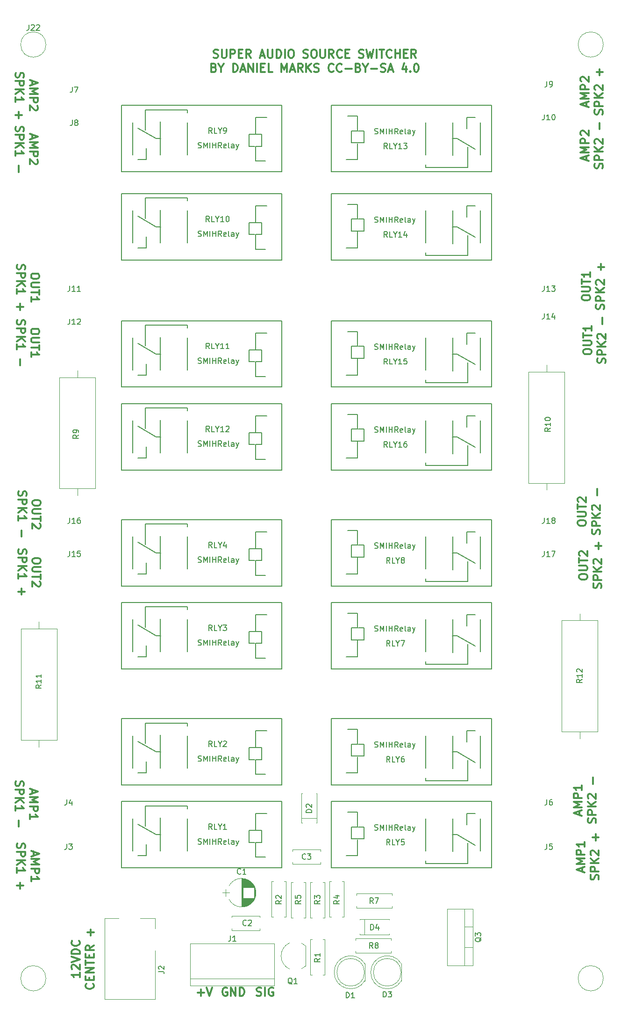
<source format=gbr>
G04 #@! TF.FileFunction,Legend,Top*
%FSLAX46Y46*%
G04 Gerber Fmt 4.6, Leading zero omitted, Abs format (unit mm)*
G04 Created by KiCad (PCBNEW 4.0.7) date 11/11/20 19:27:04*
%MOMM*%
%LPD*%
G01*
G04 APERTURE LIST*
%ADD10C,0.100000*%
%ADD11C,0.300000*%
%ADD12C,0.120000*%
%ADD13C,0.200000*%
%ADD14C,0.150000*%
G04 APERTURE END LIST*
D10*
D11*
X51785715Y-187607143D02*
X52928572Y-187607143D01*
X52357143Y-188178571D02*
X52357143Y-187035714D01*
X53428572Y-186678571D02*
X53928572Y-188178571D01*
X54428572Y-186678571D01*
X54642856Y-18332143D02*
X54857142Y-18403571D01*
X55214285Y-18403571D01*
X55357142Y-18332143D01*
X55428571Y-18260714D01*
X55499999Y-18117857D01*
X55499999Y-17975000D01*
X55428571Y-17832143D01*
X55357142Y-17760714D01*
X55214285Y-17689286D01*
X54928571Y-17617857D01*
X54785713Y-17546429D01*
X54714285Y-17475000D01*
X54642856Y-17332143D01*
X54642856Y-17189286D01*
X54714285Y-17046429D01*
X54785713Y-16975000D01*
X54928571Y-16903571D01*
X55285713Y-16903571D01*
X55499999Y-16975000D01*
X56142856Y-16903571D02*
X56142856Y-18117857D01*
X56214284Y-18260714D01*
X56285713Y-18332143D01*
X56428570Y-18403571D01*
X56714284Y-18403571D01*
X56857142Y-18332143D01*
X56928570Y-18260714D01*
X56999999Y-18117857D01*
X56999999Y-16903571D01*
X57714285Y-18403571D02*
X57714285Y-16903571D01*
X58285713Y-16903571D01*
X58428571Y-16975000D01*
X58499999Y-17046429D01*
X58571428Y-17189286D01*
X58571428Y-17403571D01*
X58499999Y-17546429D01*
X58428571Y-17617857D01*
X58285713Y-17689286D01*
X57714285Y-17689286D01*
X59214285Y-17617857D02*
X59714285Y-17617857D01*
X59928571Y-18403571D02*
X59214285Y-18403571D01*
X59214285Y-16903571D01*
X59928571Y-16903571D01*
X61428571Y-18403571D02*
X60928571Y-17689286D01*
X60571428Y-18403571D02*
X60571428Y-16903571D01*
X61142856Y-16903571D01*
X61285714Y-16975000D01*
X61357142Y-17046429D01*
X61428571Y-17189286D01*
X61428571Y-17403571D01*
X61357142Y-17546429D01*
X61285714Y-17617857D01*
X61142856Y-17689286D01*
X60571428Y-17689286D01*
X63142856Y-17975000D02*
X63857142Y-17975000D01*
X62999999Y-18403571D02*
X63499999Y-16903571D01*
X63999999Y-18403571D01*
X64499999Y-16903571D02*
X64499999Y-18117857D01*
X64571427Y-18260714D01*
X64642856Y-18332143D01*
X64785713Y-18403571D01*
X65071427Y-18403571D01*
X65214285Y-18332143D01*
X65285713Y-18260714D01*
X65357142Y-18117857D01*
X65357142Y-16903571D01*
X66071428Y-18403571D02*
X66071428Y-16903571D01*
X66428571Y-16903571D01*
X66642856Y-16975000D01*
X66785714Y-17117857D01*
X66857142Y-17260714D01*
X66928571Y-17546429D01*
X66928571Y-17760714D01*
X66857142Y-18046429D01*
X66785714Y-18189286D01*
X66642856Y-18332143D01*
X66428571Y-18403571D01*
X66071428Y-18403571D01*
X67571428Y-18403571D02*
X67571428Y-16903571D01*
X68571428Y-16903571D02*
X68857142Y-16903571D01*
X69000000Y-16975000D01*
X69142857Y-17117857D01*
X69214285Y-17403571D01*
X69214285Y-17903571D01*
X69142857Y-18189286D01*
X69000000Y-18332143D01*
X68857142Y-18403571D01*
X68571428Y-18403571D01*
X68428571Y-18332143D01*
X68285714Y-18189286D01*
X68214285Y-17903571D01*
X68214285Y-17403571D01*
X68285714Y-17117857D01*
X68428571Y-16975000D01*
X68571428Y-16903571D01*
X70928571Y-18332143D02*
X71142857Y-18403571D01*
X71500000Y-18403571D01*
X71642857Y-18332143D01*
X71714286Y-18260714D01*
X71785714Y-18117857D01*
X71785714Y-17975000D01*
X71714286Y-17832143D01*
X71642857Y-17760714D01*
X71500000Y-17689286D01*
X71214286Y-17617857D01*
X71071428Y-17546429D01*
X71000000Y-17475000D01*
X70928571Y-17332143D01*
X70928571Y-17189286D01*
X71000000Y-17046429D01*
X71071428Y-16975000D01*
X71214286Y-16903571D01*
X71571428Y-16903571D01*
X71785714Y-16975000D01*
X72714285Y-16903571D02*
X72999999Y-16903571D01*
X73142857Y-16975000D01*
X73285714Y-17117857D01*
X73357142Y-17403571D01*
X73357142Y-17903571D01*
X73285714Y-18189286D01*
X73142857Y-18332143D01*
X72999999Y-18403571D01*
X72714285Y-18403571D01*
X72571428Y-18332143D01*
X72428571Y-18189286D01*
X72357142Y-17903571D01*
X72357142Y-17403571D01*
X72428571Y-17117857D01*
X72571428Y-16975000D01*
X72714285Y-16903571D01*
X74000000Y-16903571D02*
X74000000Y-18117857D01*
X74071428Y-18260714D01*
X74142857Y-18332143D01*
X74285714Y-18403571D01*
X74571428Y-18403571D01*
X74714286Y-18332143D01*
X74785714Y-18260714D01*
X74857143Y-18117857D01*
X74857143Y-16903571D01*
X76428572Y-18403571D02*
X75928572Y-17689286D01*
X75571429Y-18403571D02*
X75571429Y-16903571D01*
X76142857Y-16903571D01*
X76285715Y-16975000D01*
X76357143Y-17046429D01*
X76428572Y-17189286D01*
X76428572Y-17403571D01*
X76357143Y-17546429D01*
X76285715Y-17617857D01*
X76142857Y-17689286D01*
X75571429Y-17689286D01*
X77928572Y-18260714D02*
X77857143Y-18332143D01*
X77642857Y-18403571D01*
X77500000Y-18403571D01*
X77285715Y-18332143D01*
X77142857Y-18189286D01*
X77071429Y-18046429D01*
X77000000Y-17760714D01*
X77000000Y-17546429D01*
X77071429Y-17260714D01*
X77142857Y-17117857D01*
X77285715Y-16975000D01*
X77500000Y-16903571D01*
X77642857Y-16903571D01*
X77857143Y-16975000D01*
X77928572Y-17046429D01*
X78571429Y-17617857D02*
X79071429Y-17617857D01*
X79285715Y-18403571D02*
X78571429Y-18403571D01*
X78571429Y-16903571D01*
X79285715Y-16903571D01*
X81000000Y-18332143D02*
X81214286Y-18403571D01*
X81571429Y-18403571D01*
X81714286Y-18332143D01*
X81785715Y-18260714D01*
X81857143Y-18117857D01*
X81857143Y-17975000D01*
X81785715Y-17832143D01*
X81714286Y-17760714D01*
X81571429Y-17689286D01*
X81285715Y-17617857D01*
X81142857Y-17546429D01*
X81071429Y-17475000D01*
X81000000Y-17332143D01*
X81000000Y-17189286D01*
X81071429Y-17046429D01*
X81142857Y-16975000D01*
X81285715Y-16903571D01*
X81642857Y-16903571D01*
X81857143Y-16975000D01*
X82357143Y-16903571D02*
X82714286Y-18403571D01*
X83000000Y-17332143D01*
X83285714Y-18403571D01*
X83642857Y-16903571D01*
X84214286Y-18403571D02*
X84214286Y-16903571D01*
X84714286Y-16903571D02*
X85571429Y-16903571D01*
X85142858Y-18403571D02*
X85142858Y-16903571D01*
X86928572Y-18260714D02*
X86857143Y-18332143D01*
X86642857Y-18403571D01*
X86500000Y-18403571D01*
X86285715Y-18332143D01*
X86142857Y-18189286D01*
X86071429Y-18046429D01*
X86000000Y-17760714D01*
X86000000Y-17546429D01*
X86071429Y-17260714D01*
X86142857Y-17117857D01*
X86285715Y-16975000D01*
X86500000Y-16903571D01*
X86642857Y-16903571D01*
X86857143Y-16975000D01*
X86928572Y-17046429D01*
X87571429Y-18403571D02*
X87571429Y-16903571D01*
X87571429Y-17617857D02*
X88428572Y-17617857D01*
X88428572Y-18403571D02*
X88428572Y-16903571D01*
X89142858Y-17617857D02*
X89642858Y-17617857D01*
X89857144Y-18403571D02*
X89142858Y-18403571D01*
X89142858Y-16903571D01*
X89857144Y-16903571D01*
X91357144Y-18403571D02*
X90857144Y-17689286D01*
X90500001Y-18403571D02*
X90500001Y-16903571D01*
X91071429Y-16903571D01*
X91214287Y-16975000D01*
X91285715Y-17046429D01*
X91357144Y-17189286D01*
X91357144Y-17403571D01*
X91285715Y-17546429D01*
X91214287Y-17617857D01*
X91071429Y-17689286D01*
X90500001Y-17689286D01*
X54750001Y-20167857D02*
X54964287Y-20239286D01*
X55035715Y-20310714D01*
X55107144Y-20453571D01*
X55107144Y-20667857D01*
X55035715Y-20810714D01*
X54964287Y-20882143D01*
X54821429Y-20953571D01*
X54250001Y-20953571D01*
X54250001Y-19453571D01*
X54750001Y-19453571D01*
X54892858Y-19525000D01*
X54964287Y-19596429D01*
X55035715Y-19739286D01*
X55035715Y-19882143D01*
X54964287Y-20025000D01*
X54892858Y-20096429D01*
X54750001Y-20167857D01*
X54250001Y-20167857D01*
X56035715Y-20239286D02*
X56035715Y-20953571D01*
X55535715Y-19453571D02*
X56035715Y-20239286D01*
X56535715Y-19453571D01*
X58178572Y-20953571D02*
X58178572Y-19453571D01*
X58535715Y-19453571D01*
X58750000Y-19525000D01*
X58892858Y-19667857D01*
X58964286Y-19810714D01*
X59035715Y-20096429D01*
X59035715Y-20310714D01*
X58964286Y-20596429D01*
X58892858Y-20739286D01*
X58750000Y-20882143D01*
X58535715Y-20953571D01*
X58178572Y-20953571D01*
X59607143Y-20525000D02*
X60321429Y-20525000D01*
X59464286Y-20953571D02*
X59964286Y-19453571D01*
X60464286Y-20953571D01*
X60964286Y-20953571D02*
X60964286Y-19453571D01*
X61821429Y-20953571D01*
X61821429Y-19453571D01*
X62535715Y-20953571D02*
X62535715Y-19453571D01*
X63250001Y-20167857D02*
X63750001Y-20167857D01*
X63964287Y-20953571D02*
X63250001Y-20953571D01*
X63250001Y-19453571D01*
X63964287Y-19453571D01*
X65321430Y-20953571D02*
X64607144Y-20953571D01*
X64607144Y-19453571D01*
X66964287Y-20953571D02*
X66964287Y-19453571D01*
X67464287Y-20525000D01*
X67964287Y-19453571D01*
X67964287Y-20953571D01*
X68607144Y-20525000D02*
X69321430Y-20525000D01*
X68464287Y-20953571D02*
X68964287Y-19453571D01*
X69464287Y-20953571D01*
X70821430Y-20953571D02*
X70321430Y-20239286D01*
X69964287Y-20953571D02*
X69964287Y-19453571D01*
X70535715Y-19453571D01*
X70678573Y-19525000D01*
X70750001Y-19596429D01*
X70821430Y-19739286D01*
X70821430Y-19953571D01*
X70750001Y-20096429D01*
X70678573Y-20167857D01*
X70535715Y-20239286D01*
X69964287Y-20239286D01*
X71464287Y-20953571D02*
X71464287Y-19453571D01*
X72321430Y-20953571D02*
X71678573Y-20096429D01*
X72321430Y-19453571D02*
X71464287Y-20310714D01*
X72892858Y-20882143D02*
X73107144Y-20953571D01*
X73464287Y-20953571D01*
X73607144Y-20882143D01*
X73678573Y-20810714D01*
X73750001Y-20667857D01*
X73750001Y-20525000D01*
X73678573Y-20382143D01*
X73607144Y-20310714D01*
X73464287Y-20239286D01*
X73178573Y-20167857D01*
X73035715Y-20096429D01*
X72964287Y-20025000D01*
X72892858Y-19882143D01*
X72892858Y-19739286D01*
X72964287Y-19596429D01*
X73035715Y-19525000D01*
X73178573Y-19453571D01*
X73535715Y-19453571D01*
X73750001Y-19525000D01*
X76392858Y-20810714D02*
X76321429Y-20882143D01*
X76107143Y-20953571D01*
X75964286Y-20953571D01*
X75750001Y-20882143D01*
X75607143Y-20739286D01*
X75535715Y-20596429D01*
X75464286Y-20310714D01*
X75464286Y-20096429D01*
X75535715Y-19810714D01*
X75607143Y-19667857D01*
X75750001Y-19525000D01*
X75964286Y-19453571D01*
X76107143Y-19453571D01*
X76321429Y-19525000D01*
X76392858Y-19596429D01*
X77892858Y-20810714D02*
X77821429Y-20882143D01*
X77607143Y-20953571D01*
X77464286Y-20953571D01*
X77250001Y-20882143D01*
X77107143Y-20739286D01*
X77035715Y-20596429D01*
X76964286Y-20310714D01*
X76964286Y-20096429D01*
X77035715Y-19810714D01*
X77107143Y-19667857D01*
X77250001Y-19525000D01*
X77464286Y-19453571D01*
X77607143Y-19453571D01*
X77821429Y-19525000D01*
X77892858Y-19596429D01*
X78535715Y-20382143D02*
X79678572Y-20382143D01*
X80892858Y-20167857D02*
X81107144Y-20239286D01*
X81178572Y-20310714D01*
X81250001Y-20453571D01*
X81250001Y-20667857D01*
X81178572Y-20810714D01*
X81107144Y-20882143D01*
X80964286Y-20953571D01*
X80392858Y-20953571D01*
X80392858Y-19453571D01*
X80892858Y-19453571D01*
X81035715Y-19525000D01*
X81107144Y-19596429D01*
X81178572Y-19739286D01*
X81178572Y-19882143D01*
X81107144Y-20025000D01*
X81035715Y-20096429D01*
X80892858Y-20167857D01*
X80392858Y-20167857D01*
X82178572Y-20239286D02*
X82178572Y-20953571D01*
X81678572Y-19453571D02*
X82178572Y-20239286D01*
X82678572Y-19453571D01*
X83178572Y-20382143D02*
X84321429Y-20382143D01*
X84964286Y-20882143D02*
X85178572Y-20953571D01*
X85535715Y-20953571D01*
X85678572Y-20882143D01*
X85750001Y-20810714D01*
X85821429Y-20667857D01*
X85821429Y-20525000D01*
X85750001Y-20382143D01*
X85678572Y-20310714D01*
X85535715Y-20239286D01*
X85250001Y-20167857D01*
X85107143Y-20096429D01*
X85035715Y-20025000D01*
X84964286Y-19882143D01*
X84964286Y-19739286D01*
X85035715Y-19596429D01*
X85107143Y-19525000D01*
X85250001Y-19453571D01*
X85607143Y-19453571D01*
X85821429Y-19525000D01*
X86392857Y-20525000D02*
X87107143Y-20525000D01*
X86250000Y-20953571D02*
X86750000Y-19453571D01*
X87250000Y-20953571D01*
X89535714Y-19953571D02*
X89535714Y-20953571D01*
X89178571Y-19382143D02*
X88821428Y-20453571D01*
X89750000Y-20453571D01*
X90321428Y-20810714D02*
X90392856Y-20882143D01*
X90321428Y-20953571D01*
X90249999Y-20882143D01*
X90321428Y-20810714D01*
X90321428Y-20953571D01*
X91321428Y-19453571D02*
X91464285Y-19453571D01*
X91607142Y-19525000D01*
X91678571Y-19596429D01*
X91750000Y-19739286D01*
X91821428Y-20025000D01*
X91821428Y-20382143D01*
X91750000Y-20667857D01*
X91678571Y-20810714D01*
X91607142Y-20882143D01*
X91464285Y-20953571D01*
X91321428Y-20953571D01*
X91178571Y-20882143D01*
X91107142Y-20810714D01*
X91035714Y-20667857D01*
X90964285Y-20382143D01*
X90964285Y-20025000D01*
X91035714Y-19739286D01*
X91107142Y-19596429D01*
X91178571Y-19525000D01*
X91321428Y-19453571D01*
X62464286Y-188107143D02*
X62678572Y-188178571D01*
X63035715Y-188178571D01*
X63178572Y-188107143D01*
X63250001Y-188035714D01*
X63321429Y-187892857D01*
X63321429Y-187750000D01*
X63250001Y-187607143D01*
X63178572Y-187535714D01*
X63035715Y-187464286D01*
X62750001Y-187392857D01*
X62607143Y-187321429D01*
X62535715Y-187250000D01*
X62464286Y-187107143D01*
X62464286Y-186964286D01*
X62535715Y-186821429D01*
X62607143Y-186750000D01*
X62750001Y-186678571D01*
X63107143Y-186678571D01*
X63321429Y-186750000D01*
X63964286Y-188178571D02*
X63964286Y-186678571D01*
X65464286Y-186750000D02*
X65321429Y-186678571D01*
X65107143Y-186678571D01*
X64892858Y-186750000D01*
X64750000Y-186892857D01*
X64678572Y-187035714D01*
X64607143Y-187321429D01*
X64607143Y-187535714D01*
X64678572Y-187821429D01*
X64750000Y-187964286D01*
X64892858Y-188107143D01*
X65107143Y-188178571D01*
X65250000Y-188178571D01*
X65464286Y-188107143D01*
X65535715Y-188035714D01*
X65535715Y-187535714D01*
X65250000Y-187535714D01*
X57107143Y-186750000D02*
X56964286Y-186678571D01*
X56750000Y-186678571D01*
X56535715Y-186750000D01*
X56392857Y-186892857D01*
X56321429Y-187035714D01*
X56250000Y-187321429D01*
X56250000Y-187535714D01*
X56321429Y-187821429D01*
X56392857Y-187964286D01*
X56535715Y-188107143D01*
X56750000Y-188178571D01*
X56892857Y-188178571D01*
X57107143Y-188107143D01*
X57178572Y-188035714D01*
X57178572Y-187535714D01*
X56892857Y-187535714D01*
X57821429Y-188178571D02*
X57821429Y-186678571D01*
X58678572Y-188178571D01*
X58678572Y-186678571D01*
X59392858Y-188178571D02*
X59392858Y-186678571D01*
X59750001Y-186678571D01*
X59964286Y-186750000D01*
X60107144Y-186892857D01*
X60178572Y-187035714D01*
X60250001Y-187321429D01*
X60250001Y-187535714D01*
X60178572Y-187821429D01*
X60107144Y-187964286D01*
X59964286Y-188107143D01*
X59750001Y-188178571D01*
X59392858Y-188178571D01*
X30403571Y-183928571D02*
X30403571Y-184785714D01*
X30403571Y-184357142D02*
X28903571Y-184357142D01*
X29117857Y-184499999D01*
X29260714Y-184642857D01*
X29332143Y-184785714D01*
X29046429Y-183357143D02*
X28975000Y-183285714D01*
X28903571Y-183142857D01*
X28903571Y-182785714D01*
X28975000Y-182642857D01*
X29046429Y-182571428D01*
X29189286Y-182500000D01*
X29332143Y-182500000D01*
X29546429Y-182571428D01*
X30403571Y-183428571D01*
X30403571Y-182500000D01*
X28903571Y-182071429D02*
X30403571Y-181571429D01*
X28903571Y-181071429D01*
X30403571Y-180571429D02*
X28903571Y-180571429D01*
X28903571Y-180214286D01*
X28975000Y-180000001D01*
X29117857Y-179857143D01*
X29260714Y-179785715D01*
X29546429Y-179714286D01*
X29760714Y-179714286D01*
X30046429Y-179785715D01*
X30189286Y-179857143D01*
X30332143Y-180000001D01*
X30403571Y-180214286D01*
X30403571Y-180571429D01*
X30260714Y-178214286D02*
X30332143Y-178285715D01*
X30403571Y-178500001D01*
X30403571Y-178642858D01*
X30332143Y-178857143D01*
X30189286Y-179000001D01*
X30046429Y-179071429D01*
X29760714Y-179142858D01*
X29546429Y-179142858D01*
X29260714Y-179071429D01*
X29117857Y-179000001D01*
X28975000Y-178857143D01*
X28903571Y-178642858D01*
X28903571Y-178500001D01*
X28975000Y-178285715D01*
X29046429Y-178214286D01*
X32810714Y-186000000D02*
X32882143Y-186071429D01*
X32953571Y-186285715D01*
X32953571Y-186428572D01*
X32882143Y-186642857D01*
X32739286Y-186785715D01*
X32596429Y-186857143D01*
X32310714Y-186928572D01*
X32096429Y-186928572D01*
X31810714Y-186857143D01*
X31667857Y-186785715D01*
X31525000Y-186642857D01*
X31453571Y-186428572D01*
X31453571Y-186285715D01*
X31525000Y-186071429D01*
X31596429Y-186000000D01*
X32167857Y-185357143D02*
X32167857Y-184857143D01*
X32953571Y-184642857D02*
X32953571Y-185357143D01*
X31453571Y-185357143D01*
X31453571Y-184642857D01*
X32953571Y-184000000D02*
X31453571Y-184000000D01*
X32953571Y-183142857D01*
X31453571Y-183142857D01*
X31453571Y-182642857D02*
X31453571Y-181785714D01*
X32953571Y-182214285D02*
X31453571Y-182214285D01*
X32167857Y-181285714D02*
X32167857Y-180785714D01*
X32953571Y-180571428D02*
X32953571Y-181285714D01*
X31453571Y-181285714D01*
X31453571Y-180571428D01*
X32953571Y-179071428D02*
X32239286Y-179571428D01*
X32953571Y-179928571D02*
X31453571Y-179928571D01*
X31453571Y-179357143D01*
X31525000Y-179214285D01*
X31596429Y-179142857D01*
X31739286Y-179071428D01*
X31953571Y-179071428D01*
X32096429Y-179142857D01*
X32167857Y-179214285D01*
X32239286Y-179357143D01*
X32239286Y-179928571D01*
X32382143Y-177285714D02*
X32382143Y-176142857D01*
X32953571Y-176714286D02*
X31810714Y-176714286D01*
X120653571Y-102714286D02*
X120653571Y-102428572D01*
X120725000Y-102285714D01*
X120867857Y-102142857D01*
X121153571Y-102071429D01*
X121653571Y-102071429D01*
X121939286Y-102142857D01*
X122082143Y-102285714D01*
X122153571Y-102428572D01*
X122153571Y-102714286D01*
X122082143Y-102857143D01*
X121939286Y-103000000D01*
X121653571Y-103071429D01*
X121153571Y-103071429D01*
X120867857Y-103000000D01*
X120725000Y-102857143D01*
X120653571Y-102714286D01*
X120653571Y-101428571D02*
X121867857Y-101428571D01*
X122010714Y-101357143D01*
X122082143Y-101285714D01*
X122153571Y-101142857D01*
X122153571Y-100857143D01*
X122082143Y-100714285D01*
X122010714Y-100642857D01*
X121867857Y-100571428D01*
X120653571Y-100571428D01*
X120653571Y-100071428D02*
X120653571Y-99214285D01*
X122153571Y-99642856D02*
X120653571Y-99642856D01*
X120796429Y-98785714D02*
X120725000Y-98714285D01*
X120653571Y-98571428D01*
X120653571Y-98214285D01*
X120725000Y-98071428D01*
X120796429Y-97999999D01*
X120939286Y-97928571D01*
X121082143Y-97928571D01*
X121296429Y-97999999D01*
X122153571Y-98857142D01*
X122153571Y-97928571D01*
X124632143Y-104642857D02*
X124703571Y-104428571D01*
X124703571Y-104071428D01*
X124632143Y-103928571D01*
X124560714Y-103857142D01*
X124417857Y-103785714D01*
X124275000Y-103785714D01*
X124132143Y-103857142D01*
X124060714Y-103928571D01*
X123989286Y-104071428D01*
X123917857Y-104357142D01*
X123846429Y-104500000D01*
X123775000Y-104571428D01*
X123632143Y-104642857D01*
X123489286Y-104642857D01*
X123346429Y-104571428D01*
X123275000Y-104500000D01*
X123203571Y-104357142D01*
X123203571Y-104000000D01*
X123275000Y-103785714D01*
X124703571Y-103142857D02*
X123203571Y-103142857D01*
X123203571Y-102571429D01*
X123275000Y-102428571D01*
X123346429Y-102357143D01*
X123489286Y-102285714D01*
X123703571Y-102285714D01*
X123846429Y-102357143D01*
X123917857Y-102428571D01*
X123989286Y-102571429D01*
X123989286Y-103142857D01*
X124703571Y-101642857D02*
X123203571Y-101642857D01*
X124703571Y-100785714D02*
X123846429Y-101428571D01*
X123203571Y-100785714D02*
X124060714Y-101642857D01*
X123346429Y-100214286D02*
X123275000Y-100142857D01*
X123203571Y-100000000D01*
X123203571Y-99642857D01*
X123275000Y-99500000D01*
X123346429Y-99428571D01*
X123489286Y-99357143D01*
X123632143Y-99357143D01*
X123846429Y-99428571D01*
X124703571Y-100285714D01*
X124703571Y-99357143D01*
X124132143Y-97571429D02*
X124132143Y-96428572D01*
X120903571Y-112464286D02*
X120903571Y-112178572D01*
X120975000Y-112035714D01*
X121117857Y-111892857D01*
X121403571Y-111821429D01*
X121903571Y-111821429D01*
X122189286Y-111892857D01*
X122332143Y-112035714D01*
X122403571Y-112178572D01*
X122403571Y-112464286D01*
X122332143Y-112607143D01*
X122189286Y-112750000D01*
X121903571Y-112821429D01*
X121403571Y-112821429D01*
X121117857Y-112750000D01*
X120975000Y-112607143D01*
X120903571Y-112464286D01*
X120903571Y-111178571D02*
X122117857Y-111178571D01*
X122260714Y-111107143D01*
X122332143Y-111035714D01*
X122403571Y-110892857D01*
X122403571Y-110607143D01*
X122332143Y-110464285D01*
X122260714Y-110392857D01*
X122117857Y-110321428D01*
X120903571Y-110321428D01*
X120903571Y-109821428D02*
X120903571Y-108964285D01*
X122403571Y-109392856D02*
X120903571Y-109392856D01*
X121046429Y-108535714D02*
X120975000Y-108464285D01*
X120903571Y-108321428D01*
X120903571Y-107964285D01*
X120975000Y-107821428D01*
X121046429Y-107749999D01*
X121189286Y-107678571D01*
X121332143Y-107678571D01*
X121546429Y-107749999D01*
X122403571Y-108607142D01*
X122403571Y-107678571D01*
X124882143Y-114392857D02*
X124953571Y-114178571D01*
X124953571Y-113821428D01*
X124882143Y-113678571D01*
X124810714Y-113607142D01*
X124667857Y-113535714D01*
X124525000Y-113535714D01*
X124382143Y-113607142D01*
X124310714Y-113678571D01*
X124239286Y-113821428D01*
X124167857Y-114107142D01*
X124096429Y-114250000D01*
X124025000Y-114321428D01*
X123882143Y-114392857D01*
X123739286Y-114392857D01*
X123596429Y-114321428D01*
X123525000Y-114250000D01*
X123453571Y-114107142D01*
X123453571Y-113750000D01*
X123525000Y-113535714D01*
X124953571Y-112892857D02*
X123453571Y-112892857D01*
X123453571Y-112321429D01*
X123525000Y-112178571D01*
X123596429Y-112107143D01*
X123739286Y-112035714D01*
X123953571Y-112035714D01*
X124096429Y-112107143D01*
X124167857Y-112178571D01*
X124239286Y-112321429D01*
X124239286Y-112892857D01*
X124953571Y-111392857D02*
X123453571Y-111392857D01*
X124953571Y-110535714D02*
X124096429Y-111178571D01*
X123453571Y-110535714D02*
X124310714Y-111392857D01*
X123596429Y-109964286D02*
X123525000Y-109892857D01*
X123453571Y-109750000D01*
X123453571Y-109392857D01*
X123525000Y-109250000D01*
X123596429Y-109178571D01*
X123739286Y-109107143D01*
X123882143Y-109107143D01*
X124096429Y-109178571D01*
X124953571Y-110035714D01*
X124953571Y-109107143D01*
X124382143Y-107321429D02*
X124382143Y-106178572D01*
X124953571Y-106750001D02*
X123810714Y-106750001D01*
X121653571Y-71714286D02*
X121653571Y-71428572D01*
X121725000Y-71285714D01*
X121867857Y-71142857D01*
X122153571Y-71071429D01*
X122653571Y-71071429D01*
X122939286Y-71142857D01*
X123082143Y-71285714D01*
X123153571Y-71428572D01*
X123153571Y-71714286D01*
X123082143Y-71857143D01*
X122939286Y-72000000D01*
X122653571Y-72071429D01*
X122153571Y-72071429D01*
X121867857Y-72000000D01*
X121725000Y-71857143D01*
X121653571Y-71714286D01*
X121653571Y-70428571D02*
X122867857Y-70428571D01*
X123010714Y-70357143D01*
X123082143Y-70285714D01*
X123153571Y-70142857D01*
X123153571Y-69857143D01*
X123082143Y-69714285D01*
X123010714Y-69642857D01*
X122867857Y-69571428D01*
X121653571Y-69571428D01*
X121653571Y-69071428D02*
X121653571Y-68214285D01*
X123153571Y-68642856D02*
X121653571Y-68642856D01*
X123153571Y-66928571D02*
X123153571Y-67785714D01*
X123153571Y-67357142D02*
X121653571Y-67357142D01*
X121867857Y-67499999D01*
X122010714Y-67642857D01*
X122082143Y-67785714D01*
X125632143Y-73642857D02*
X125703571Y-73428571D01*
X125703571Y-73071428D01*
X125632143Y-72928571D01*
X125560714Y-72857142D01*
X125417857Y-72785714D01*
X125275000Y-72785714D01*
X125132143Y-72857142D01*
X125060714Y-72928571D01*
X124989286Y-73071428D01*
X124917857Y-73357142D01*
X124846429Y-73500000D01*
X124775000Y-73571428D01*
X124632143Y-73642857D01*
X124489286Y-73642857D01*
X124346429Y-73571428D01*
X124275000Y-73500000D01*
X124203571Y-73357142D01*
X124203571Y-73000000D01*
X124275000Y-72785714D01*
X125703571Y-72142857D02*
X124203571Y-72142857D01*
X124203571Y-71571429D01*
X124275000Y-71428571D01*
X124346429Y-71357143D01*
X124489286Y-71285714D01*
X124703571Y-71285714D01*
X124846429Y-71357143D01*
X124917857Y-71428571D01*
X124989286Y-71571429D01*
X124989286Y-72142857D01*
X125703571Y-70642857D02*
X124203571Y-70642857D01*
X125703571Y-69785714D02*
X124846429Y-70428571D01*
X124203571Y-69785714D02*
X125060714Y-70642857D01*
X124346429Y-69214286D02*
X124275000Y-69142857D01*
X124203571Y-69000000D01*
X124203571Y-68642857D01*
X124275000Y-68500000D01*
X124346429Y-68428571D01*
X124489286Y-68357143D01*
X124632143Y-68357143D01*
X124846429Y-68428571D01*
X125703571Y-69285714D01*
X125703571Y-68357143D01*
X125132143Y-66571429D02*
X125132143Y-65428572D01*
X121403571Y-61964286D02*
X121403571Y-61678572D01*
X121475000Y-61535714D01*
X121617857Y-61392857D01*
X121903571Y-61321429D01*
X122403571Y-61321429D01*
X122689286Y-61392857D01*
X122832143Y-61535714D01*
X122903571Y-61678572D01*
X122903571Y-61964286D01*
X122832143Y-62107143D01*
X122689286Y-62250000D01*
X122403571Y-62321429D01*
X121903571Y-62321429D01*
X121617857Y-62250000D01*
X121475000Y-62107143D01*
X121403571Y-61964286D01*
X121403571Y-60678571D02*
X122617857Y-60678571D01*
X122760714Y-60607143D01*
X122832143Y-60535714D01*
X122903571Y-60392857D01*
X122903571Y-60107143D01*
X122832143Y-59964285D01*
X122760714Y-59892857D01*
X122617857Y-59821428D01*
X121403571Y-59821428D01*
X121403571Y-59321428D02*
X121403571Y-58464285D01*
X122903571Y-58892856D02*
X121403571Y-58892856D01*
X122903571Y-57178571D02*
X122903571Y-58035714D01*
X122903571Y-57607142D02*
X121403571Y-57607142D01*
X121617857Y-57749999D01*
X121760714Y-57892857D01*
X121832143Y-58035714D01*
X125382143Y-63892857D02*
X125453571Y-63678571D01*
X125453571Y-63321428D01*
X125382143Y-63178571D01*
X125310714Y-63107142D01*
X125167857Y-63035714D01*
X125025000Y-63035714D01*
X124882143Y-63107142D01*
X124810714Y-63178571D01*
X124739286Y-63321428D01*
X124667857Y-63607142D01*
X124596429Y-63750000D01*
X124525000Y-63821428D01*
X124382143Y-63892857D01*
X124239286Y-63892857D01*
X124096429Y-63821428D01*
X124025000Y-63750000D01*
X123953571Y-63607142D01*
X123953571Y-63250000D01*
X124025000Y-63035714D01*
X125453571Y-62392857D02*
X123953571Y-62392857D01*
X123953571Y-61821429D01*
X124025000Y-61678571D01*
X124096429Y-61607143D01*
X124239286Y-61535714D01*
X124453571Y-61535714D01*
X124596429Y-61607143D01*
X124667857Y-61678571D01*
X124739286Y-61821429D01*
X124739286Y-62392857D01*
X125453571Y-60892857D02*
X123953571Y-60892857D01*
X125453571Y-60035714D02*
X124596429Y-60678571D01*
X123953571Y-60035714D02*
X124810714Y-60892857D01*
X124096429Y-59464286D02*
X124025000Y-59392857D01*
X123953571Y-59250000D01*
X123953571Y-58892857D01*
X124025000Y-58750000D01*
X124096429Y-58678571D01*
X124239286Y-58607143D01*
X124382143Y-58607143D01*
X124596429Y-58678571D01*
X125453571Y-59535714D01*
X125453571Y-58607143D01*
X124882143Y-56821429D02*
X124882143Y-55678572D01*
X125453571Y-56250001D02*
X124310714Y-56250001D01*
X23346429Y-98785714D02*
X23346429Y-99071428D01*
X23275000Y-99214286D01*
X23132143Y-99357143D01*
X22846429Y-99428571D01*
X22346429Y-99428571D01*
X22060714Y-99357143D01*
X21917857Y-99214286D01*
X21846429Y-99071428D01*
X21846429Y-98785714D01*
X21917857Y-98642857D01*
X22060714Y-98500000D01*
X22346429Y-98428571D01*
X22846429Y-98428571D01*
X23132143Y-98500000D01*
X23275000Y-98642857D01*
X23346429Y-98785714D01*
X23346429Y-100071429D02*
X22132143Y-100071429D01*
X21989286Y-100142857D01*
X21917857Y-100214286D01*
X21846429Y-100357143D01*
X21846429Y-100642857D01*
X21917857Y-100785715D01*
X21989286Y-100857143D01*
X22132143Y-100928572D01*
X23346429Y-100928572D01*
X23346429Y-101428572D02*
X23346429Y-102285715D01*
X21846429Y-101857144D02*
X23346429Y-101857144D01*
X23203571Y-102714286D02*
X23275000Y-102785715D01*
X23346429Y-102928572D01*
X23346429Y-103285715D01*
X23275000Y-103428572D01*
X23203571Y-103500001D01*
X23060714Y-103571429D01*
X22917857Y-103571429D01*
X22703571Y-103500001D01*
X21846429Y-102642858D01*
X21846429Y-103571429D01*
X19367857Y-96857143D02*
X19296429Y-97071429D01*
X19296429Y-97428572D01*
X19367857Y-97571429D01*
X19439286Y-97642858D01*
X19582143Y-97714286D01*
X19725000Y-97714286D01*
X19867857Y-97642858D01*
X19939286Y-97571429D01*
X20010714Y-97428572D01*
X20082143Y-97142858D01*
X20153571Y-97000000D01*
X20225000Y-96928572D01*
X20367857Y-96857143D01*
X20510714Y-96857143D01*
X20653571Y-96928572D01*
X20725000Y-97000000D01*
X20796429Y-97142858D01*
X20796429Y-97500000D01*
X20725000Y-97714286D01*
X19296429Y-98357143D02*
X20796429Y-98357143D01*
X20796429Y-98928571D01*
X20725000Y-99071429D01*
X20653571Y-99142857D01*
X20510714Y-99214286D01*
X20296429Y-99214286D01*
X20153571Y-99142857D01*
X20082143Y-99071429D01*
X20010714Y-98928571D01*
X20010714Y-98357143D01*
X19296429Y-99857143D02*
X20796429Y-99857143D01*
X19296429Y-100714286D02*
X20153571Y-100071429D01*
X20796429Y-100714286D02*
X19939286Y-99857143D01*
X19296429Y-102142857D02*
X19296429Y-101285714D01*
X19296429Y-101714286D02*
X20796429Y-101714286D01*
X20582143Y-101571429D01*
X20439286Y-101428571D01*
X20367857Y-101285714D01*
X19867857Y-103928571D02*
X19867857Y-105071428D01*
X23346429Y-109285714D02*
X23346429Y-109571428D01*
X23275000Y-109714286D01*
X23132143Y-109857143D01*
X22846429Y-109928571D01*
X22346429Y-109928571D01*
X22060714Y-109857143D01*
X21917857Y-109714286D01*
X21846429Y-109571428D01*
X21846429Y-109285714D01*
X21917857Y-109142857D01*
X22060714Y-109000000D01*
X22346429Y-108928571D01*
X22846429Y-108928571D01*
X23132143Y-109000000D01*
X23275000Y-109142857D01*
X23346429Y-109285714D01*
X23346429Y-110571429D02*
X22132143Y-110571429D01*
X21989286Y-110642857D01*
X21917857Y-110714286D01*
X21846429Y-110857143D01*
X21846429Y-111142857D01*
X21917857Y-111285715D01*
X21989286Y-111357143D01*
X22132143Y-111428572D01*
X23346429Y-111428572D01*
X23346429Y-111928572D02*
X23346429Y-112785715D01*
X21846429Y-112357144D02*
X23346429Y-112357144D01*
X23203571Y-113214286D02*
X23275000Y-113285715D01*
X23346429Y-113428572D01*
X23346429Y-113785715D01*
X23275000Y-113928572D01*
X23203571Y-114000001D01*
X23060714Y-114071429D01*
X22917857Y-114071429D01*
X22703571Y-114000001D01*
X21846429Y-113142858D01*
X21846429Y-114071429D01*
X19367857Y-107357143D02*
X19296429Y-107571429D01*
X19296429Y-107928572D01*
X19367857Y-108071429D01*
X19439286Y-108142858D01*
X19582143Y-108214286D01*
X19725000Y-108214286D01*
X19867857Y-108142858D01*
X19939286Y-108071429D01*
X20010714Y-107928572D01*
X20082143Y-107642858D01*
X20153571Y-107500000D01*
X20225000Y-107428572D01*
X20367857Y-107357143D01*
X20510714Y-107357143D01*
X20653571Y-107428572D01*
X20725000Y-107500000D01*
X20796429Y-107642858D01*
X20796429Y-108000000D01*
X20725000Y-108214286D01*
X19296429Y-108857143D02*
X20796429Y-108857143D01*
X20796429Y-109428571D01*
X20725000Y-109571429D01*
X20653571Y-109642857D01*
X20510714Y-109714286D01*
X20296429Y-109714286D01*
X20153571Y-109642857D01*
X20082143Y-109571429D01*
X20010714Y-109428571D01*
X20010714Y-108857143D01*
X19296429Y-110357143D02*
X20796429Y-110357143D01*
X19296429Y-111214286D02*
X20153571Y-110571429D01*
X20796429Y-111214286D02*
X19939286Y-110357143D01*
X19296429Y-112642857D02*
X19296429Y-111785714D01*
X19296429Y-112214286D02*
X20796429Y-112214286D01*
X20582143Y-112071429D01*
X20439286Y-111928571D01*
X20367857Y-111785714D01*
X19867857Y-114428571D02*
X19867857Y-115571428D01*
X19296429Y-114999999D02*
X20439286Y-114999999D01*
X23096429Y-67785714D02*
X23096429Y-68071428D01*
X23025000Y-68214286D01*
X22882143Y-68357143D01*
X22596429Y-68428571D01*
X22096429Y-68428571D01*
X21810714Y-68357143D01*
X21667857Y-68214286D01*
X21596429Y-68071428D01*
X21596429Y-67785714D01*
X21667857Y-67642857D01*
X21810714Y-67500000D01*
X22096429Y-67428571D01*
X22596429Y-67428571D01*
X22882143Y-67500000D01*
X23025000Y-67642857D01*
X23096429Y-67785714D01*
X23096429Y-69071429D02*
X21882143Y-69071429D01*
X21739286Y-69142857D01*
X21667857Y-69214286D01*
X21596429Y-69357143D01*
X21596429Y-69642857D01*
X21667857Y-69785715D01*
X21739286Y-69857143D01*
X21882143Y-69928572D01*
X23096429Y-69928572D01*
X23096429Y-70428572D02*
X23096429Y-71285715D01*
X21596429Y-70857144D02*
X23096429Y-70857144D01*
X21596429Y-72571429D02*
X21596429Y-71714286D01*
X21596429Y-72142858D02*
X23096429Y-72142858D01*
X22882143Y-72000001D01*
X22739286Y-71857143D01*
X22667857Y-71714286D01*
X19117857Y-65857143D02*
X19046429Y-66071429D01*
X19046429Y-66428572D01*
X19117857Y-66571429D01*
X19189286Y-66642858D01*
X19332143Y-66714286D01*
X19475000Y-66714286D01*
X19617857Y-66642858D01*
X19689286Y-66571429D01*
X19760714Y-66428572D01*
X19832143Y-66142858D01*
X19903571Y-66000000D01*
X19975000Y-65928572D01*
X20117857Y-65857143D01*
X20260714Y-65857143D01*
X20403571Y-65928572D01*
X20475000Y-66000000D01*
X20546429Y-66142858D01*
X20546429Y-66500000D01*
X20475000Y-66714286D01*
X19046429Y-67357143D02*
X20546429Y-67357143D01*
X20546429Y-67928571D01*
X20475000Y-68071429D01*
X20403571Y-68142857D01*
X20260714Y-68214286D01*
X20046429Y-68214286D01*
X19903571Y-68142857D01*
X19832143Y-68071429D01*
X19760714Y-67928571D01*
X19760714Y-67357143D01*
X19046429Y-68857143D02*
X20546429Y-68857143D01*
X19046429Y-69714286D02*
X19903571Y-69071429D01*
X20546429Y-69714286D02*
X19689286Y-68857143D01*
X19046429Y-71142857D02*
X19046429Y-70285714D01*
X19046429Y-70714286D02*
X20546429Y-70714286D01*
X20332143Y-70571429D01*
X20189286Y-70428571D01*
X20117857Y-70285714D01*
X19617857Y-72928571D02*
X19617857Y-74071428D01*
X23096429Y-57785714D02*
X23096429Y-58071428D01*
X23025000Y-58214286D01*
X22882143Y-58357143D01*
X22596429Y-58428571D01*
X22096429Y-58428571D01*
X21810714Y-58357143D01*
X21667857Y-58214286D01*
X21596429Y-58071428D01*
X21596429Y-57785714D01*
X21667857Y-57642857D01*
X21810714Y-57500000D01*
X22096429Y-57428571D01*
X22596429Y-57428571D01*
X22882143Y-57500000D01*
X23025000Y-57642857D01*
X23096429Y-57785714D01*
X23096429Y-59071429D02*
X21882143Y-59071429D01*
X21739286Y-59142857D01*
X21667857Y-59214286D01*
X21596429Y-59357143D01*
X21596429Y-59642857D01*
X21667857Y-59785715D01*
X21739286Y-59857143D01*
X21882143Y-59928572D01*
X23096429Y-59928572D01*
X23096429Y-60428572D02*
X23096429Y-61285715D01*
X21596429Y-60857144D02*
X23096429Y-60857144D01*
X21596429Y-62571429D02*
X21596429Y-61714286D01*
X21596429Y-62142858D02*
X23096429Y-62142858D01*
X22882143Y-62000001D01*
X22739286Y-61857143D01*
X22667857Y-61714286D01*
X19117857Y-55857143D02*
X19046429Y-56071429D01*
X19046429Y-56428572D01*
X19117857Y-56571429D01*
X19189286Y-56642858D01*
X19332143Y-56714286D01*
X19475000Y-56714286D01*
X19617857Y-56642858D01*
X19689286Y-56571429D01*
X19760714Y-56428572D01*
X19832143Y-56142858D01*
X19903571Y-56000000D01*
X19975000Y-55928572D01*
X20117857Y-55857143D01*
X20260714Y-55857143D01*
X20403571Y-55928572D01*
X20475000Y-56000000D01*
X20546429Y-56142858D01*
X20546429Y-56500000D01*
X20475000Y-56714286D01*
X19046429Y-57357143D02*
X20546429Y-57357143D01*
X20546429Y-57928571D01*
X20475000Y-58071429D01*
X20403571Y-58142857D01*
X20260714Y-58214286D01*
X20046429Y-58214286D01*
X19903571Y-58142857D01*
X19832143Y-58071429D01*
X19760714Y-57928571D01*
X19760714Y-57357143D01*
X19046429Y-58857143D02*
X20546429Y-58857143D01*
X19046429Y-59714286D02*
X19903571Y-59071429D01*
X20546429Y-59714286D02*
X19689286Y-58857143D01*
X19046429Y-61142857D02*
X19046429Y-60285714D01*
X19046429Y-60714286D02*
X20546429Y-60714286D01*
X20332143Y-60571429D01*
X20189286Y-60428571D01*
X20117857Y-60285714D01*
X19617857Y-62928571D02*
X19617857Y-64071428D01*
X19046429Y-63499999D02*
X20189286Y-63499999D01*
X122225000Y-36928571D02*
X122225000Y-36214285D01*
X122653571Y-37071428D02*
X121153571Y-36571428D01*
X122653571Y-36071428D01*
X122653571Y-35571428D02*
X121153571Y-35571428D01*
X122225000Y-35071428D01*
X121153571Y-34571428D01*
X122653571Y-34571428D01*
X122653571Y-33857142D02*
X121153571Y-33857142D01*
X121153571Y-33285714D01*
X121225000Y-33142856D01*
X121296429Y-33071428D01*
X121439286Y-32999999D01*
X121653571Y-32999999D01*
X121796429Y-33071428D01*
X121867857Y-33142856D01*
X121939286Y-33285714D01*
X121939286Y-33857142D01*
X121296429Y-32428571D02*
X121225000Y-32357142D01*
X121153571Y-32214285D01*
X121153571Y-31857142D01*
X121225000Y-31714285D01*
X121296429Y-31642856D01*
X121439286Y-31571428D01*
X121582143Y-31571428D01*
X121796429Y-31642856D01*
X122653571Y-32499999D01*
X122653571Y-31571428D01*
X125132143Y-38392857D02*
X125203571Y-38178571D01*
X125203571Y-37821428D01*
X125132143Y-37678571D01*
X125060714Y-37607142D01*
X124917857Y-37535714D01*
X124775000Y-37535714D01*
X124632143Y-37607142D01*
X124560714Y-37678571D01*
X124489286Y-37821428D01*
X124417857Y-38107142D01*
X124346429Y-38250000D01*
X124275000Y-38321428D01*
X124132143Y-38392857D01*
X123989286Y-38392857D01*
X123846429Y-38321428D01*
X123775000Y-38250000D01*
X123703571Y-38107142D01*
X123703571Y-37750000D01*
X123775000Y-37535714D01*
X125203571Y-36892857D02*
X123703571Y-36892857D01*
X123703571Y-36321429D01*
X123775000Y-36178571D01*
X123846429Y-36107143D01*
X123989286Y-36035714D01*
X124203571Y-36035714D01*
X124346429Y-36107143D01*
X124417857Y-36178571D01*
X124489286Y-36321429D01*
X124489286Y-36892857D01*
X125203571Y-35392857D02*
X123703571Y-35392857D01*
X125203571Y-34535714D02*
X124346429Y-35178571D01*
X123703571Y-34535714D02*
X124560714Y-35392857D01*
X123846429Y-33964286D02*
X123775000Y-33892857D01*
X123703571Y-33750000D01*
X123703571Y-33392857D01*
X123775000Y-33250000D01*
X123846429Y-33178571D01*
X123989286Y-33107143D01*
X124132143Y-33107143D01*
X124346429Y-33178571D01*
X125203571Y-34035714D01*
X125203571Y-33107143D01*
X124632143Y-31321429D02*
X124632143Y-30178572D01*
X122225000Y-27178571D02*
X122225000Y-26464285D01*
X122653571Y-27321428D02*
X121153571Y-26821428D01*
X122653571Y-26321428D01*
X122653571Y-25821428D02*
X121153571Y-25821428D01*
X122225000Y-25321428D01*
X121153571Y-24821428D01*
X122653571Y-24821428D01*
X122653571Y-24107142D02*
X121153571Y-24107142D01*
X121153571Y-23535714D01*
X121225000Y-23392856D01*
X121296429Y-23321428D01*
X121439286Y-23249999D01*
X121653571Y-23249999D01*
X121796429Y-23321428D01*
X121867857Y-23392856D01*
X121939286Y-23535714D01*
X121939286Y-24107142D01*
X121296429Y-22678571D02*
X121225000Y-22607142D01*
X121153571Y-22464285D01*
X121153571Y-22107142D01*
X121225000Y-21964285D01*
X121296429Y-21892856D01*
X121439286Y-21821428D01*
X121582143Y-21821428D01*
X121796429Y-21892856D01*
X122653571Y-22749999D01*
X122653571Y-21821428D01*
X125132143Y-28642857D02*
X125203571Y-28428571D01*
X125203571Y-28071428D01*
X125132143Y-27928571D01*
X125060714Y-27857142D01*
X124917857Y-27785714D01*
X124775000Y-27785714D01*
X124632143Y-27857142D01*
X124560714Y-27928571D01*
X124489286Y-28071428D01*
X124417857Y-28357142D01*
X124346429Y-28500000D01*
X124275000Y-28571428D01*
X124132143Y-28642857D01*
X123989286Y-28642857D01*
X123846429Y-28571428D01*
X123775000Y-28500000D01*
X123703571Y-28357142D01*
X123703571Y-28000000D01*
X123775000Y-27785714D01*
X125203571Y-27142857D02*
X123703571Y-27142857D01*
X123703571Y-26571429D01*
X123775000Y-26428571D01*
X123846429Y-26357143D01*
X123989286Y-26285714D01*
X124203571Y-26285714D01*
X124346429Y-26357143D01*
X124417857Y-26428571D01*
X124489286Y-26571429D01*
X124489286Y-27142857D01*
X125203571Y-25642857D02*
X123703571Y-25642857D01*
X125203571Y-24785714D02*
X124346429Y-25428571D01*
X123703571Y-24785714D02*
X124560714Y-25642857D01*
X123846429Y-24214286D02*
X123775000Y-24142857D01*
X123703571Y-24000000D01*
X123703571Y-23642857D01*
X123775000Y-23500000D01*
X123846429Y-23428571D01*
X123989286Y-23357143D01*
X124132143Y-23357143D01*
X124346429Y-23428571D01*
X125203571Y-24285714D01*
X125203571Y-23357143D01*
X124632143Y-21571429D02*
X124632143Y-20428572D01*
X125203571Y-21000001D02*
X124060714Y-21000001D01*
X21775000Y-32321429D02*
X21775000Y-33035715D01*
X21346429Y-32178572D02*
X22846429Y-32678572D01*
X21346429Y-33178572D01*
X21346429Y-33678572D02*
X22846429Y-33678572D01*
X21775000Y-34178572D01*
X22846429Y-34678572D01*
X21346429Y-34678572D01*
X21346429Y-35392858D02*
X22846429Y-35392858D01*
X22846429Y-35964286D01*
X22775000Y-36107144D01*
X22703571Y-36178572D01*
X22560714Y-36250001D01*
X22346429Y-36250001D01*
X22203571Y-36178572D01*
X22132143Y-36107144D01*
X22060714Y-35964286D01*
X22060714Y-35392858D01*
X22703571Y-36821429D02*
X22775000Y-36892858D01*
X22846429Y-37035715D01*
X22846429Y-37392858D01*
X22775000Y-37535715D01*
X22703571Y-37607144D01*
X22560714Y-37678572D01*
X22417857Y-37678572D01*
X22203571Y-37607144D01*
X21346429Y-36750001D01*
X21346429Y-37678572D01*
X18867857Y-30857143D02*
X18796429Y-31071429D01*
X18796429Y-31428572D01*
X18867857Y-31571429D01*
X18939286Y-31642858D01*
X19082143Y-31714286D01*
X19225000Y-31714286D01*
X19367857Y-31642858D01*
X19439286Y-31571429D01*
X19510714Y-31428572D01*
X19582143Y-31142858D01*
X19653571Y-31000000D01*
X19725000Y-30928572D01*
X19867857Y-30857143D01*
X20010714Y-30857143D01*
X20153571Y-30928572D01*
X20225000Y-31000000D01*
X20296429Y-31142858D01*
X20296429Y-31500000D01*
X20225000Y-31714286D01*
X18796429Y-32357143D02*
X20296429Y-32357143D01*
X20296429Y-32928571D01*
X20225000Y-33071429D01*
X20153571Y-33142857D01*
X20010714Y-33214286D01*
X19796429Y-33214286D01*
X19653571Y-33142857D01*
X19582143Y-33071429D01*
X19510714Y-32928571D01*
X19510714Y-32357143D01*
X18796429Y-33857143D02*
X20296429Y-33857143D01*
X18796429Y-34714286D02*
X19653571Y-34071429D01*
X20296429Y-34714286D02*
X19439286Y-33857143D01*
X18796429Y-36142857D02*
X18796429Y-35285714D01*
X18796429Y-35714286D02*
X20296429Y-35714286D01*
X20082143Y-35571429D01*
X19939286Y-35428571D01*
X19867857Y-35285714D01*
X19367857Y-37928571D02*
X19367857Y-39071428D01*
X21775000Y-22571429D02*
X21775000Y-23285715D01*
X21346429Y-22428572D02*
X22846429Y-22928572D01*
X21346429Y-23428572D01*
X21346429Y-23928572D02*
X22846429Y-23928572D01*
X21775000Y-24428572D01*
X22846429Y-24928572D01*
X21346429Y-24928572D01*
X21346429Y-25642858D02*
X22846429Y-25642858D01*
X22846429Y-26214286D01*
X22775000Y-26357144D01*
X22703571Y-26428572D01*
X22560714Y-26500001D01*
X22346429Y-26500001D01*
X22203571Y-26428572D01*
X22132143Y-26357144D01*
X22060714Y-26214286D01*
X22060714Y-25642858D01*
X22703571Y-27071429D02*
X22775000Y-27142858D01*
X22846429Y-27285715D01*
X22846429Y-27642858D01*
X22775000Y-27785715D01*
X22703571Y-27857144D01*
X22560714Y-27928572D01*
X22417857Y-27928572D01*
X22203571Y-27857144D01*
X21346429Y-27000001D01*
X21346429Y-27928572D01*
X18867857Y-21107143D02*
X18796429Y-21321429D01*
X18796429Y-21678572D01*
X18867857Y-21821429D01*
X18939286Y-21892858D01*
X19082143Y-21964286D01*
X19225000Y-21964286D01*
X19367857Y-21892858D01*
X19439286Y-21821429D01*
X19510714Y-21678572D01*
X19582143Y-21392858D01*
X19653571Y-21250000D01*
X19725000Y-21178572D01*
X19867857Y-21107143D01*
X20010714Y-21107143D01*
X20153571Y-21178572D01*
X20225000Y-21250000D01*
X20296429Y-21392858D01*
X20296429Y-21750000D01*
X20225000Y-21964286D01*
X18796429Y-22607143D02*
X20296429Y-22607143D01*
X20296429Y-23178571D01*
X20225000Y-23321429D01*
X20153571Y-23392857D01*
X20010714Y-23464286D01*
X19796429Y-23464286D01*
X19653571Y-23392857D01*
X19582143Y-23321429D01*
X19510714Y-23178571D01*
X19510714Y-22607143D01*
X18796429Y-24107143D02*
X20296429Y-24107143D01*
X18796429Y-24964286D02*
X19653571Y-24321429D01*
X20296429Y-24964286D02*
X19439286Y-24107143D01*
X18796429Y-26392857D02*
X18796429Y-25535714D01*
X18796429Y-25964286D02*
X20296429Y-25964286D01*
X20082143Y-25821429D01*
X19939286Y-25678571D01*
X19867857Y-25535714D01*
X19367857Y-28178571D02*
X19367857Y-29321428D01*
X18796429Y-28749999D02*
X19939286Y-28749999D01*
X120975000Y-155428571D02*
X120975000Y-154714285D01*
X121403571Y-155571428D02*
X119903571Y-155071428D01*
X121403571Y-154571428D01*
X121403571Y-154071428D02*
X119903571Y-154071428D01*
X120975000Y-153571428D01*
X119903571Y-153071428D01*
X121403571Y-153071428D01*
X121403571Y-152357142D02*
X119903571Y-152357142D01*
X119903571Y-151785714D01*
X119975000Y-151642856D01*
X120046429Y-151571428D01*
X120189286Y-151499999D01*
X120403571Y-151499999D01*
X120546429Y-151571428D01*
X120617857Y-151642856D01*
X120689286Y-151785714D01*
X120689286Y-152357142D01*
X121403571Y-150071428D02*
X121403571Y-150928571D01*
X121403571Y-150499999D02*
X119903571Y-150499999D01*
X120117857Y-150642856D01*
X120260714Y-150785714D01*
X120332143Y-150928571D01*
X123882143Y-156892857D02*
X123953571Y-156678571D01*
X123953571Y-156321428D01*
X123882143Y-156178571D01*
X123810714Y-156107142D01*
X123667857Y-156035714D01*
X123525000Y-156035714D01*
X123382143Y-156107142D01*
X123310714Y-156178571D01*
X123239286Y-156321428D01*
X123167857Y-156607142D01*
X123096429Y-156750000D01*
X123025000Y-156821428D01*
X122882143Y-156892857D01*
X122739286Y-156892857D01*
X122596429Y-156821428D01*
X122525000Y-156750000D01*
X122453571Y-156607142D01*
X122453571Y-156250000D01*
X122525000Y-156035714D01*
X123953571Y-155392857D02*
X122453571Y-155392857D01*
X122453571Y-154821429D01*
X122525000Y-154678571D01*
X122596429Y-154607143D01*
X122739286Y-154535714D01*
X122953571Y-154535714D01*
X123096429Y-154607143D01*
X123167857Y-154678571D01*
X123239286Y-154821429D01*
X123239286Y-155392857D01*
X123953571Y-153892857D02*
X122453571Y-153892857D01*
X123953571Y-153035714D02*
X123096429Y-153678571D01*
X122453571Y-153035714D02*
X123310714Y-153892857D01*
X122596429Y-152464286D02*
X122525000Y-152392857D01*
X122453571Y-152250000D01*
X122453571Y-151892857D01*
X122525000Y-151750000D01*
X122596429Y-151678571D01*
X122739286Y-151607143D01*
X122882143Y-151607143D01*
X123096429Y-151678571D01*
X123953571Y-152535714D01*
X123953571Y-151607143D01*
X123382143Y-149821429D02*
X123382143Y-148678572D01*
X121475000Y-165678571D02*
X121475000Y-164964285D01*
X121903571Y-165821428D02*
X120403571Y-165321428D01*
X121903571Y-164821428D01*
X121903571Y-164321428D02*
X120403571Y-164321428D01*
X121475000Y-163821428D01*
X120403571Y-163321428D01*
X121903571Y-163321428D01*
X121903571Y-162607142D02*
X120403571Y-162607142D01*
X120403571Y-162035714D01*
X120475000Y-161892856D01*
X120546429Y-161821428D01*
X120689286Y-161749999D01*
X120903571Y-161749999D01*
X121046429Y-161821428D01*
X121117857Y-161892856D01*
X121189286Y-162035714D01*
X121189286Y-162607142D01*
X121903571Y-160321428D02*
X121903571Y-161178571D01*
X121903571Y-160749999D02*
X120403571Y-160749999D01*
X120617857Y-160892856D01*
X120760714Y-161035714D01*
X120832143Y-161178571D01*
X124382143Y-167142857D02*
X124453571Y-166928571D01*
X124453571Y-166571428D01*
X124382143Y-166428571D01*
X124310714Y-166357142D01*
X124167857Y-166285714D01*
X124025000Y-166285714D01*
X123882143Y-166357142D01*
X123810714Y-166428571D01*
X123739286Y-166571428D01*
X123667857Y-166857142D01*
X123596429Y-167000000D01*
X123525000Y-167071428D01*
X123382143Y-167142857D01*
X123239286Y-167142857D01*
X123096429Y-167071428D01*
X123025000Y-167000000D01*
X122953571Y-166857142D01*
X122953571Y-166500000D01*
X123025000Y-166285714D01*
X124453571Y-165642857D02*
X122953571Y-165642857D01*
X122953571Y-165071429D01*
X123025000Y-164928571D01*
X123096429Y-164857143D01*
X123239286Y-164785714D01*
X123453571Y-164785714D01*
X123596429Y-164857143D01*
X123667857Y-164928571D01*
X123739286Y-165071429D01*
X123739286Y-165642857D01*
X124453571Y-164142857D02*
X122953571Y-164142857D01*
X124453571Y-163285714D02*
X123596429Y-163928571D01*
X122953571Y-163285714D02*
X123810714Y-164142857D01*
X123096429Y-162714286D02*
X123025000Y-162642857D01*
X122953571Y-162500000D01*
X122953571Y-162142857D01*
X123025000Y-162000000D01*
X123096429Y-161928571D01*
X123239286Y-161857143D01*
X123382143Y-161857143D01*
X123596429Y-161928571D01*
X124453571Y-162785714D01*
X124453571Y-161857143D01*
X123882143Y-160071429D02*
X123882143Y-158928572D01*
X124453571Y-159500001D02*
X123310714Y-159500001D01*
X21775000Y-150821429D02*
X21775000Y-151535715D01*
X21346429Y-150678572D02*
X22846429Y-151178572D01*
X21346429Y-151678572D01*
X21346429Y-152178572D02*
X22846429Y-152178572D01*
X21775000Y-152678572D01*
X22846429Y-153178572D01*
X21346429Y-153178572D01*
X21346429Y-153892858D02*
X22846429Y-153892858D01*
X22846429Y-154464286D01*
X22775000Y-154607144D01*
X22703571Y-154678572D01*
X22560714Y-154750001D01*
X22346429Y-154750001D01*
X22203571Y-154678572D01*
X22132143Y-154607144D01*
X22060714Y-154464286D01*
X22060714Y-153892858D01*
X21346429Y-156178572D02*
X21346429Y-155321429D01*
X21346429Y-155750001D02*
X22846429Y-155750001D01*
X22632143Y-155607144D01*
X22489286Y-155464286D01*
X22417857Y-155321429D01*
X18867857Y-149357143D02*
X18796429Y-149571429D01*
X18796429Y-149928572D01*
X18867857Y-150071429D01*
X18939286Y-150142858D01*
X19082143Y-150214286D01*
X19225000Y-150214286D01*
X19367857Y-150142858D01*
X19439286Y-150071429D01*
X19510714Y-149928572D01*
X19582143Y-149642858D01*
X19653571Y-149500000D01*
X19725000Y-149428572D01*
X19867857Y-149357143D01*
X20010714Y-149357143D01*
X20153571Y-149428572D01*
X20225000Y-149500000D01*
X20296429Y-149642858D01*
X20296429Y-150000000D01*
X20225000Y-150214286D01*
X18796429Y-150857143D02*
X20296429Y-150857143D01*
X20296429Y-151428571D01*
X20225000Y-151571429D01*
X20153571Y-151642857D01*
X20010714Y-151714286D01*
X19796429Y-151714286D01*
X19653571Y-151642857D01*
X19582143Y-151571429D01*
X19510714Y-151428571D01*
X19510714Y-150857143D01*
X18796429Y-152357143D02*
X20296429Y-152357143D01*
X18796429Y-153214286D02*
X19653571Y-152571429D01*
X20296429Y-153214286D02*
X19439286Y-152357143D01*
X18796429Y-154642857D02*
X18796429Y-153785714D01*
X18796429Y-154214286D02*
X20296429Y-154214286D01*
X20082143Y-154071429D01*
X19939286Y-153928571D01*
X19867857Y-153785714D01*
X19367857Y-156428571D02*
X19367857Y-157571428D01*
X22025000Y-162071429D02*
X22025000Y-162785715D01*
X21596429Y-161928572D02*
X23096429Y-162428572D01*
X21596429Y-162928572D01*
X21596429Y-163428572D02*
X23096429Y-163428572D01*
X22025000Y-163928572D01*
X23096429Y-164428572D01*
X21596429Y-164428572D01*
X21596429Y-165142858D02*
X23096429Y-165142858D01*
X23096429Y-165714286D01*
X23025000Y-165857144D01*
X22953571Y-165928572D01*
X22810714Y-166000001D01*
X22596429Y-166000001D01*
X22453571Y-165928572D01*
X22382143Y-165857144D01*
X22310714Y-165714286D01*
X22310714Y-165142858D01*
X21596429Y-167428572D02*
X21596429Y-166571429D01*
X21596429Y-167000001D02*
X23096429Y-167000001D01*
X22882143Y-166857144D01*
X22739286Y-166714286D01*
X22667857Y-166571429D01*
X19117857Y-160607143D02*
X19046429Y-160821429D01*
X19046429Y-161178572D01*
X19117857Y-161321429D01*
X19189286Y-161392858D01*
X19332143Y-161464286D01*
X19475000Y-161464286D01*
X19617857Y-161392858D01*
X19689286Y-161321429D01*
X19760714Y-161178572D01*
X19832143Y-160892858D01*
X19903571Y-160750000D01*
X19975000Y-160678572D01*
X20117857Y-160607143D01*
X20260714Y-160607143D01*
X20403571Y-160678572D01*
X20475000Y-160750000D01*
X20546429Y-160892858D01*
X20546429Y-161250000D01*
X20475000Y-161464286D01*
X19046429Y-162107143D02*
X20546429Y-162107143D01*
X20546429Y-162678571D01*
X20475000Y-162821429D01*
X20403571Y-162892857D01*
X20260714Y-162964286D01*
X20046429Y-162964286D01*
X19903571Y-162892857D01*
X19832143Y-162821429D01*
X19760714Y-162678571D01*
X19760714Y-162107143D01*
X19046429Y-163607143D02*
X20546429Y-163607143D01*
X19046429Y-164464286D02*
X19903571Y-163821429D01*
X20546429Y-164464286D02*
X19689286Y-163607143D01*
X19046429Y-165892857D02*
X19046429Y-165035714D01*
X19046429Y-165464286D02*
X20546429Y-165464286D01*
X20332143Y-165321429D01*
X20189286Y-165178571D01*
X20117857Y-165035714D01*
X19617857Y-167678571D02*
X19617857Y-168821428D01*
X19046429Y-168249999D02*
X20189286Y-168249999D01*
D12*
X86850000Y-180080000D02*
X86850000Y-180410000D01*
X86850000Y-180410000D02*
X80430000Y-180410000D01*
X80430000Y-180410000D02*
X80430000Y-180080000D01*
X86850000Y-178120000D02*
X86850000Y-177790000D01*
X86850000Y-177790000D02*
X80430000Y-177790000D01*
X80430000Y-177790000D02*
X80430000Y-178120000D01*
D13*
X76000000Y-43000000D02*
X105000000Y-43000000D01*
X105000000Y-43000000D02*
X105000000Y-55000000D01*
X105000000Y-55000000D02*
X76000000Y-55000000D01*
X76000000Y-55000000D02*
X76000000Y-43000000D01*
X97906000Y-49000000D02*
X98795000Y-49000000D01*
X98795000Y-49000000D02*
X102097000Y-50905000D01*
X93080000Y-53699000D02*
X93080000Y-54207000D01*
X93080000Y-54207000D02*
X100446000Y-54207000D01*
X100446000Y-54207000D02*
X100700000Y-54207000D01*
X100700000Y-54207000D02*
X100700000Y-50524000D01*
X102097000Y-45190000D02*
X100573000Y-45190000D01*
X100573000Y-45190000D02*
X100573000Y-47222000D01*
X102986000Y-51921000D02*
X102986000Y-46079000D01*
X98033000Y-46079000D02*
X98033000Y-52048000D01*
X93080000Y-46079000D02*
X93080000Y-51921000D01*
X80761000Y-49889000D02*
X80761000Y-52810000D01*
X80761000Y-52810000D02*
X78729000Y-52810000D01*
X78983000Y-44936000D02*
X80761000Y-44936000D01*
X80761000Y-44936000D02*
X80761000Y-47603000D01*
X80761000Y-47603000D02*
X79618000Y-47603000D01*
X79618000Y-47603000D02*
X79618000Y-49762000D01*
X79618000Y-49762000D02*
X81904000Y-49762000D01*
X81904000Y-49762000D02*
X81904000Y-47603000D01*
X81904000Y-47603000D02*
X80888000Y-47603000D01*
D12*
X62055722Y-168320277D02*
G75*
G03X57444420Y-168320000I-2305722J-1179723D01*
G01*
X62055722Y-170679723D02*
G75*
G02X57444420Y-170680000I-2305722J1179723D01*
G01*
X62055722Y-170679723D02*
G75*
G03X62055580Y-168320000I-2305722J1179723D01*
G01*
X59750000Y-166950000D02*
X59750000Y-172050000D01*
X59790000Y-166950000D02*
X59790000Y-172050000D01*
X59830000Y-166951000D02*
X59830000Y-172049000D01*
X59870000Y-166952000D02*
X59870000Y-172048000D01*
X59910000Y-166954000D02*
X59910000Y-172046000D01*
X59950000Y-166957000D02*
X59950000Y-172043000D01*
X59990000Y-166961000D02*
X59990000Y-172039000D01*
X60030000Y-166965000D02*
X60030000Y-168520000D01*
X60030000Y-170480000D02*
X60030000Y-172035000D01*
X60070000Y-166969000D02*
X60070000Y-168520000D01*
X60070000Y-170480000D02*
X60070000Y-172031000D01*
X60110000Y-166975000D02*
X60110000Y-168520000D01*
X60110000Y-170480000D02*
X60110000Y-172025000D01*
X60150000Y-166981000D02*
X60150000Y-168520000D01*
X60150000Y-170480000D02*
X60150000Y-172019000D01*
X60190000Y-166987000D02*
X60190000Y-168520000D01*
X60190000Y-170480000D02*
X60190000Y-172013000D01*
X60230000Y-166994000D02*
X60230000Y-168520000D01*
X60230000Y-170480000D02*
X60230000Y-172006000D01*
X60270000Y-167002000D02*
X60270000Y-168520000D01*
X60270000Y-170480000D02*
X60270000Y-171998000D01*
X60310000Y-167011000D02*
X60310000Y-168520000D01*
X60310000Y-170480000D02*
X60310000Y-171989000D01*
X60350000Y-167020000D02*
X60350000Y-168520000D01*
X60350000Y-170480000D02*
X60350000Y-171980000D01*
X60390000Y-167030000D02*
X60390000Y-168520000D01*
X60390000Y-170480000D02*
X60390000Y-171970000D01*
X60430000Y-167040000D02*
X60430000Y-168520000D01*
X60430000Y-170480000D02*
X60430000Y-171960000D01*
X60471000Y-167052000D02*
X60471000Y-168520000D01*
X60471000Y-170480000D02*
X60471000Y-171948000D01*
X60511000Y-167064000D02*
X60511000Y-168520000D01*
X60511000Y-170480000D02*
X60511000Y-171936000D01*
X60551000Y-167076000D02*
X60551000Y-168520000D01*
X60551000Y-170480000D02*
X60551000Y-171924000D01*
X60591000Y-167090000D02*
X60591000Y-168520000D01*
X60591000Y-170480000D02*
X60591000Y-171910000D01*
X60631000Y-167104000D02*
X60631000Y-168520000D01*
X60631000Y-170480000D02*
X60631000Y-171896000D01*
X60671000Y-167118000D02*
X60671000Y-168520000D01*
X60671000Y-170480000D02*
X60671000Y-171882000D01*
X60711000Y-167134000D02*
X60711000Y-168520000D01*
X60711000Y-170480000D02*
X60711000Y-171866000D01*
X60751000Y-167150000D02*
X60751000Y-168520000D01*
X60751000Y-170480000D02*
X60751000Y-171850000D01*
X60791000Y-167167000D02*
X60791000Y-168520000D01*
X60791000Y-170480000D02*
X60791000Y-171833000D01*
X60831000Y-167185000D02*
X60831000Y-168520000D01*
X60831000Y-170480000D02*
X60831000Y-171815000D01*
X60871000Y-167204000D02*
X60871000Y-168520000D01*
X60871000Y-170480000D02*
X60871000Y-171796000D01*
X60911000Y-167224000D02*
X60911000Y-168520000D01*
X60911000Y-170480000D02*
X60911000Y-171776000D01*
X60951000Y-167244000D02*
X60951000Y-168520000D01*
X60951000Y-170480000D02*
X60951000Y-171756000D01*
X60991000Y-167266000D02*
X60991000Y-168520000D01*
X60991000Y-170480000D02*
X60991000Y-171734000D01*
X61031000Y-167288000D02*
X61031000Y-168520000D01*
X61031000Y-170480000D02*
X61031000Y-171712000D01*
X61071000Y-167311000D02*
X61071000Y-168520000D01*
X61071000Y-170480000D02*
X61071000Y-171689000D01*
X61111000Y-167335000D02*
X61111000Y-168520000D01*
X61111000Y-170480000D02*
X61111000Y-171665000D01*
X61151000Y-167360000D02*
X61151000Y-168520000D01*
X61151000Y-170480000D02*
X61151000Y-171640000D01*
X61191000Y-167387000D02*
X61191000Y-168520000D01*
X61191000Y-170480000D02*
X61191000Y-171613000D01*
X61231000Y-167414000D02*
X61231000Y-168520000D01*
X61231000Y-170480000D02*
X61231000Y-171586000D01*
X61271000Y-167442000D02*
X61271000Y-168520000D01*
X61271000Y-170480000D02*
X61271000Y-171558000D01*
X61311000Y-167472000D02*
X61311000Y-168520000D01*
X61311000Y-170480000D02*
X61311000Y-171528000D01*
X61351000Y-167503000D02*
X61351000Y-168520000D01*
X61351000Y-170480000D02*
X61351000Y-171497000D01*
X61391000Y-167535000D02*
X61391000Y-168520000D01*
X61391000Y-170480000D02*
X61391000Y-171465000D01*
X61431000Y-167568000D02*
X61431000Y-168520000D01*
X61431000Y-170480000D02*
X61431000Y-171432000D01*
X61471000Y-167603000D02*
X61471000Y-168520000D01*
X61471000Y-170480000D02*
X61471000Y-171397000D01*
X61511000Y-167639000D02*
X61511000Y-168520000D01*
X61511000Y-170480000D02*
X61511000Y-171361000D01*
X61551000Y-167677000D02*
X61551000Y-168520000D01*
X61551000Y-170480000D02*
X61551000Y-171323000D01*
X61591000Y-167717000D02*
X61591000Y-168520000D01*
X61591000Y-170480000D02*
X61591000Y-171283000D01*
X61631000Y-167758000D02*
X61631000Y-168520000D01*
X61631000Y-170480000D02*
X61631000Y-171242000D01*
X61671000Y-167801000D02*
X61671000Y-168520000D01*
X61671000Y-170480000D02*
X61671000Y-171199000D01*
X61711000Y-167846000D02*
X61711000Y-168520000D01*
X61711000Y-170480000D02*
X61711000Y-171154000D01*
X61751000Y-167894000D02*
X61751000Y-168520000D01*
X61751000Y-170480000D02*
X61751000Y-171106000D01*
X61791000Y-167944000D02*
X61791000Y-168520000D01*
X61791000Y-170480000D02*
X61791000Y-171056000D01*
X61831000Y-167996000D02*
X61831000Y-168520000D01*
X61831000Y-170480000D02*
X61831000Y-171004000D01*
X61871000Y-168052000D02*
X61871000Y-168520000D01*
X61871000Y-170480000D02*
X61871000Y-170948000D01*
X61911000Y-168110000D02*
X61911000Y-168520000D01*
X61911000Y-170480000D02*
X61911000Y-170890000D01*
X61951000Y-168173000D02*
X61951000Y-168520000D01*
X61951000Y-170480000D02*
X61951000Y-170827000D01*
X61991000Y-168239000D02*
X61991000Y-170761000D01*
X62031000Y-168311000D02*
X62031000Y-170689000D01*
X62071000Y-168388000D02*
X62071000Y-170612000D01*
X62111000Y-168472000D02*
X62111000Y-170528000D01*
X62151000Y-168566000D02*
X62151000Y-170434000D01*
X62191000Y-168671000D02*
X62191000Y-170329000D01*
X62231000Y-168793000D02*
X62231000Y-170207000D01*
X62271000Y-168941000D02*
X62271000Y-170059000D01*
X62311000Y-169146000D02*
X62311000Y-169854000D01*
X56300000Y-169500000D02*
X57500000Y-169500000D01*
X56900000Y-168850000D02*
X56900000Y-170150000D01*
X57940000Y-173690000D02*
X63060000Y-173690000D01*
X57940000Y-176310000D02*
X63060000Y-176310000D01*
X57940000Y-173690000D02*
X57940000Y-174004000D01*
X57940000Y-175996000D02*
X57940000Y-176310000D01*
X63060000Y-173690000D02*
X63060000Y-174004000D01*
X63060000Y-175996000D02*
X63060000Y-176310000D01*
X74060000Y-164310000D02*
X68940000Y-164310000D01*
X74060000Y-161690000D02*
X68940000Y-161690000D01*
X74060000Y-164310000D02*
X74060000Y-163996000D01*
X74060000Y-162004000D02*
X74060000Y-161690000D01*
X68940000Y-164310000D02*
X68940000Y-163996000D01*
X68940000Y-162004000D02*
X68940000Y-161690000D01*
X76510000Y-183909538D02*
G75*
G03X82060000Y-185454830I2990000J-462D01*
G01*
X76510000Y-183910462D02*
G75*
G02X82060000Y-182365170I2990000J462D01*
G01*
X82000000Y-183910000D02*
G75*
G03X82000000Y-183910000I-2500000J0D01*
G01*
X82060000Y-185455000D02*
X82060000Y-182365000D01*
X70720000Y-156850000D02*
X70590000Y-156850000D01*
X70590000Y-156850000D02*
X70590000Y-151530000D01*
X70590000Y-151530000D02*
X70720000Y-151530000D01*
X73280000Y-156850000D02*
X73410000Y-156850000D01*
X73410000Y-156850000D02*
X73410000Y-151530000D01*
X73410000Y-151530000D02*
X73280000Y-151530000D01*
X70590000Y-156010000D02*
X73410000Y-156010000D01*
X83140000Y-183909538D02*
G75*
G03X88690000Y-185454830I2990000J-462D01*
G01*
X83140000Y-183910462D02*
G75*
G02X88690000Y-182365170I2990000J462D01*
G01*
X88630000Y-183910000D02*
G75*
G03X88630000Y-183910000I-2500000J0D01*
G01*
X88690000Y-185455000D02*
X88690000Y-182365000D01*
X44100000Y-180000000D02*
X44100000Y-188800000D01*
X44100000Y-188800000D02*
X34900000Y-188800000D01*
X41400000Y-174100000D02*
X44100000Y-174100000D01*
X44100000Y-174100000D02*
X44100000Y-176000000D01*
X34900000Y-188800000D02*
X34900000Y-174100000D01*
X34900000Y-174100000D02*
X37500000Y-174100000D01*
X71350000Y-182760000D02*
X71350000Y-179160000D01*
X70622795Y-183284184D02*
G75*
G03X71350000Y-182760000I-1122795J2324184D01*
G01*
X68401193Y-183316400D02*
G75*
G02X66900000Y-180960000I1098807J2356400D01*
G01*
X68401193Y-178603600D02*
G75*
G03X66900000Y-180960000I1098807J-2356400D01*
G01*
X70622795Y-178635816D02*
G75*
G02X71350000Y-179160000I-1122795J-2324184D01*
G01*
X101620000Y-172420000D02*
X101620000Y-182660000D01*
X96979000Y-172420000D02*
X96979000Y-182660000D01*
X101620000Y-172420000D02*
X96979000Y-172420000D01*
X101620000Y-182660000D02*
X96979000Y-182660000D01*
X100110000Y-172420000D02*
X100110000Y-182660000D01*
X101620000Y-175690000D02*
X100110000Y-175690000D01*
X101620000Y-179391000D02*
X100110000Y-179391000D01*
X72520000Y-184400000D02*
X72190000Y-184400000D01*
X72190000Y-184400000D02*
X72190000Y-177980000D01*
X72190000Y-177980000D02*
X72520000Y-177980000D01*
X74480000Y-184400000D02*
X74810000Y-184400000D01*
X74810000Y-184400000D02*
X74810000Y-177980000D01*
X74810000Y-177980000D02*
X74480000Y-177980000D01*
X65520000Y-173900000D02*
X65190000Y-173900000D01*
X65190000Y-173900000D02*
X65190000Y-167480000D01*
X65190000Y-167480000D02*
X65520000Y-167480000D01*
X67480000Y-173900000D02*
X67810000Y-173900000D01*
X67810000Y-173900000D02*
X67810000Y-167480000D01*
X67810000Y-167480000D02*
X67480000Y-167480000D01*
X74480000Y-167600000D02*
X74810000Y-167600000D01*
X74810000Y-167600000D02*
X74810000Y-174020000D01*
X74810000Y-174020000D02*
X74480000Y-174020000D01*
X72520000Y-167600000D02*
X72190000Y-167600000D01*
X72190000Y-167600000D02*
X72190000Y-174020000D01*
X72190000Y-174020000D02*
X72520000Y-174020000D01*
X76020000Y-173900000D02*
X75690000Y-173900000D01*
X75690000Y-173900000D02*
X75690000Y-167480000D01*
X75690000Y-167480000D02*
X76020000Y-167480000D01*
X77980000Y-173900000D02*
X78310000Y-173900000D01*
X78310000Y-173900000D02*
X78310000Y-167480000D01*
X78310000Y-167480000D02*
X77980000Y-167480000D01*
X70980000Y-167600000D02*
X71310000Y-167600000D01*
X71310000Y-167600000D02*
X71310000Y-174020000D01*
X71310000Y-174020000D02*
X70980000Y-174020000D01*
X69020000Y-167600000D02*
X68690000Y-167600000D01*
X68690000Y-167600000D02*
X68690000Y-174020000D01*
X68690000Y-174020000D02*
X69020000Y-174020000D01*
X80600000Y-170020000D02*
X80600000Y-169690000D01*
X80600000Y-169690000D02*
X87020000Y-169690000D01*
X87020000Y-169690000D02*
X87020000Y-170020000D01*
X80600000Y-171980000D02*
X80600000Y-172310000D01*
X80600000Y-172310000D02*
X87020000Y-172310000D01*
X87020000Y-172310000D02*
X87020000Y-171980000D01*
X26740000Y-96360000D02*
X33260000Y-96360000D01*
X33260000Y-96360000D02*
X33260000Y-76240000D01*
X33260000Y-76240000D02*
X26740000Y-76240000D01*
X26740000Y-76240000D02*
X26740000Y-96360000D01*
X30000000Y-97620000D02*
X30000000Y-96360000D01*
X30000000Y-74980000D02*
X30000000Y-76240000D01*
X111740000Y-95360000D02*
X118260000Y-95360000D01*
X118260000Y-95360000D02*
X118260000Y-75240000D01*
X118260000Y-75240000D02*
X111740000Y-75240000D01*
X111740000Y-75240000D02*
X111740000Y-95360000D01*
X115000000Y-96620000D02*
X115000000Y-95360000D01*
X115000000Y-73980000D02*
X115000000Y-75240000D01*
X19740000Y-141860000D02*
X26260000Y-141860000D01*
X26260000Y-141860000D02*
X26260000Y-121740000D01*
X26260000Y-121740000D02*
X19740000Y-121740000D01*
X19740000Y-121740000D02*
X19740000Y-141860000D01*
X23000000Y-143120000D02*
X23000000Y-141860000D01*
X23000000Y-120480000D02*
X23000000Y-121740000D01*
X117740000Y-140360000D02*
X124260000Y-140360000D01*
X124260000Y-140360000D02*
X124260000Y-120240000D01*
X124260000Y-120240000D02*
X117740000Y-120240000D01*
X117740000Y-120240000D02*
X117740000Y-140360000D01*
X121000000Y-141620000D02*
X121000000Y-140360000D01*
X121000000Y-118980000D02*
X121000000Y-120240000D01*
D13*
X67000000Y-165000000D02*
X38000000Y-165000000D01*
X38000000Y-165000000D02*
X38000000Y-153000000D01*
X38000000Y-153000000D02*
X67000000Y-153000000D01*
X67000000Y-153000000D02*
X67000000Y-165000000D01*
X45094000Y-159000000D02*
X44205000Y-159000000D01*
X44205000Y-159000000D02*
X40903000Y-157095000D01*
X49920000Y-154301000D02*
X49920000Y-153793000D01*
X49920000Y-153793000D02*
X42554000Y-153793000D01*
X42554000Y-153793000D02*
X42300000Y-153793000D01*
X42300000Y-153793000D02*
X42300000Y-157476000D01*
X40903000Y-162810000D02*
X42427000Y-162810000D01*
X42427000Y-162810000D02*
X42427000Y-160778000D01*
X40014000Y-156079000D02*
X40014000Y-161921000D01*
X44967000Y-161921000D02*
X44967000Y-155952000D01*
X49920000Y-161921000D02*
X49920000Y-156079000D01*
X62239000Y-158111000D02*
X62239000Y-155190000D01*
X62239000Y-155190000D02*
X64271000Y-155190000D01*
X64017000Y-163064000D02*
X62239000Y-163064000D01*
X62239000Y-163064000D02*
X62239000Y-160397000D01*
X62239000Y-160397000D02*
X63382000Y-160397000D01*
X63382000Y-160397000D02*
X63382000Y-158238000D01*
X63382000Y-158238000D02*
X61096000Y-158238000D01*
X61096000Y-158238000D02*
X61096000Y-160397000D01*
X61096000Y-160397000D02*
X62112000Y-160397000D01*
X67000000Y-150000000D02*
X38000000Y-150000000D01*
X38000000Y-150000000D02*
X38000000Y-138000000D01*
X38000000Y-138000000D02*
X67000000Y-138000000D01*
X67000000Y-138000000D02*
X67000000Y-150000000D01*
X45094000Y-144000000D02*
X44205000Y-144000000D01*
X44205000Y-144000000D02*
X40903000Y-142095000D01*
X49920000Y-139301000D02*
X49920000Y-138793000D01*
X49920000Y-138793000D02*
X42554000Y-138793000D01*
X42554000Y-138793000D02*
X42300000Y-138793000D01*
X42300000Y-138793000D02*
X42300000Y-142476000D01*
X40903000Y-147810000D02*
X42427000Y-147810000D01*
X42427000Y-147810000D02*
X42427000Y-145778000D01*
X40014000Y-141079000D02*
X40014000Y-146921000D01*
X44967000Y-146921000D02*
X44967000Y-140952000D01*
X49920000Y-146921000D02*
X49920000Y-141079000D01*
X62239000Y-143111000D02*
X62239000Y-140190000D01*
X62239000Y-140190000D02*
X64271000Y-140190000D01*
X64017000Y-148064000D02*
X62239000Y-148064000D01*
X62239000Y-148064000D02*
X62239000Y-145397000D01*
X62239000Y-145397000D02*
X63382000Y-145397000D01*
X63382000Y-145397000D02*
X63382000Y-143238000D01*
X63382000Y-143238000D02*
X61096000Y-143238000D01*
X61096000Y-143238000D02*
X61096000Y-145397000D01*
X61096000Y-145397000D02*
X62112000Y-145397000D01*
X67000000Y-129000000D02*
X38000000Y-129000000D01*
X38000000Y-129000000D02*
X38000000Y-117000000D01*
X38000000Y-117000000D02*
X67000000Y-117000000D01*
X67000000Y-117000000D02*
X67000000Y-129000000D01*
X45094000Y-123000000D02*
X44205000Y-123000000D01*
X44205000Y-123000000D02*
X40903000Y-121095000D01*
X49920000Y-118301000D02*
X49920000Y-117793000D01*
X49920000Y-117793000D02*
X42554000Y-117793000D01*
X42554000Y-117793000D02*
X42300000Y-117793000D01*
X42300000Y-117793000D02*
X42300000Y-121476000D01*
X40903000Y-126810000D02*
X42427000Y-126810000D01*
X42427000Y-126810000D02*
X42427000Y-124778000D01*
X40014000Y-120079000D02*
X40014000Y-125921000D01*
X44967000Y-125921000D02*
X44967000Y-119952000D01*
X49920000Y-125921000D02*
X49920000Y-120079000D01*
X62239000Y-122111000D02*
X62239000Y-119190000D01*
X62239000Y-119190000D02*
X64271000Y-119190000D01*
X64017000Y-127064000D02*
X62239000Y-127064000D01*
X62239000Y-127064000D02*
X62239000Y-124397000D01*
X62239000Y-124397000D02*
X63382000Y-124397000D01*
X63382000Y-124397000D02*
X63382000Y-122238000D01*
X63382000Y-122238000D02*
X61096000Y-122238000D01*
X61096000Y-122238000D02*
X61096000Y-124397000D01*
X61096000Y-124397000D02*
X62112000Y-124397000D01*
X67000000Y-114000000D02*
X38000000Y-114000000D01*
X38000000Y-114000000D02*
X38000000Y-102000000D01*
X38000000Y-102000000D02*
X67000000Y-102000000D01*
X67000000Y-102000000D02*
X67000000Y-114000000D01*
X45094000Y-108000000D02*
X44205000Y-108000000D01*
X44205000Y-108000000D02*
X40903000Y-106095000D01*
X49920000Y-103301000D02*
X49920000Y-102793000D01*
X49920000Y-102793000D02*
X42554000Y-102793000D01*
X42554000Y-102793000D02*
X42300000Y-102793000D01*
X42300000Y-102793000D02*
X42300000Y-106476000D01*
X40903000Y-111810000D02*
X42427000Y-111810000D01*
X42427000Y-111810000D02*
X42427000Y-109778000D01*
X40014000Y-105079000D02*
X40014000Y-110921000D01*
X44967000Y-110921000D02*
X44967000Y-104952000D01*
X49920000Y-110921000D02*
X49920000Y-105079000D01*
X62239000Y-107111000D02*
X62239000Y-104190000D01*
X62239000Y-104190000D02*
X64271000Y-104190000D01*
X64017000Y-112064000D02*
X62239000Y-112064000D01*
X62239000Y-112064000D02*
X62239000Y-109397000D01*
X62239000Y-109397000D02*
X63382000Y-109397000D01*
X63382000Y-109397000D02*
X63382000Y-107238000D01*
X63382000Y-107238000D02*
X61096000Y-107238000D01*
X61096000Y-107238000D02*
X61096000Y-109397000D01*
X61096000Y-109397000D02*
X62112000Y-109397000D01*
X76000000Y-153000000D02*
X105000000Y-153000000D01*
X105000000Y-153000000D02*
X105000000Y-165000000D01*
X105000000Y-165000000D02*
X76000000Y-165000000D01*
X76000000Y-165000000D02*
X76000000Y-153000000D01*
X97906000Y-159000000D02*
X98795000Y-159000000D01*
X98795000Y-159000000D02*
X102097000Y-160905000D01*
X93080000Y-163699000D02*
X93080000Y-164207000D01*
X93080000Y-164207000D02*
X100446000Y-164207000D01*
X100446000Y-164207000D02*
X100700000Y-164207000D01*
X100700000Y-164207000D02*
X100700000Y-160524000D01*
X102097000Y-155190000D02*
X100573000Y-155190000D01*
X100573000Y-155190000D02*
X100573000Y-157222000D01*
X102986000Y-161921000D02*
X102986000Y-156079000D01*
X98033000Y-156079000D02*
X98033000Y-162048000D01*
X93080000Y-156079000D02*
X93080000Y-161921000D01*
X80761000Y-159889000D02*
X80761000Y-162810000D01*
X80761000Y-162810000D02*
X78729000Y-162810000D01*
X78983000Y-154936000D02*
X80761000Y-154936000D01*
X80761000Y-154936000D02*
X80761000Y-157603000D01*
X80761000Y-157603000D02*
X79618000Y-157603000D01*
X79618000Y-157603000D02*
X79618000Y-159762000D01*
X79618000Y-159762000D02*
X81904000Y-159762000D01*
X81904000Y-159762000D02*
X81904000Y-157603000D01*
X81904000Y-157603000D02*
X80888000Y-157603000D01*
X76000000Y-138000000D02*
X105000000Y-138000000D01*
X105000000Y-138000000D02*
X105000000Y-150000000D01*
X105000000Y-150000000D02*
X76000000Y-150000000D01*
X76000000Y-150000000D02*
X76000000Y-138000000D01*
X97906000Y-144000000D02*
X98795000Y-144000000D01*
X98795000Y-144000000D02*
X102097000Y-145905000D01*
X93080000Y-148699000D02*
X93080000Y-149207000D01*
X93080000Y-149207000D02*
X100446000Y-149207000D01*
X100446000Y-149207000D02*
X100700000Y-149207000D01*
X100700000Y-149207000D02*
X100700000Y-145524000D01*
X102097000Y-140190000D02*
X100573000Y-140190000D01*
X100573000Y-140190000D02*
X100573000Y-142222000D01*
X102986000Y-146921000D02*
X102986000Y-141079000D01*
X98033000Y-141079000D02*
X98033000Y-147048000D01*
X93080000Y-141079000D02*
X93080000Y-146921000D01*
X80761000Y-144889000D02*
X80761000Y-147810000D01*
X80761000Y-147810000D02*
X78729000Y-147810000D01*
X78983000Y-139936000D02*
X80761000Y-139936000D01*
X80761000Y-139936000D02*
X80761000Y-142603000D01*
X80761000Y-142603000D02*
X79618000Y-142603000D01*
X79618000Y-142603000D02*
X79618000Y-144762000D01*
X79618000Y-144762000D02*
X81904000Y-144762000D01*
X81904000Y-144762000D02*
X81904000Y-142603000D01*
X81904000Y-142603000D02*
X80888000Y-142603000D01*
X76000000Y-117000000D02*
X105000000Y-117000000D01*
X105000000Y-117000000D02*
X105000000Y-129000000D01*
X105000000Y-129000000D02*
X76000000Y-129000000D01*
X76000000Y-129000000D02*
X76000000Y-117000000D01*
X97906000Y-123000000D02*
X98795000Y-123000000D01*
X98795000Y-123000000D02*
X102097000Y-124905000D01*
X93080000Y-127699000D02*
X93080000Y-128207000D01*
X93080000Y-128207000D02*
X100446000Y-128207000D01*
X100446000Y-128207000D02*
X100700000Y-128207000D01*
X100700000Y-128207000D02*
X100700000Y-124524000D01*
X102097000Y-119190000D02*
X100573000Y-119190000D01*
X100573000Y-119190000D02*
X100573000Y-121222000D01*
X102986000Y-125921000D02*
X102986000Y-120079000D01*
X98033000Y-120079000D02*
X98033000Y-126048000D01*
X93080000Y-120079000D02*
X93080000Y-125921000D01*
X80761000Y-123889000D02*
X80761000Y-126810000D01*
X80761000Y-126810000D02*
X78729000Y-126810000D01*
X78983000Y-118936000D02*
X80761000Y-118936000D01*
X80761000Y-118936000D02*
X80761000Y-121603000D01*
X80761000Y-121603000D02*
X79618000Y-121603000D01*
X79618000Y-121603000D02*
X79618000Y-123762000D01*
X79618000Y-123762000D02*
X81904000Y-123762000D01*
X81904000Y-123762000D02*
X81904000Y-121603000D01*
X81904000Y-121603000D02*
X80888000Y-121603000D01*
X76000000Y-102000000D02*
X105000000Y-102000000D01*
X105000000Y-102000000D02*
X105000000Y-114000000D01*
X105000000Y-114000000D02*
X76000000Y-114000000D01*
X76000000Y-114000000D02*
X76000000Y-102000000D01*
X97906000Y-108000000D02*
X98795000Y-108000000D01*
X98795000Y-108000000D02*
X102097000Y-109905000D01*
X93080000Y-112699000D02*
X93080000Y-113207000D01*
X93080000Y-113207000D02*
X100446000Y-113207000D01*
X100446000Y-113207000D02*
X100700000Y-113207000D01*
X100700000Y-113207000D02*
X100700000Y-109524000D01*
X102097000Y-104190000D02*
X100573000Y-104190000D01*
X100573000Y-104190000D02*
X100573000Y-106222000D01*
X102986000Y-110921000D02*
X102986000Y-105079000D01*
X98033000Y-105079000D02*
X98033000Y-111048000D01*
X93080000Y-105079000D02*
X93080000Y-110921000D01*
X80761000Y-108889000D02*
X80761000Y-111810000D01*
X80761000Y-111810000D02*
X78729000Y-111810000D01*
X78983000Y-103936000D02*
X80761000Y-103936000D01*
X80761000Y-103936000D02*
X80761000Y-106603000D01*
X80761000Y-106603000D02*
X79618000Y-106603000D01*
X79618000Y-106603000D02*
X79618000Y-108762000D01*
X79618000Y-108762000D02*
X81904000Y-108762000D01*
X81904000Y-108762000D02*
X81904000Y-106603000D01*
X81904000Y-106603000D02*
X80888000Y-106603000D01*
X67000000Y-39000000D02*
X38000000Y-39000000D01*
X38000000Y-39000000D02*
X38000000Y-27000000D01*
X38000000Y-27000000D02*
X67000000Y-27000000D01*
X67000000Y-27000000D02*
X67000000Y-39000000D01*
X45094000Y-33000000D02*
X44205000Y-33000000D01*
X44205000Y-33000000D02*
X40903000Y-31095000D01*
X49920000Y-28301000D02*
X49920000Y-27793000D01*
X49920000Y-27793000D02*
X42554000Y-27793000D01*
X42554000Y-27793000D02*
X42300000Y-27793000D01*
X42300000Y-27793000D02*
X42300000Y-31476000D01*
X40903000Y-36810000D02*
X42427000Y-36810000D01*
X42427000Y-36810000D02*
X42427000Y-34778000D01*
X40014000Y-30079000D02*
X40014000Y-35921000D01*
X44967000Y-35921000D02*
X44967000Y-29952000D01*
X49920000Y-35921000D02*
X49920000Y-30079000D01*
X62239000Y-32111000D02*
X62239000Y-29190000D01*
X62239000Y-29190000D02*
X64271000Y-29190000D01*
X64017000Y-37064000D02*
X62239000Y-37064000D01*
X62239000Y-37064000D02*
X62239000Y-34397000D01*
X62239000Y-34397000D02*
X63382000Y-34397000D01*
X63382000Y-34397000D02*
X63382000Y-32238000D01*
X63382000Y-32238000D02*
X61096000Y-32238000D01*
X61096000Y-32238000D02*
X61096000Y-34397000D01*
X61096000Y-34397000D02*
X62112000Y-34397000D01*
X67000000Y-55000000D02*
X38000000Y-55000000D01*
X38000000Y-55000000D02*
X38000000Y-43000000D01*
X38000000Y-43000000D02*
X67000000Y-43000000D01*
X67000000Y-43000000D02*
X67000000Y-55000000D01*
X45094000Y-49000000D02*
X44205000Y-49000000D01*
X44205000Y-49000000D02*
X40903000Y-47095000D01*
X49920000Y-44301000D02*
X49920000Y-43793000D01*
X49920000Y-43793000D02*
X42554000Y-43793000D01*
X42554000Y-43793000D02*
X42300000Y-43793000D01*
X42300000Y-43793000D02*
X42300000Y-47476000D01*
X40903000Y-52810000D02*
X42427000Y-52810000D01*
X42427000Y-52810000D02*
X42427000Y-50778000D01*
X40014000Y-46079000D02*
X40014000Y-51921000D01*
X44967000Y-51921000D02*
X44967000Y-45952000D01*
X49920000Y-51921000D02*
X49920000Y-46079000D01*
X62239000Y-48111000D02*
X62239000Y-45190000D01*
X62239000Y-45190000D02*
X64271000Y-45190000D01*
X64017000Y-53064000D02*
X62239000Y-53064000D01*
X62239000Y-53064000D02*
X62239000Y-50397000D01*
X62239000Y-50397000D02*
X63382000Y-50397000D01*
X63382000Y-50397000D02*
X63382000Y-48238000D01*
X63382000Y-48238000D02*
X61096000Y-48238000D01*
X61096000Y-48238000D02*
X61096000Y-50397000D01*
X61096000Y-50397000D02*
X62112000Y-50397000D01*
X67000000Y-78000000D02*
X38000000Y-78000000D01*
X38000000Y-78000000D02*
X38000000Y-66000000D01*
X38000000Y-66000000D02*
X67000000Y-66000000D01*
X67000000Y-66000000D02*
X67000000Y-78000000D01*
X45094000Y-72000000D02*
X44205000Y-72000000D01*
X44205000Y-72000000D02*
X40903000Y-70095000D01*
X49920000Y-67301000D02*
X49920000Y-66793000D01*
X49920000Y-66793000D02*
X42554000Y-66793000D01*
X42554000Y-66793000D02*
X42300000Y-66793000D01*
X42300000Y-66793000D02*
X42300000Y-70476000D01*
X40903000Y-75810000D02*
X42427000Y-75810000D01*
X42427000Y-75810000D02*
X42427000Y-73778000D01*
X40014000Y-69079000D02*
X40014000Y-74921000D01*
X44967000Y-74921000D02*
X44967000Y-68952000D01*
X49920000Y-74921000D02*
X49920000Y-69079000D01*
X62239000Y-71111000D02*
X62239000Y-68190000D01*
X62239000Y-68190000D02*
X64271000Y-68190000D01*
X64017000Y-76064000D02*
X62239000Y-76064000D01*
X62239000Y-76064000D02*
X62239000Y-73397000D01*
X62239000Y-73397000D02*
X63382000Y-73397000D01*
X63382000Y-73397000D02*
X63382000Y-71238000D01*
X63382000Y-71238000D02*
X61096000Y-71238000D01*
X61096000Y-71238000D02*
X61096000Y-73397000D01*
X61096000Y-73397000D02*
X62112000Y-73397000D01*
X67000000Y-93000000D02*
X38000000Y-93000000D01*
X38000000Y-93000000D02*
X38000000Y-81000000D01*
X38000000Y-81000000D02*
X67000000Y-81000000D01*
X67000000Y-81000000D02*
X67000000Y-93000000D01*
X45094000Y-87000000D02*
X44205000Y-87000000D01*
X44205000Y-87000000D02*
X40903000Y-85095000D01*
X49920000Y-82301000D02*
X49920000Y-81793000D01*
X49920000Y-81793000D02*
X42554000Y-81793000D01*
X42554000Y-81793000D02*
X42300000Y-81793000D01*
X42300000Y-81793000D02*
X42300000Y-85476000D01*
X40903000Y-90810000D02*
X42427000Y-90810000D01*
X42427000Y-90810000D02*
X42427000Y-88778000D01*
X40014000Y-84079000D02*
X40014000Y-89921000D01*
X44967000Y-89921000D02*
X44967000Y-83952000D01*
X49920000Y-89921000D02*
X49920000Y-84079000D01*
X62239000Y-86111000D02*
X62239000Y-83190000D01*
X62239000Y-83190000D02*
X64271000Y-83190000D01*
X64017000Y-91064000D02*
X62239000Y-91064000D01*
X62239000Y-91064000D02*
X62239000Y-88397000D01*
X62239000Y-88397000D02*
X63382000Y-88397000D01*
X63382000Y-88397000D02*
X63382000Y-86238000D01*
X63382000Y-86238000D02*
X61096000Y-86238000D01*
X61096000Y-86238000D02*
X61096000Y-88397000D01*
X61096000Y-88397000D02*
X62112000Y-88397000D01*
X76000000Y-27000000D02*
X105000000Y-27000000D01*
X105000000Y-27000000D02*
X105000000Y-39000000D01*
X105000000Y-39000000D02*
X76000000Y-39000000D01*
X76000000Y-39000000D02*
X76000000Y-27000000D01*
X97906000Y-33000000D02*
X98795000Y-33000000D01*
X98795000Y-33000000D02*
X102097000Y-34905000D01*
X93080000Y-37699000D02*
X93080000Y-38207000D01*
X93080000Y-38207000D02*
X100446000Y-38207000D01*
X100446000Y-38207000D02*
X100700000Y-38207000D01*
X100700000Y-38207000D02*
X100700000Y-34524000D01*
X102097000Y-29190000D02*
X100573000Y-29190000D01*
X100573000Y-29190000D02*
X100573000Y-31222000D01*
X102986000Y-35921000D02*
X102986000Y-30079000D01*
X98033000Y-30079000D02*
X98033000Y-36048000D01*
X93080000Y-30079000D02*
X93080000Y-35921000D01*
X80761000Y-33889000D02*
X80761000Y-36810000D01*
X80761000Y-36810000D02*
X78729000Y-36810000D01*
X78983000Y-28936000D02*
X80761000Y-28936000D01*
X80761000Y-28936000D02*
X80761000Y-31603000D01*
X80761000Y-31603000D02*
X79618000Y-31603000D01*
X79618000Y-31603000D02*
X79618000Y-33762000D01*
X79618000Y-33762000D02*
X81904000Y-33762000D01*
X81904000Y-33762000D02*
X81904000Y-31603000D01*
X81904000Y-31603000D02*
X80888000Y-31603000D01*
X76000000Y-66000000D02*
X105000000Y-66000000D01*
X105000000Y-66000000D02*
X105000000Y-78000000D01*
X105000000Y-78000000D02*
X76000000Y-78000000D01*
X76000000Y-78000000D02*
X76000000Y-66000000D01*
X97906000Y-72000000D02*
X98795000Y-72000000D01*
X98795000Y-72000000D02*
X102097000Y-73905000D01*
X93080000Y-76699000D02*
X93080000Y-77207000D01*
X93080000Y-77207000D02*
X100446000Y-77207000D01*
X100446000Y-77207000D02*
X100700000Y-77207000D01*
X100700000Y-77207000D02*
X100700000Y-73524000D01*
X102097000Y-68190000D02*
X100573000Y-68190000D01*
X100573000Y-68190000D02*
X100573000Y-70222000D01*
X102986000Y-74921000D02*
X102986000Y-69079000D01*
X98033000Y-69079000D02*
X98033000Y-75048000D01*
X93080000Y-69079000D02*
X93080000Y-74921000D01*
X80761000Y-72889000D02*
X80761000Y-75810000D01*
X80761000Y-75810000D02*
X78729000Y-75810000D01*
X78983000Y-67936000D02*
X80761000Y-67936000D01*
X80761000Y-67936000D02*
X80761000Y-70603000D01*
X80761000Y-70603000D02*
X79618000Y-70603000D01*
X79618000Y-70603000D02*
X79618000Y-72762000D01*
X79618000Y-72762000D02*
X81904000Y-72762000D01*
X81904000Y-72762000D02*
X81904000Y-70603000D01*
X81904000Y-70603000D02*
X80888000Y-70603000D01*
X76000000Y-81000000D02*
X105000000Y-81000000D01*
X105000000Y-81000000D02*
X105000000Y-93000000D01*
X105000000Y-93000000D02*
X76000000Y-93000000D01*
X76000000Y-93000000D02*
X76000000Y-81000000D01*
X97906000Y-87000000D02*
X98795000Y-87000000D01*
X98795000Y-87000000D02*
X102097000Y-88905000D01*
X93080000Y-91699000D02*
X93080000Y-92207000D01*
X93080000Y-92207000D02*
X100446000Y-92207000D01*
X100446000Y-92207000D02*
X100700000Y-92207000D01*
X100700000Y-92207000D02*
X100700000Y-88524000D01*
X102097000Y-83190000D02*
X100573000Y-83190000D01*
X100573000Y-83190000D02*
X100573000Y-85222000D01*
X102986000Y-89921000D02*
X102986000Y-84079000D01*
X98033000Y-84079000D02*
X98033000Y-90048000D01*
X93080000Y-84079000D02*
X93080000Y-89921000D01*
X80761000Y-87889000D02*
X80761000Y-90810000D01*
X80761000Y-90810000D02*
X78729000Y-90810000D01*
X78983000Y-82936000D02*
X80761000Y-82936000D01*
X80761000Y-82936000D02*
X80761000Y-85603000D01*
X80761000Y-85603000D02*
X79618000Y-85603000D01*
X79618000Y-85603000D02*
X79618000Y-87762000D01*
X79618000Y-87762000D02*
X81904000Y-87762000D01*
X81904000Y-87762000D02*
X81904000Y-85603000D01*
X81904000Y-85603000D02*
X80888000Y-85603000D01*
D12*
X125286000Y-185000000D02*
G75*
G03X125286000Y-185000000I-2286000J0D01*
G01*
X24286000Y-185000000D02*
G75*
G03X24286000Y-185000000I-2286000J0D01*
G01*
X125286000Y-16000000D02*
G75*
G03X125286000Y-16000000I-2286000J0D01*
G01*
X24286000Y-16000000D02*
G75*
G03X24286000Y-16000000I-2286000J0D01*
G01*
X50460000Y-186310000D02*
X50460000Y-178690000D01*
X65700000Y-186310000D02*
X65700000Y-178690000D01*
X50460000Y-185040000D02*
X65700000Y-185040000D01*
X50460000Y-178690000D02*
X65700000Y-178690000D01*
X50460000Y-186310000D02*
X65700000Y-186310000D01*
X81170000Y-174410000D02*
X81170000Y-174280000D01*
X81170000Y-174280000D02*
X86490000Y-174280000D01*
X86490000Y-174280000D02*
X86490000Y-174410000D01*
X81170000Y-176970000D02*
X81170000Y-177100000D01*
X81170000Y-177100000D02*
X86490000Y-177100000D01*
X86490000Y-177100000D02*
X86490000Y-176970000D01*
X82010000Y-174280000D02*
X82010000Y-177100000D01*
D14*
X83533334Y-179552381D02*
X83200000Y-179076190D01*
X82961905Y-179552381D02*
X82961905Y-178552381D01*
X83342858Y-178552381D01*
X83438096Y-178600000D01*
X83485715Y-178647619D01*
X83533334Y-178742857D01*
X83533334Y-178885714D01*
X83485715Y-178980952D01*
X83438096Y-179028571D01*
X83342858Y-179076190D01*
X82961905Y-179076190D01*
X84104762Y-178980952D02*
X84009524Y-178933333D01*
X83961905Y-178885714D01*
X83914286Y-178790476D01*
X83914286Y-178742857D01*
X83961905Y-178647619D01*
X84009524Y-178600000D01*
X84104762Y-178552381D01*
X84295239Y-178552381D01*
X84390477Y-178600000D01*
X84438096Y-178647619D01*
X84485715Y-178742857D01*
X84485715Y-178790476D01*
X84438096Y-178885714D01*
X84390477Y-178933333D01*
X84295239Y-178980952D01*
X84104762Y-178980952D01*
X84009524Y-179028571D01*
X83961905Y-179076190D01*
X83914286Y-179171429D01*
X83914286Y-179361905D01*
X83961905Y-179457143D01*
X84009524Y-179504762D01*
X84104762Y-179552381D01*
X84295239Y-179552381D01*
X84390477Y-179504762D01*
X84438096Y-179457143D01*
X84485715Y-179361905D01*
X84485715Y-179171429D01*
X84438096Y-179076190D01*
X84390477Y-179028571D01*
X84295239Y-178980952D01*
X86142810Y-50849381D02*
X85809476Y-50373190D01*
X85571381Y-50849381D02*
X85571381Y-49849381D01*
X85952334Y-49849381D01*
X86047572Y-49897000D01*
X86095191Y-49944619D01*
X86142810Y-50039857D01*
X86142810Y-50182714D01*
X86095191Y-50277952D01*
X86047572Y-50325571D01*
X85952334Y-50373190D01*
X85571381Y-50373190D01*
X87047572Y-50849381D02*
X86571381Y-50849381D01*
X86571381Y-49849381D01*
X87571381Y-50373190D02*
X87571381Y-50849381D01*
X87238048Y-49849381D02*
X87571381Y-50373190D01*
X87904715Y-49849381D01*
X88761858Y-50849381D02*
X88190429Y-50849381D01*
X88476143Y-50849381D02*
X88476143Y-49849381D01*
X88380905Y-49992238D01*
X88285667Y-50087476D01*
X88190429Y-50135095D01*
X89619001Y-50182714D02*
X89619001Y-50849381D01*
X89380905Y-49801762D02*
X89142810Y-50516048D01*
X89761858Y-50516048D01*
X83849143Y-48134762D02*
X83992000Y-48182381D01*
X84230096Y-48182381D01*
X84325334Y-48134762D01*
X84372953Y-48087143D01*
X84420572Y-47991905D01*
X84420572Y-47896667D01*
X84372953Y-47801429D01*
X84325334Y-47753810D01*
X84230096Y-47706190D01*
X84039619Y-47658571D01*
X83944381Y-47610952D01*
X83896762Y-47563333D01*
X83849143Y-47468095D01*
X83849143Y-47372857D01*
X83896762Y-47277619D01*
X83944381Y-47230000D01*
X84039619Y-47182381D01*
X84277715Y-47182381D01*
X84420572Y-47230000D01*
X84849143Y-48182381D02*
X84849143Y-47182381D01*
X85182477Y-47896667D01*
X85515810Y-47182381D01*
X85515810Y-48182381D01*
X85992000Y-48182381D02*
X85992000Y-47182381D01*
X86468190Y-48182381D02*
X86468190Y-47182381D01*
X86468190Y-47658571D02*
X87039619Y-47658571D01*
X87039619Y-48182381D02*
X87039619Y-47182381D01*
X88087238Y-48182381D02*
X87753904Y-47706190D01*
X87515809Y-48182381D02*
X87515809Y-47182381D01*
X87896762Y-47182381D01*
X87992000Y-47230000D01*
X88039619Y-47277619D01*
X88087238Y-47372857D01*
X88087238Y-47515714D01*
X88039619Y-47610952D01*
X87992000Y-47658571D01*
X87896762Y-47706190D01*
X87515809Y-47706190D01*
X88896762Y-48134762D02*
X88801524Y-48182381D01*
X88611047Y-48182381D01*
X88515809Y-48134762D01*
X88468190Y-48039524D01*
X88468190Y-47658571D01*
X88515809Y-47563333D01*
X88611047Y-47515714D01*
X88801524Y-47515714D01*
X88896762Y-47563333D01*
X88944381Y-47658571D01*
X88944381Y-47753810D01*
X88468190Y-47849048D01*
X89515809Y-48182381D02*
X89420571Y-48134762D01*
X89372952Y-48039524D01*
X89372952Y-47182381D01*
X90325334Y-48182381D02*
X90325334Y-47658571D01*
X90277715Y-47563333D01*
X90182477Y-47515714D01*
X89992000Y-47515714D01*
X89896762Y-47563333D01*
X90325334Y-48134762D02*
X90230096Y-48182381D01*
X89992000Y-48182381D01*
X89896762Y-48134762D01*
X89849143Y-48039524D01*
X89849143Y-47944286D01*
X89896762Y-47849048D01*
X89992000Y-47801429D01*
X90230096Y-47801429D01*
X90325334Y-47753810D01*
X90706286Y-47515714D02*
X90944381Y-48182381D01*
X91182477Y-47515714D02*
X90944381Y-48182381D01*
X90849143Y-48420476D01*
X90801524Y-48468095D01*
X90706286Y-48515714D01*
X59583334Y-166047143D02*
X59535715Y-166094762D01*
X59392858Y-166142381D01*
X59297620Y-166142381D01*
X59154762Y-166094762D01*
X59059524Y-165999524D01*
X59011905Y-165904286D01*
X58964286Y-165713810D01*
X58964286Y-165570952D01*
X59011905Y-165380476D01*
X59059524Y-165285238D01*
X59154762Y-165190000D01*
X59297620Y-165142381D01*
X59392858Y-165142381D01*
X59535715Y-165190000D01*
X59583334Y-165237619D01*
X60535715Y-166142381D02*
X59964286Y-166142381D01*
X60250000Y-166142381D02*
X60250000Y-165142381D01*
X60154762Y-165285238D01*
X60059524Y-165380476D01*
X59964286Y-165428095D01*
X60583334Y-175357143D02*
X60535715Y-175404762D01*
X60392858Y-175452381D01*
X60297620Y-175452381D01*
X60154762Y-175404762D01*
X60059524Y-175309524D01*
X60011905Y-175214286D01*
X59964286Y-175023810D01*
X59964286Y-174880952D01*
X60011905Y-174690476D01*
X60059524Y-174595238D01*
X60154762Y-174500000D01*
X60297620Y-174452381D01*
X60392858Y-174452381D01*
X60535715Y-174500000D01*
X60583334Y-174547619D01*
X60964286Y-174547619D02*
X61011905Y-174500000D01*
X61107143Y-174452381D01*
X61345239Y-174452381D01*
X61440477Y-174500000D01*
X61488096Y-174547619D01*
X61535715Y-174642857D01*
X61535715Y-174738095D01*
X61488096Y-174880952D01*
X60916667Y-175452381D01*
X61535715Y-175452381D01*
X71333334Y-163357143D02*
X71285715Y-163404762D01*
X71142858Y-163452381D01*
X71047620Y-163452381D01*
X70904762Y-163404762D01*
X70809524Y-163309524D01*
X70761905Y-163214286D01*
X70714286Y-163023810D01*
X70714286Y-162880952D01*
X70761905Y-162690476D01*
X70809524Y-162595238D01*
X70904762Y-162500000D01*
X71047620Y-162452381D01*
X71142858Y-162452381D01*
X71285715Y-162500000D01*
X71333334Y-162547619D01*
X71666667Y-162452381D02*
X72285715Y-162452381D01*
X71952381Y-162833333D01*
X72095239Y-162833333D01*
X72190477Y-162880952D01*
X72238096Y-162928571D01*
X72285715Y-163023810D01*
X72285715Y-163261905D01*
X72238096Y-163357143D01*
X72190477Y-163404762D01*
X72095239Y-163452381D01*
X71809524Y-163452381D01*
X71714286Y-163404762D01*
X71666667Y-163357143D01*
X78691905Y-188532381D02*
X78691905Y-187532381D01*
X78930000Y-187532381D01*
X79072858Y-187580000D01*
X79168096Y-187675238D01*
X79215715Y-187770476D01*
X79263334Y-187960952D01*
X79263334Y-188103810D01*
X79215715Y-188294286D01*
X79168096Y-188389524D01*
X79072858Y-188484762D01*
X78930000Y-188532381D01*
X78691905Y-188532381D01*
X80215715Y-188532381D02*
X79644286Y-188532381D01*
X79930000Y-188532381D02*
X79930000Y-187532381D01*
X79834762Y-187675238D01*
X79739524Y-187770476D01*
X79644286Y-187818095D01*
X72452381Y-154988095D02*
X71452381Y-154988095D01*
X71452381Y-154750000D01*
X71500000Y-154607142D01*
X71595238Y-154511904D01*
X71690476Y-154464285D01*
X71880952Y-154416666D01*
X72023810Y-154416666D01*
X72214286Y-154464285D01*
X72309524Y-154511904D01*
X72404762Y-154607142D01*
X72452381Y-154750000D01*
X72452381Y-154988095D01*
X71547619Y-154035714D02*
X71500000Y-153988095D01*
X71452381Y-153892857D01*
X71452381Y-153654761D01*
X71500000Y-153559523D01*
X71547619Y-153511904D01*
X71642857Y-153464285D01*
X71738095Y-153464285D01*
X71880952Y-153511904D01*
X72452381Y-154083333D01*
X72452381Y-153464285D01*
X85381905Y-188392381D02*
X85381905Y-187392381D01*
X85620000Y-187392381D01*
X85762858Y-187440000D01*
X85858096Y-187535238D01*
X85905715Y-187630476D01*
X85953334Y-187820952D01*
X85953334Y-187963810D01*
X85905715Y-188154286D01*
X85858096Y-188249524D01*
X85762858Y-188344762D01*
X85620000Y-188392381D01*
X85381905Y-188392381D01*
X86286667Y-187392381D02*
X86905715Y-187392381D01*
X86572381Y-187773333D01*
X86715239Y-187773333D01*
X86810477Y-187820952D01*
X86858096Y-187868571D01*
X86905715Y-187963810D01*
X86905715Y-188201905D01*
X86858096Y-188297143D01*
X86810477Y-188344762D01*
X86715239Y-188392381D01*
X86429524Y-188392381D01*
X86334286Y-188344762D01*
X86286667Y-188297143D01*
X44702381Y-183783333D02*
X45416667Y-183783333D01*
X45559524Y-183830953D01*
X45654762Y-183926191D01*
X45702381Y-184069048D01*
X45702381Y-184164286D01*
X44797619Y-183354762D02*
X44750000Y-183307143D01*
X44702381Y-183211905D01*
X44702381Y-182973809D01*
X44750000Y-182878571D01*
X44797619Y-182830952D01*
X44892857Y-182783333D01*
X44988095Y-182783333D01*
X45130952Y-182830952D01*
X45702381Y-183402381D01*
X45702381Y-182783333D01*
X28066667Y-160652381D02*
X28066667Y-161366667D01*
X28019047Y-161509524D01*
X27923809Y-161604762D01*
X27780952Y-161652381D01*
X27685714Y-161652381D01*
X28447619Y-160652381D02*
X29066667Y-160652381D01*
X28733333Y-161033333D01*
X28876191Y-161033333D01*
X28971429Y-161080952D01*
X29019048Y-161128571D01*
X29066667Y-161223810D01*
X29066667Y-161461905D01*
X29019048Y-161557143D01*
X28971429Y-161604762D01*
X28876191Y-161652381D01*
X28590476Y-161652381D01*
X28495238Y-161604762D01*
X28447619Y-161557143D01*
X28066667Y-152652381D02*
X28066667Y-153366667D01*
X28019047Y-153509524D01*
X27923809Y-153604762D01*
X27780952Y-153652381D01*
X27685714Y-153652381D01*
X28971429Y-152985714D02*
X28971429Y-153652381D01*
X28733333Y-152604762D02*
X28495238Y-153319048D01*
X29114286Y-153319048D01*
X115066667Y-160652381D02*
X115066667Y-161366667D01*
X115019047Y-161509524D01*
X114923809Y-161604762D01*
X114780952Y-161652381D01*
X114685714Y-161652381D01*
X116019048Y-160652381D02*
X115542857Y-160652381D01*
X115495238Y-161128571D01*
X115542857Y-161080952D01*
X115638095Y-161033333D01*
X115876191Y-161033333D01*
X115971429Y-161080952D01*
X116019048Y-161128571D01*
X116066667Y-161223810D01*
X116066667Y-161461905D01*
X116019048Y-161557143D01*
X115971429Y-161604762D01*
X115876191Y-161652381D01*
X115638095Y-161652381D01*
X115542857Y-161604762D01*
X115495238Y-161557143D01*
X115066667Y-152652381D02*
X115066667Y-153366667D01*
X115019047Y-153509524D01*
X114923809Y-153604762D01*
X114780952Y-153652381D01*
X114685714Y-153652381D01*
X115971429Y-152652381D02*
X115780952Y-152652381D01*
X115685714Y-152700000D01*
X115638095Y-152747619D01*
X115542857Y-152890476D01*
X115495238Y-153080952D01*
X115495238Y-153461905D01*
X115542857Y-153557143D01*
X115590476Y-153604762D01*
X115685714Y-153652381D01*
X115876191Y-153652381D01*
X115971429Y-153604762D01*
X116019048Y-153557143D01*
X116066667Y-153461905D01*
X116066667Y-153223810D01*
X116019048Y-153128571D01*
X115971429Y-153080952D01*
X115876191Y-153033333D01*
X115685714Y-153033333D01*
X115590476Y-153080952D01*
X115542857Y-153128571D01*
X115495238Y-153223810D01*
X29066667Y-23652381D02*
X29066667Y-24366667D01*
X29019047Y-24509524D01*
X28923809Y-24604762D01*
X28780952Y-24652381D01*
X28685714Y-24652381D01*
X29447619Y-23652381D02*
X30114286Y-23652381D01*
X29685714Y-24652381D01*
X29066667Y-29652381D02*
X29066667Y-30366667D01*
X29019047Y-30509524D01*
X28923809Y-30604762D01*
X28780952Y-30652381D01*
X28685714Y-30652381D01*
X29685714Y-30080952D02*
X29590476Y-30033333D01*
X29542857Y-29985714D01*
X29495238Y-29890476D01*
X29495238Y-29842857D01*
X29542857Y-29747619D01*
X29590476Y-29700000D01*
X29685714Y-29652381D01*
X29876191Y-29652381D01*
X29971429Y-29700000D01*
X30019048Y-29747619D01*
X30066667Y-29842857D01*
X30066667Y-29890476D01*
X30019048Y-29985714D01*
X29971429Y-30033333D01*
X29876191Y-30080952D01*
X29685714Y-30080952D01*
X29590476Y-30128571D01*
X29542857Y-30176190D01*
X29495238Y-30271429D01*
X29495238Y-30461905D01*
X29542857Y-30557143D01*
X29590476Y-30604762D01*
X29685714Y-30652381D01*
X29876191Y-30652381D01*
X29971429Y-30604762D01*
X30019048Y-30557143D01*
X30066667Y-30461905D01*
X30066667Y-30271429D01*
X30019048Y-30176190D01*
X29971429Y-30128571D01*
X29876191Y-30080952D01*
X115066667Y-22652381D02*
X115066667Y-23366667D01*
X115019047Y-23509524D01*
X114923809Y-23604762D01*
X114780952Y-23652381D01*
X114685714Y-23652381D01*
X115590476Y-23652381D02*
X115780952Y-23652381D01*
X115876191Y-23604762D01*
X115923810Y-23557143D01*
X116019048Y-23414286D01*
X116066667Y-23223810D01*
X116066667Y-22842857D01*
X116019048Y-22747619D01*
X115971429Y-22700000D01*
X115876191Y-22652381D01*
X115685714Y-22652381D01*
X115590476Y-22700000D01*
X115542857Y-22747619D01*
X115495238Y-22842857D01*
X115495238Y-23080952D01*
X115542857Y-23176190D01*
X115590476Y-23223810D01*
X115685714Y-23271429D01*
X115876191Y-23271429D01*
X115971429Y-23223810D01*
X116019048Y-23176190D01*
X116066667Y-23080952D01*
X114590477Y-28652381D02*
X114590477Y-29366667D01*
X114542857Y-29509524D01*
X114447619Y-29604762D01*
X114304762Y-29652381D01*
X114209524Y-29652381D01*
X115590477Y-29652381D02*
X115019048Y-29652381D01*
X115304762Y-29652381D02*
X115304762Y-28652381D01*
X115209524Y-28795238D01*
X115114286Y-28890476D01*
X115019048Y-28938095D01*
X116209524Y-28652381D02*
X116304763Y-28652381D01*
X116400001Y-28700000D01*
X116447620Y-28747619D01*
X116495239Y-28842857D01*
X116542858Y-29033333D01*
X116542858Y-29271429D01*
X116495239Y-29461905D01*
X116447620Y-29557143D01*
X116400001Y-29604762D01*
X116304763Y-29652381D01*
X116209524Y-29652381D01*
X116114286Y-29604762D01*
X116066667Y-29557143D01*
X116019048Y-29461905D01*
X115971429Y-29271429D01*
X115971429Y-29033333D01*
X116019048Y-28842857D01*
X116066667Y-28747619D01*
X116114286Y-28700000D01*
X116209524Y-28652381D01*
X28590477Y-59652381D02*
X28590477Y-60366667D01*
X28542857Y-60509524D01*
X28447619Y-60604762D01*
X28304762Y-60652381D01*
X28209524Y-60652381D01*
X29590477Y-60652381D02*
X29019048Y-60652381D01*
X29304762Y-60652381D02*
X29304762Y-59652381D01*
X29209524Y-59795238D01*
X29114286Y-59890476D01*
X29019048Y-59938095D01*
X30542858Y-60652381D02*
X29971429Y-60652381D01*
X30257143Y-60652381D02*
X30257143Y-59652381D01*
X30161905Y-59795238D01*
X30066667Y-59890476D01*
X29971429Y-59938095D01*
X28590477Y-65652381D02*
X28590477Y-66366667D01*
X28542857Y-66509524D01*
X28447619Y-66604762D01*
X28304762Y-66652381D01*
X28209524Y-66652381D01*
X29590477Y-66652381D02*
X29019048Y-66652381D01*
X29304762Y-66652381D02*
X29304762Y-65652381D01*
X29209524Y-65795238D01*
X29114286Y-65890476D01*
X29019048Y-65938095D01*
X29971429Y-65747619D02*
X30019048Y-65700000D01*
X30114286Y-65652381D01*
X30352382Y-65652381D01*
X30447620Y-65700000D01*
X30495239Y-65747619D01*
X30542858Y-65842857D01*
X30542858Y-65938095D01*
X30495239Y-66080952D01*
X29923810Y-66652381D01*
X30542858Y-66652381D01*
X114590477Y-59652381D02*
X114590477Y-60366667D01*
X114542857Y-60509524D01*
X114447619Y-60604762D01*
X114304762Y-60652381D01*
X114209524Y-60652381D01*
X115590477Y-60652381D02*
X115019048Y-60652381D01*
X115304762Y-60652381D02*
X115304762Y-59652381D01*
X115209524Y-59795238D01*
X115114286Y-59890476D01*
X115019048Y-59938095D01*
X115923810Y-59652381D02*
X116542858Y-59652381D01*
X116209524Y-60033333D01*
X116352382Y-60033333D01*
X116447620Y-60080952D01*
X116495239Y-60128571D01*
X116542858Y-60223810D01*
X116542858Y-60461905D01*
X116495239Y-60557143D01*
X116447620Y-60604762D01*
X116352382Y-60652381D01*
X116066667Y-60652381D01*
X115971429Y-60604762D01*
X115923810Y-60557143D01*
X114590477Y-64652381D02*
X114590477Y-65366667D01*
X114542857Y-65509524D01*
X114447619Y-65604762D01*
X114304762Y-65652381D01*
X114209524Y-65652381D01*
X115590477Y-65652381D02*
X115019048Y-65652381D01*
X115304762Y-65652381D02*
X115304762Y-64652381D01*
X115209524Y-64795238D01*
X115114286Y-64890476D01*
X115019048Y-64938095D01*
X116447620Y-64985714D02*
X116447620Y-65652381D01*
X116209524Y-64604762D02*
X115971429Y-65319048D01*
X116590477Y-65319048D01*
X28590477Y-107652381D02*
X28590477Y-108366667D01*
X28542857Y-108509524D01*
X28447619Y-108604762D01*
X28304762Y-108652381D01*
X28209524Y-108652381D01*
X29590477Y-108652381D02*
X29019048Y-108652381D01*
X29304762Y-108652381D02*
X29304762Y-107652381D01*
X29209524Y-107795238D01*
X29114286Y-107890476D01*
X29019048Y-107938095D01*
X30495239Y-107652381D02*
X30019048Y-107652381D01*
X29971429Y-108128571D01*
X30019048Y-108080952D01*
X30114286Y-108033333D01*
X30352382Y-108033333D01*
X30447620Y-108080952D01*
X30495239Y-108128571D01*
X30542858Y-108223810D01*
X30542858Y-108461905D01*
X30495239Y-108557143D01*
X30447620Y-108604762D01*
X30352382Y-108652381D01*
X30114286Y-108652381D01*
X30019048Y-108604762D01*
X29971429Y-108557143D01*
X28590477Y-101652381D02*
X28590477Y-102366667D01*
X28542857Y-102509524D01*
X28447619Y-102604762D01*
X28304762Y-102652381D01*
X28209524Y-102652381D01*
X29590477Y-102652381D02*
X29019048Y-102652381D01*
X29304762Y-102652381D02*
X29304762Y-101652381D01*
X29209524Y-101795238D01*
X29114286Y-101890476D01*
X29019048Y-101938095D01*
X30447620Y-101652381D02*
X30257143Y-101652381D01*
X30161905Y-101700000D01*
X30114286Y-101747619D01*
X30019048Y-101890476D01*
X29971429Y-102080952D01*
X29971429Y-102461905D01*
X30019048Y-102557143D01*
X30066667Y-102604762D01*
X30161905Y-102652381D01*
X30352382Y-102652381D01*
X30447620Y-102604762D01*
X30495239Y-102557143D01*
X30542858Y-102461905D01*
X30542858Y-102223810D01*
X30495239Y-102128571D01*
X30447620Y-102080952D01*
X30352382Y-102033333D01*
X30161905Y-102033333D01*
X30066667Y-102080952D01*
X30019048Y-102128571D01*
X29971429Y-102223810D01*
X114590477Y-107652381D02*
X114590477Y-108366667D01*
X114542857Y-108509524D01*
X114447619Y-108604762D01*
X114304762Y-108652381D01*
X114209524Y-108652381D01*
X115590477Y-108652381D02*
X115019048Y-108652381D01*
X115304762Y-108652381D02*
X115304762Y-107652381D01*
X115209524Y-107795238D01*
X115114286Y-107890476D01*
X115019048Y-107938095D01*
X115923810Y-107652381D02*
X116590477Y-107652381D01*
X116161905Y-108652381D01*
X114590477Y-101652381D02*
X114590477Y-102366667D01*
X114542857Y-102509524D01*
X114447619Y-102604762D01*
X114304762Y-102652381D01*
X114209524Y-102652381D01*
X115590477Y-102652381D02*
X115019048Y-102652381D01*
X115304762Y-102652381D02*
X115304762Y-101652381D01*
X115209524Y-101795238D01*
X115114286Y-101890476D01*
X115019048Y-101938095D01*
X116161905Y-102080952D02*
X116066667Y-102033333D01*
X116019048Y-101985714D01*
X115971429Y-101890476D01*
X115971429Y-101842857D01*
X116019048Y-101747619D01*
X116066667Y-101700000D01*
X116161905Y-101652381D01*
X116352382Y-101652381D01*
X116447620Y-101700000D01*
X116495239Y-101747619D01*
X116542858Y-101842857D01*
X116542858Y-101890476D01*
X116495239Y-101985714D01*
X116447620Y-102033333D01*
X116352382Y-102080952D01*
X116161905Y-102080952D01*
X116066667Y-102128571D01*
X116019048Y-102176190D01*
X115971429Y-102271429D01*
X115971429Y-102461905D01*
X116019048Y-102557143D01*
X116066667Y-102604762D01*
X116161905Y-102652381D01*
X116352382Y-102652381D01*
X116447620Y-102604762D01*
X116495239Y-102557143D01*
X116542858Y-102461905D01*
X116542858Y-102271429D01*
X116495239Y-102176190D01*
X116447620Y-102128571D01*
X116352382Y-102080952D01*
X68904762Y-186047619D02*
X68809524Y-186000000D01*
X68714286Y-185904762D01*
X68571429Y-185761905D01*
X68476190Y-185714286D01*
X68380952Y-185714286D01*
X68428571Y-185952381D02*
X68333333Y-185904762D01*
X68238095Y-185809524D01*
X68190476Y-185619048D01*
X68190476Y-185285714D01*
X68238095Y-185095238D01*
X68333333Y-185000000D01*
X68428571Y-184952381D01*
X68619048Y-184952381D01*
X68714286Y-185000000D01*
X68809524Y-185095238D01*
X68857143Y-185285714D01*
X68857143Y-185619048D01*
X68809524Y-185809524D01*
X68714286Y-185904762D01*
X68619048Y-185952381D01*
X68428571Y-185952381D01*
X69809524Y-185952381D02*
X69238095Y-185952381D01*
X69523809Y-185952381D02*
X69523809Y-184952381D01*
X69428571Y-185095238D01*
X69333333Y-185190476D01*
X69238095Y-185238095D01*
X103167619Y-177635238D02*
X103120000Y-177730476D01*
X103024762Y-177825714D01*
X102881905Y-177968571D01*
X102834286Y-178063810D01*
X102834286Y-178159048D01*
X103072381Y-178111429D02*
X103024762Y-178206667D01*
X102929524Y-178301905D01*
X102739048Y-178349524D01*
X102405714Y-178349524D01*
X102215238Y-178301905D01*
X102120000Y-178206667D01*
X102072381Y-178111429D01*
X102072381Y-177920952D01*
X102120000Y-177825714D01*
X102215238Y-177730476D01*
X102405714Y-177682857D01*
X102739048Y-177682857D01*
X102929524Y-177730476D01*
X103024762Y-177825714D01*
X103072381Y-177920952D01*
X103072381Y-178111429D01*
X102072381Y-177349524D02*
X102072381Y-176730476D01*
X102453333Y-177063810D01*
X102453333Y-176920952D01*
X102500952Y-176825714D01*
X102548571Y-176778095D01*
X102643810Y-176730476D01*
X102881905Y-176730476D01*
X102977143Y-176778095D01*
X103024762Y-176825714D01*
X103072381Y-176920952D01*
X103072381Y-177206667D01*
X103024762Y-177301905D01*
X102977143Y-177349524D01*
X73952381Y-181416666D02*
X73476190Y-181750000D01*
X73952381Y-181988095D02*
X72952381Y-181988095D01*
X72952381Y-181607142D01*
X73000000Y-181511904D01*
X73047619Y-181464285D01*
X73142857Y-181416666D01*
X73285714Y-181416666D01*
X73380952Y-181464285D01*
X73428571Y-181511904D01*
X73476190Y-181607142D01*
X73476190Y-181988095D01*
X73952381Y-180464285D02*
X73952381Y-181035714D01*
X73952381Y-180750000D02*
X72952381Y-180750000D01*
X73095238Y-180845238D01*
X73190476Y-180940476D01*
X73238095Y-181035714D01*
X66952381Y-170916666D02*
X66476190Y-171250000D01*
X66952381Y-171488095D02*
X65952381Y-171488095D01*
X65952381Y-171107142D01*
X66000000Y-171011904D01*
X66047619Y-170964285D01*
X66142857Y-170916666D01*
X66285714Y-170916666D01*
X66380952Y-170964285D01*
X66428571Y-171011904D01*
X66476190Y-171107142D01*
X66476190Y-171488095D01*
X66047619Y-170535714D02*
X66000000Y-170488095D01*
X65952381Y-170392857D01*
X65952381Y-170154761D01*
X66000000Y-170059523D01*
X66047619Y-170011904D01*
X66142857Y-169964285D01*
X66238095Y-169964285D01*
X66380952Y-170011904D01*
X66952381Y-170583333D01*
X66952381Y-169964285D01*
X73952381Y-170916666D02*
X73476190Y-171250000D01*
X73952381Y-171488095D02*
X72952381Y-171488095D01*
X72952381Y-171107142D01*
X73000000Y-171011904D01*
X73047619Y-170964285D01*
X73142857Y-170916666D01*
X73285714Y-170916666D01*
X73380952Y-170964285D01*
X73428571Y-171011904D01*
X73476190Y-171107142D01*
X73476190Y-171488095D01*
X72952381Y-170583333D02*
X72952381Y-169964285D01*
X73333333Y-170297619D01*
X73333333Y-170154761D01*
X73380952Y-170059523D01*
X73428571Y-170011904D01*
X73523810Y-169964285D01*
X73761905Y-169964285D01*
X73857143Y-170011904D01*
X73904762Y-170059523D01*
X73952381Y-170154761D01*
X73952381Y-170440476D01*
X73904762Y-170535714D01*
X73857143Y-170583333D01*
X77452381Y-170916666D02*
X76976190Y-171250000D01*
X77452381Y-171488095D02*
X76452381Y-171488095D01*
X76452381Y-171107142D01*
X76500000Y-171011904D01*
X76547619Y-170964285D01*
X76642857Y-170916666D01*
X76785714Y-170916666D01*
X76880952Y-170964285D01*
X76928571Y-171011904D01*
X76976190Y-171107142D01*
X76976190Y-171488095D01*
X76785714Y-170059523D02*
X77452381Y-170059523D01*
X76404762Y-170297619D02*
X77119048Y-170535714D01*
X77119048Y-169916666D01*
X70452381Y-170916666D02*
X69976190Y-171250000D01*
X70452381Y-171488095D02*
X69452381Y-171488095D01*
X69452381Y-171107142D01*
X69500000Y-171011904D01*
X69547619Y-170964285D01*
X69642857Y-170916666D01*
X69785714Y-170916666D01*
X69880952Y-170964285D01*
X69928571Y-171011904D01*
X69976190Y-171107142D01*
X69976190Y-171488095D01*
X69452381Y-170011904D02*
X69452381Y-170488095D01*
X69928571Y-170535714D01*
X69880952Y-170488095D01*
X69833333Y-170392857D01*
X69833333Y-170154761D01*
X69880952Y-170059523D01*
X69928571Y-170011904D01*
X70023810Y-169964285D01*
X70261905Y-169964285D01*
X70357143Y-170011904D01*
X70404762Y-170059523D01*
X70452381Y-170154761D01*
X70452381Y-170392857D01*
X70404762Y-170488095D01*
X70357143Y-170535714D01*
X83583334Y-171452381D02*
X83250000Y-170976190D01*
X83011905Y-171452381D02*
X83011905Y-170452381D01*
X83392858Y-170452381D01*
X83488096Y-170500000D01*
X83535715Y-170547619D01*
X83583334Y-170642857D01*
X83583334Y-170785714D01*
X83535715Y-170880952D01*
X83488096Y-170928571D01*
X83392858Y-170976190D01*
X83011905Y-170976190D01*
X83916667Y-170452381D02*
X84583334Y-170452381D01*
X84154762Y-171452381D01*
X30202381Y-86666666D02*
X29726190Y-87000000D01*
X30202381Y-87238095D02*
X29202381Y-87238095D01*
X29202381Y-86857142D01*
X29250000Y-86761904D01*
X29297619Y-86714285D01*
X29392857Y-86666666D01*
X29535714Y-86666666D01*
X29630952Y-86714285D01*
X29678571Y-86761904D01*
X29726190Y-86857142D01*
X29726190Y-87238095D01*
X30202381Y-86190476D02*
X30202381Y-86000000D01*
X30154762Y-85904761D01*
X30107143Y-85857142D01*
X29964286Y-85761904D01*
X29773810Y-85714285D01*
X29392857Y-85714285D01*
X29297619Y-85761904D01*
X29250000Y-85809523D01*
X29202381Y-85904761D01*
X29202381Y-86095238D01*
X29250000Y-86190476D01*
X29297619Y-86238095D01*
X29392857Y-86285714D01*
X29630952Y-86285714D01*
X29726190Y-86238095D01*
X29773810Y-86190476D01*
X29821429Y-86095238D01*
X29821429Y-85904761D01*
X29773810Y-85809523D01*
X29726190Y-85761904D01*
X29630952Y-85714285D01*
X115702381Y-85392857D02*
X115226190Y-85726191D01*
X115702381Y-85964286D02*
X114702381Y-85964286D01*
X114702381Y-85583333D01*
X114750000Y-85488095D01*
X114797619Y-85440476D01*
X114892857Y-85392857D01*
X115035714Y-85392857D01*
X115130952Y-85440476D01*
X115178571Y-85488095D01*
X115226190Y-85583333D01*
X115226190Y-85964286D01*
X115702381Y-84440476D02*
X115702381Y-85011905D01*
X115702381Y-84726191D02*
X114702381Y-84726191D01*
X114845238Y-84821429D01*
X114940476Y-84916667D01*
X114988095Y-85011905D01*
X114702381Y-83821429D02*
X114702381Y-83726190D01*
X114750000Y-83630952D01*
X114797619Y-83583333D01*
X114892857Y-83535714D01*
X115083333Y-83488095D01*
X115321429Y-83488095D01*
X115511905Y-83535714D01*
X115607143Y-83583333D01*
X115654762Y-83630952D01*
X115702381Y-83726190D01*
X115702381Y-83821429D01*
X115654762Y-83916667D01*
X115607143Y-83964286D01*
X115511905Y-84011905D01*
X115321429Y-84059524D01*
X115083333Y-84059524D01*
X114892857Y-84011905D01*
X114797619Y-83964286D01*
X114750000Y-83916667D01*
X114702381Y-83821429D01*
X23452381Y-131892857D02*
X22976190Y-132226191D01*
X23452381Y-132464286D02*
X22452381Y-132464286D01*
X22452381Y-132083333D01*
X22500000Y-131988095D01*
X22547619Y-131940476D01*
X22642857Y-131892857D01*
X22785714Y-131892857D01*
X22880952Y-131940476D01*
X22928571Y-131988095D01*
X22976190Y-132083333D01*
X22976190Y-132464286D01*
X23452381Y-130940476D02*
X23452381Y-131511905D01*
X23452381Y-131226191D02*
X22452381Y-131226191D01*
X22595238Y-131321429D01*
X22690476Y-131416667D01*
X22738095Y-131511905D01*
X23452381Y-129988095D02*
X23452381Y-130559524D01*
X23452381Y-130273810D02*
X22452381Y-130273810D01*
X22595238Y-130369048D01*
X22690476Y-130464286D01*
X22738095Y-130559524D01*
X121452381Y-130892857D02*
X120976190Y-131226191D01*
X121452381Y-131464286D02*
X120452381Y-131464286D01*
X120452381Y-131083333D01*
X120500000Y-130988095D01*
X120547619Y-130940476D01*
X120642857Y-130892857D01*
X120785714Y-130892857D01*
X120880952Y-130940476D01*
X120928571Y-130988095D01*
X120976190Y-131083333D01*
X120976190Y-131464286D01*
X121452381Y-129940476D02*
X121452381Y-130511905D01*
X121452381Y-130226191D02*
X120452381Y-130226191D01*
X120595238Y-130321429D01*
X120690476Y-130416667D01*
X120738095Y-130511905D01*
X120547619Y-129559524D02*
X120500000Y-129511905D01*
X120452381Y-129416667D01*
X120452381Y-129178571D01*
X120500000Y-129083333D01*
X120547619Y-129035714D01*
X120642857Y-128988095D01*
X120738095Y-128988095D01*
X120880952Y-129035714D01*
X121452381Y-129607143D01*
X121452381Y-128988095D01*
X54381000Y-158055381D02*
X54047666Y-157579190D01*
X53809571Y-158055381D02*
X53809571Y-157055381D01*
X54190524Y-157055381D01*
X54285762Y-157103000D01*
X54333381Y-157150619D01*
X54381000Y-157245857D01*
X54381000Y-157388714D01*
X54333381Y-157483952D01*
X54285762Y-157531571D01*
X54190524Y-157579190D01*
X53809571Y-157579190D01*
X55285762Y-158055381D02*
X54809571Y-158055381D01*
X54809571Y-157055381D01*
X55809571Y-157579190D02*
X55809571Y-158055381D01*
X55476238Y-157055381D02*
X55809571Y-157579190D01*
X56142905Y-157055381D01*
X57000048Y-158055381D02*
X56428619Y-158055381D01*
X56714333Y-158055381D02*
X56714333Y-157055381D01*
X56619095Y-157198238D01*
X56523857Y-157293476D01*
X56428619Y-157341095D01*
X51865143Y-160674762D02*
X52008000Y-160722381D01*
X52246096Y-160722381D01*
X52341334Y-160674762D01*
X52388953Y-160627143D01*
X52436572Y-160531905D01*
X52436572Y-160436667D01*
X52388953Y-160341429D01*
X52341334Y-160293810D01*
X52246096Y-160246190D01*
X52055619Y-160198571D01*
X51960381Y-160150952D01*
X51912762Y-160103333D01*
X51865143Y-160008095D01*
X51865143Y-159912857D01*
X51912762Y-159817619D01*
X51960381Y-159770000D01*
X52055619Y-159722381D01*
X52293715Y-159722381D01*
X52436572Y-159770000D01*
X52865143Y-160722381D02*
X52865143Y-159722381D01*
X53198477Y-160436667D01*
X53531810Y-159722381D01*
X53531810Y-160722381D01*
X54008000Y-160722381D02*
X54008000Y-159722381D01*
X54484190Y-160722381D02*
X54484190Y-159722381D01*
X54484190Y-160198571D02*
X55055619Y-160198571D01*
X55055619Y-160722381D02*
X55055619Y-159722381D01*
X56103238Y-160722381D02*
X55769904Y-160246190D01*
X55531809Y-160722381D02*
X55531809Y-159722381D01*
X55912762Y-159722381D01*
X56008000Y-159770000D01*
X56055619Y-159817619D01*
X56103238Y-159912857D01*
X56103238Y-160055714D01*
X56055619Y-160150952D01*
X56008000Y-160198571D01*
X55912762Y-160246190D01*
X55531809Y-160246190D01*
X56912762Y-160674762D02*
X56817524Y-160722381D01*
X56627047Y-160722381D01*
X56531809Y-160674762D01*
X56484190Y-160579524D01*
X56484190Y-160198571D01*
X56531809Y-160103333D01*
X56627047Y-160055714D01*
X56817524Y-160055714D01*
X56912762Y-160103333D01*
X56960381Y-160198571D01*
X56960381Y-160293810D01*
X56484190Y-160389048D01*
X57531809Y-160722381D02*
X57436571Y-160674762D01*
X57388952Y-160579524D01*
X57388952Y-159722381D01*
X58341334Y-160722381D02*
X58341334Y-160198571D01*
X58293715Y-160103333D01*
X58198477Y-160055714D01*
X58008000Y-160055714D01*
X57912762Y-160103333D01*
X58341334Y-160674762D02*
X58246096Y-160722381D01*
X58008000Y-160722381D01*
X57912762Y-160674762D01*
X57865143Y-160579524D01*
X57865143Y-160484286D01*
X57912762Y-160389048D01*
X58008000Y-160341429D01*
X58246096Y-160341429D01*
X58341334Y-160293810D01*
X58722286Y-160055714D02*
X58960381Y-160722381D01*
X59198477Y-160055714D02*
X58960381Y-160722381D01*
X58865143Y-160960476D01*
X58817524Y-161008095D01*
X58722286Y-161055714D01*
X54381000Y-143055381D02*
X54047666Y-142579190D01*
X53809571Y-143055381D02*
X53809571Y-142055381D01*
X54190524Y-142055381D01*
X54285762Y-142103000D01*
X54333381Y-142150619D01*
X54381000Y-142245857D01*
X54381000Y-142388714D01*
X54333381Y-142483952D01*
X54285762Y-142531571D01*
X54190524Y-142579190D01*
X53809571Y-142579190D01*
X55285762Y-143055381D02*
X54809571Y-143055381D01*
X54809571Y-142055381D01*
X55809571Y-142579190D02*
X55809571Y-143055381D01*
X55476238Y-142055381D02*
X55809571Y-142579190D01*
X56142905Y-142055381D01*
X56428619Y-142150619D02*
X56476238Y-142103000D01*
X56571476Y-142055381D01*
X56809572Y-142055381D01*
X56904810Y-142103000D01*
X56952429Y-142150619D01*
X57000048Y-142245857D01*
X57000048Y-142341095D01*
X56952429Y-142483952D01*
X56381000Y-143055381D01*
X57000048Y-143055381D01*
X51865143Y-145674762D02*
X52008000Y-145722381D01*
X52246096Y-145722381D01*
X52341334Y-145674762D01*
X52388953Y-145627143D01*
X52436572Y-145531905D01*
X52436572Y-145436667D01*
X52388953Y-145341429D01*
X52341334Y-145293810D01*
X52246096Y-145246190D01*
X52055619Y-145198571D01*
X51960381Y-145150952D01*
X51912762Y-145103333D01*
X51865143Y-145008095D01*
X51865143Y-144912857D01*
X51912762Y-144817619D01*
X51960381Y-144770000D01*
X52055619Y-144722381D01*
X52293715Y-144722381D01*
X52436572Y-144770000D01*
X52865143Y-145722381D02*
X52865143Y-144722381D01*
X53198477Y-145436667D01*
X53531810Y-144722381D01*
X53531810Y-145722381D01*
X54008000Y-145722381D02*
X54008000Y-144722381D01*
X54484190Y-145722381D02*
X54484190Y-144722381D01*
X54484190Y-145198571D02*
X55055619Y-145198571D01*
X55055619Y-145722381D02*
X55055619Y-144722381D01*
X56103238Y-145722381D02*
X55769904Y-145246190D01*
X55531809Y-145722381D02*
X55531809Y-144722381D01*
X55912762Y-144722381D01*
X56008000Y-144770000D01*
X56055619Y-144817619D01*
X56103238Y-144912857D01*
X56103238Y-145055714D01*
X56055619Y-145150952D01*
X56008000Y-145198571D01*
X55912762Y-145246190D01*
X55531809Y-145246190D01*
X56912762Y-145674762D02*
X56817524Y-145722381D01*
X56627047Y-145722381D01*
X56531809Y-145674762D01*
X56484190Y-145579524D01*
X56484190Y-145198571D01*
X56531809Y-145103333D01*
X56627047Y-145055714D01*
X56817524Y-145055714D01*
X56912762Y-145103333D01*
X56960381Y-145198571D01*
X56960381Y-145293810D01*
X56484190Y-145389048D01*
X57531809Y-145722381D02*
X57436571Y-145674762D01*
X57388952Y-145579524D01*
X57388952Y-144722381D01*
X58341334Y-145722381D02*
X58341334Y-145198571D01*
X58293715Y-145103333D01*
X58198477Y-145055714D01*
X58008000Y-145055714D01*
X57912762Y-145103333D01*
X58341334Y-145674762D02*
X58246096Y-145722381D01*
X58008000Y-145722381D01*
X57912762Y-145674762D01*
X57865143Y-145579524D01*
X57865143Y-145484286D01*
X57912762Y-145389048D01*
X58008000Y-145341429D01*
X58246096Y-145341429D01*
X58341334Y-145293810D01*
X58722286Y-145055714D02*
X58960381Y-145722381D01*
X59198477Y-145055714D02*
X58960381Y-145722381D01*
X58865143Y-145960476D01*
X58817524Y-146008095D01*
X58722286Y-146055714D01*
X54381000Y-122055381D02*
X54047666Y-121579190D01*
X53809571Y-122055381D02*
X53809571Y-121055381D01*
X54190524Y-121055381D01*
X54285762Y-121103000D01*
X54333381Y-121150619D01*
X54381000Y-121245857D01*
X54381000Y-121388714D01*
X54333381Y-121483952D01*
X54285762Y-121531571D01*
X54190524Y-121579190D01*
X53809571Y-121579190D01*
X55285762Y-122055381D02*
X54809571Y-122055381D01*
X54809571Y-121055381D01*
X55809571Y-121579190D02*
X55809571Y-122055381D01*
X55476238Y-121055381D02*
X55809571Y-121579190D01*
X56142905Y-121055381D01*
X56381000Y-121055381D02*
X57000048Y-121055381D01*
X56666714Y-121436333D01*
X56809572Y-121436333D01*
X56904810Y-121483952D01*
X56952429Y-121531571D01*
X57000048Y-121626810D01*
X57000048Y-121864905D01*
X56952429Y-121960143D01*
X56904810Y-122007762D01*
X56809572Y-122055381D01*
X56523857Y-122055381D01*
X56428619Y-122007762D01*
X56381000Y-121960143D01*
X51865143Y-124674762D02*
X52008000Y-124722381D01*
X52246096Y-124722381D01*
X52341334Y-124674762D01*
X52388953Y-124627143D01*
X52436572Y-124531905D01*
X52436572Y-124436667D01*
X52388953Y-124341429D01*
X52341334Y-124293810D01*
X52246096Y-124246190D01*
X52055619Y-124198571D01*
X51960381Y-124150952D01*
X51912762Y-124103333D01*
X51865143Y-124008095D01*
X51865143Y-123912857D01*
X51912762Y-123817619D01*
X51960381Y-123770000D01*
X52055619Y-123722381D01*
X52293715Y-123722381D01*
X52436572Y-123770000D01*
X52865143Y-124722381D02*
X52865143Y-123722381D01*
X53198477Y-124436667D01*
X53531810Y-123722381D01*
X53531810Y-124722381D01*
X54008000Y-124722381D02*
X54008000Y-123722381D01*
X54484190Y-124722381D02*
X54484190Y-123722381D01*
X54484190Y-124198571D02*
X55055619Y-124198571D01*
X55055619Y-124722381D02*
X55055619Y-123722381D01*
X56103238Y-124722381D02*
X55769904Y-124246190D01*
X55531809Y-124722381D02*
X55531809Y-123722381D01*
X55912762Y-123722381D01*
X56008000Y-123770000D01*
X56055619Y-123817619D01*
X56103238Y-123912857D01*
X56103238Y-124055714D01*
X56055619Y-124150952D01*
X56008000Y-124198571D01*
X55912762Y-124246190D01*
X55531809Y-124246190D01*
X56912762Y-124674762D02*
X56817524Y-124722381D01*
X56627047Y-124722381D01*
X56531809Y-124674762D01*
X56484190Y-124579524D01*
X56484190Y-124198571D01*
X56531809Y-124103333D01*
X56627047Y-124055714D01*
X56817524Y-124055714D01*
X56912762Y-124103333D01*
X56960381Y-124198571D01*
X56960381Y-124293810D01*
X56484190Y-124389048D01*
X57531809Y-124722381D02*
X57436571Y-124674762D01*
X57388952Y-124579524D01*
X57388952Y-123722381D01*
X58341334Y-124722381D02*
X58341334Y-124198571D01*
X58293715Y-124103333D01*
X58198477Y-124055714D01*
X58008000Y-124055714D01*
X57912762Y-124103333D01*
X58341334Y-124674762D02*
X58246096Y-124722381D01*
X58008000Y-124722381D01*
X57912762Y-124674762D01*
X57865143Y-124579524D01*
X57865143Y-124484286D01*
X57912762Y-124389048D01*
X58008000Y-124341429D01*
X58246096Y-124341429D01*
X58341334Y-124293810D01*
X58722286Y-124055714D02*
X58960381Y-124722381D01*
X59198477Y-124055714D02*
X58960381Y-124722381D01*
X58865143Y-124960476D01*
X58817524Y-125008095D01*
X58722286Y-125055714D01*
X54381000Y-107055381D02*
X54047666Y-106579190D01*
X53809571Y-107055381D02*
X53809571Y-106055381D01*
X54190524Y-106055381D01*
X54285762Y-106103000D01*
X54333381Y-106150619D01*
X54381000Y-106245857D01*
X54381000Y-106388714D01*
X54333381Y-106483952D01*
X54285762Y-106531571D01*
X54190524Y-106579190D01*
X53809571Y-106579190D01*
X55285762Y-107055381D02*
X54809571Y-107055381D01*
X54809571Y-106055381D01*
X55809571Y-106579190D02*
X55809571Y-107055381D01*
X55476238Y-106055381D02*
X55809571Y-106579190D01*
X56142905Y-106055381D01*
X56904810Y-106388714D02*
X56904810Y-107055381D01*
X56666714Y-106007762D02*
X56428619Y-106722048D01*
X57047667Y-106722048D01*
X51865143Y-109674762D02*
X52008000Y-109722381D01*
X52246096Y-109722381D01*
X52341334Y-109674762D01*
X52388953Y-109627143D01*
X52436572Y-109531905D01*
X52436572Y-109436667D01*
X52388953Y-109341429D01*
X52341334Y-109293810D01*
X52246096Y-109246190D01*
X52055619Y-109198571D01*
X51960381Y-109150952D01*
X51912762Y-109103333D01*
X51865143Y-109008095D01*
X51865143Y-108912857D01*
X51912762Y-108817619D01*
X51960381Y-108770000D01*
X52055619Y-108722381D01*
X52293715Y-108722381D01*
X52436572Y-108770000D01*
X52865143Y-109722381D02*
X52865143Y-108722381D01*
X53198477Y-109436667D01*
X53531810Y-108722381D01*
X53531810Y-109722381D01*
X54008000Y-109722381D02*
X54008000Y-108722381D01*
X54484190Y-109722381D02*
X54484190Y-108722381D01*
X54484190Y-109198571D02*
X55055619Y-109198571D01*
X55055619Y-109722381D02*
X55055619Y-108722381D01*
X56103238Y-109722381D02*
X55769904Y-109246190D01*
X55531809Y-109722381D02*
X55531809Y-108722381D01*
X55912762Y-108722381D01*
X56008000Y-108770000D01*
X56055619Y-108817619D01*
X56103238Y-108912857D01*
X56103238Y-109055714D01*
X56055619Y-109150952D01*
X56008000Y-109198571D01*
X55912762Y-109246190D01*
X55531809Y-109246190D01*
X56912762Y-109674762D02*
X56817524Y-109722381D01*
X56627047Y-109722381D01*
X56531809Y-109674762D01*
X56484190Y-109579524D01*
X56484190Y-109198571D01*
X56531809Y-109103333D01*
X56627047Y-109055714D01*
X56817524Y-109055714D01*
X56912762Y-109103333D01*
X56960381Y-109198571D01*
X56960381Y-109293810D01*
X56484190Y-109389048D01*
X57531809Y-109722381D02*
X57436571Y-109674762D01*
X57388952Y-109579524D01*
X57388952Y-108722381D01*
X58341334Y-109722381D02*
X58341334Y-109198571D01*
X58293715Y-109103333D01*
X58198477Y-109055714D01*
X58008000Y-109055714D01*
X57912762Y-109103333D01*
X58341334Y-109674762D02*
X58246096Y-109722381D01*
X58008000Y-109722381D01*
X57912762Y-109674762D01*
X57865143Y-109579524D01*
X57865143Y-109484286D01*
X57912762Y-109389048D01*
X58008000Y-109341429D01*
X58246096Y-109341429D01*
X58341334Y-109293810D01*
X58722286Y-109055714D02*
X58960381Y-109722381D01*
X59198477Y-109055714D02*
X58960381Y-109722381D01*
X58865143Y-109960476D01*
X58817524Y-110008095D01*
X58722286Y-110055714D01*
X86619000Y-160849381D02*
X86285666Y-160373190D01*
X86047571Y-160849381D02*
X86047571Y-159849381D01*
X86428524Y-159849381D01*
X86523762Y-159897000D01*
X86571381Y-159944619D01*
X86619000Y-160039857D01*
X86619000Y-160182714D01*
X86571381Y-160277952D01*
X86523762Y-160325571D01*
X86428524Y-160373190D01*
X86047571Y-160373190D01*
X87523762Y-160849381D02*
X87047571Y-160849381D01*
X87047571Y-159849381D01*
X88047571Y-160373190D02*
X88047571Y-160849381D01*
X87714238Y-159849381D02*
X88047571Y-160373190D01*
X88380905Y-159849381D01*
X89190429Y-159849381D02*
X88714238Y-159849381D01*
X88666619Y-160325571D01*
X88714238Y-160277952D01*
X88809476Y-160230333D01*
X89047572Y-160230333D01*
X89142810Y-160277952D01*
X89190429Y-160325571D01*
X89238048Y-160420810D01*
X89238048Y-160658905D01*
X89190429Y-160754143D01*
X89142810Y-160801762D01*
X89047572Y-160849381D01*
X88809476Y-160849381D01*
X88714238Y-160801762D01*
X88666619Y-160754143D01*
X83849143Y-158134762D02*
X83992000Y-158182381D01*
X84230096Y-158182381D01*
X84325334Y-158134762D01*
X84372953Y-158087143D01*
X84420572Y-157991905D01*
X84420572Y-157896667D01*
X84372953Y-157801429D01*
X84325334Y-157753810D01*
X84230096Y-157706190D01*
X84039619Y-157658571D01*
X83944381Y-157610952D01*
X83896762Y-157563333D01*
X83849143Y-157468095D01*
X83849143Y-157372857D01*
X83896762Y-157277619D01*
X83944381Y-157230000D01*
X84039619Y-157182381D01*
X84277715Y-157182381D01*
X84420572Y-157230000D01*
X84849143Y-158182381D02*
X84849143Y-157182381D01*
X85182477Y-157896667D01*
X85515810Y-157182381D01*
X85515810Y-158182381D01*
X85992000Y-158182381D02*
X85992000Y-157182381D01*
X86468190Y-158182381D02*
X86468190Y-157182381D01*
X86468190Y-157658571D02*
X87039619Y-157658571D01*
X87039619Y-158182381D02*
X87039619Y-157182381D01*
X88087238Y-158182381D02*
X87753904Y-157706190D01*
X87515809Y-158182381D02*
X87515809Y-157182381D01*
X87896762Y-157182381D01*
X87992000Y-157230000D01*
X88039619Y-157277619D01*
X88087238Y-157372857D01*
X88087238Y-157515714D01*
X88039619Y-157610952D01*
X87992000Y-157658571D01*
X87896762Y-157706190D01*
X87515809Y-157706190D01*
X88896762Y-158134762D02*
X88801524Y-158182381D01*
X88611047Y-158182381D01*
X88515809Y-158134762D01*
X88468190Y-158039524D01*
X88468190Y-157658571D01*
X88515809Y-157563333D01*
X88611047Y-157515714D01*
X88801524Y-157515714D01*
X88896762Y-157563333D01*
X88944381Y-157658571D01*
X88944381Y-157753810D01*
X88468190Y-157849048D01*
X89515809Y-158182381D02*
X89420571Y-158134762D01*
X89372952Y-158039524D01*
X89372952Y-157182381D01*
X90325334Y-158182381D02*
X90325334Y-157658571D01*
X90277715Y-157563333D01*
X90182477Y-157515714D01*
X89992000Y-157515714D01*
X89896762Y-157563333D01*
X90325334Y-158134762D02*
X90230096Y-158182381D01*
X89992000Y-158182381D01*
X89896762Y-158134762D01*
X89849143Y-158039524D01*
X89849143Y-157944286D01*
X89896762Y-157849048D01*
X89992000Y-157801429D01*
X90230096Y-157801429D01*
X90325334Y-157753810D01*
X90706286Y-157515714D02*
X90944381Y-158182381D01*
X91182477Y-157515714D02*
X90944381Y-158182381D01*
X90849143Y-158420476D01*
X90801524Y-158468095D01*
X90706286Y-158515714D01*
X86619000Y-145849381D02*
X86285666Y-145373190D01*
X86047571Y-145849381D02*
X86047571Y-144849381D01*
X86428524Y-144849381D01*
X86523762Y-144897000D01*
X86571381Y-144944619D01*
X86619000Y-145039857D01*
X86619000Y-145182714D01*
X86571381Y-145277952D01*
X86523762Y-145325571D01*
X86428524Y-145373190D01*
X86047571Y-145373190D01*
X87523762Y-145849381D02*
X87047571Y-145849381D01*
X87047571Y-144849381D01*
X88047571Y-145373190D02*
X88047571Y-145849381D01*
X87714238Y-144849381D02*
X88047571Y-145373190D01*
X88380905Y-144849381D01*
X89142810Y-144849381D02*
X88952333Y-144849381D01*
X88857095Y-144897000D01*
X88809476Y-144944619D01*
X88714238Y-145087476D01*
X88666619Y-145277952D01*
X88666619Y-145658905D01*
X88714238Y-145754143D01*
X88761857Y-145801762D01*
X88857095Y-145849381D01*
X89047572Y-145849381D01*
X89142810Y-145801762D01*
X89190429Y-145754143D01*
X89238048Y-145658905D01*
X89238048Y-145420810D01*
X89190429Y-145325571D01*
X89142810Y-145277952D01*
X89047572Y-145230333D01*
X88857095Y-145230333D01*
X88761857Y-145277952D01*
X88714238Y-145325571D01*
X88666619Y-145420810D01*
X83849143Y-143134762D02*
X83992000Y-143182381D01*
X84230096Y-143182381D01*
X84325334Y-143134762D01*
X84372953Y-143087143D01*
X84420572Y-142991905D01*
X84420572Y-142896667D01*
X84372953Y-142801429D01*
X84325334Y-142753810D01*
X84230096Y-142706190D01*
X84039619Y-142658571D01*
X83944381Y-142610952D01*
X83896762Y-142563333D01*
X83849143Y-142468095D01*
X83849143Y-142372857D01*
X83896762Y-142277619D01*
X83944381Y-142230000D01*
X84039619Y-142182381D01*
X84277715Y-142182381D01*
X84420572Y-142230000D01*
X84849143Y-143182381D02*
X84849143Y-142182381D01*
X85182477Y-142896667D01*
X85515810Y-142182381D01*
X85515810Y-143182381D01*
X85992000Y-143182381D02*
X85992000Y-142182381D01*
X86468190Y-143182381D02*
X86468190Y-142182381D01*
X86468190Y-142658571D02*
X87039619Y-142658571D01*
X87039619Y-143182381D02*
X87039619Y-142182381D01*
X88087238Y-143182381D02*
X87753904Y-142706190D01*
X87515809Y-143182381D02*
X87515809Y-142182381D01*
X87896762Y-142182381D01*
X87992000Y-142230000D01*
X88039619Y-142277619D01*
X88087238Y-142372857D01*
X88087238Y-142515714D01*
X88039619Y-142610952D01*
X87992000Y-142658571D01*
X87896762Y-142706190D01*
X87515809Y-142706190D01*
X88896762Y-143134762D02*
X88801524Y-143182381D01*
X88611047Y-143182381D01*
X88515809Y-143134762D01*
X88468190Y-143039524D01*
X88468190Y-142658571D01*
X88515809Y-142563333D01*
X88611047Y-142515714D01*
X88801524Y-142515714D01*
X88896762Y-142563333D01*
X88944381Y-142658571D01*
X88944381Y-142753810D01*
X88468190Y-142849048D01*
X89515809Y-143182381D02*
X89420571Y-143134762D01*
X89372952Y-143039524D01*
X89372952Y-142182381D01*
X90325334Y-143182381D02*
X90325334Y-142658571D01*
X90277715Y-142563333D01*
X90182477Y-142515714D01*
X89992000Y-142515714D01*
X89896762Y-142563333D01*
X90325334Y-143134762D02*
X90230096Y-143182381D01*
X89992000Y-143182381D01*
X89896762Y-143134762D01*
X89849143Y-143039524D01*
X89849143Y-142944286D01*
X89896762Y-142849048D01*
X89992000Y-142801429D01*
X90230096Y-142801429D01*
X90325334Y-142753810D01*
X90706286Y-142515714D02*
X90944381Y-143182381D01*
X91182477Y-142515714D02*
X90944381Y-143182381D01*
X90849143Y-143420476D01*
X90801524Y-143468095D01*
X90706286Y-143515714D01*
X86619000Y-124849381D02*
X86285666Y-124373190D01*
X86047571Y-124849381D02*
X86047571Y-123849381D01*
X86428524Y-123849381D01*
X86523762Y-123897000D01*
X86571381Y-123944619D01*
X86619000Y-124039857D01*
X86619000Y-124182714D01*
X86571381Y-124277952D01*
X86523762Y-124325571D01*
X86428524Y-124373190D01*
X86047571Y-124373190D01*
X87523762Y-124849381D02*
X87047571Y-124849381D01*
X87047571Y-123849381D01*
X88047571Y-124373190D02*
X88047571Y-124849381D01*
X87714238Y-123849381D02*
X88047571Y-124373190D01*
X88380905Y-123849381D01*
X88619000Y-123849381D02*
X89285667Y-123849381D01*
X88857095Y-124849381D01*
X83849143Y-122134762D02*
X83992000Y-122182381D01*
X84230096Y-122182381D01*
X84325334Y-122134762D01*
X84372953Y-122087143D01*
X84420572Y-121991905D01*
X84420572Y-121896667D01*
X84372953Y-121801429D01*
X84325334Y-121753810D01*
X84230096Y-121706190D01*
X84039619Y-121658571D01*
X83944381Y-121610952D01*
X83896762Y-121563333D01*
X83849143Y-121468095D01*
X83849143Y-121372857D01*
X83896762Y-121277619D01*
X83944381Y-121230000D01*
X84039619Y-121182381D01*
X84277715Y-121182381D01*
X84420572Y-121230000D01*
X84849143Y-122182381D02*
X84849143Y-121182381D01*
X85182477Y-121896667D01*
X85515810Y-121182381D01*
X85515810Y-122182381D01*
X85992000Y-122182381D02*
X85992000Y-121182381D01*
X86468190Y-122182381D02*
X86468190Y-121182381D01*
X86468190Y-121658571D02*
X87039619Y-121658571D01*
X87039619Y-122182381D02*
X87039619Y-121182381D01*
X88087238Y-122182381D02*
X87753904Y-121706190D01*
X87515809Y-122182381D02*
X87515809Y-121182381D01*
X87896762Y-121182381D01*
X87992000Y-121230000D01*
X88039619Y-121277619D01*
X88087238Y-121372857D01*
X88087238Y-121515714D01*
X88039619Y-121610952D01*
X87992000Y-121658571D01*
X87896762Y-121706190D01*
X87515809Y-121706190D01*
X88896762Y-122134762D02*
X88801524Y-122182381D01*
X88611047Y-122182381D01*
X88515809Y-122134762D01*
X88468190Y-122039524D01*
X88468190Y-121658571D01*
X88515809Y-121563333D01*
X88611047Y-121515714D01*
X88801524Y-121515714D01*
X88896762Y-121563333D01*
X88944381Y-121658571D01*
X88944381Y-121753810D01*
X88468190Y-121849048D01*
X89515809Y-122182381D02*
X89420571Y-122134762D01*
X89372952Y-122039524D01*
X89372952Y-121182381D01*
X90325334Y-122182381D02*
X90325334Y-121658571D01*
X90277715Y-121563333D01*
X90182477Y-121515714D01*
X89992000Y-121515714D01*
X89896762Y-121563333D01*
X90325334Y-122134762D02*
X90230096Y-122182381D01*
X89992000Y-122182381D01*
X89896762Y-122134762D01*
X89849143Y-122039524D01*
X89849143Y-121944286D01*
X89896762Y-121849048D01*
X89992000Y-121801429D01*
X90230096Y-121801429D01*
X90325334Y-121753810D01*
X90706286Y-121515714D02*
X90944381Y-122182381D01*
X91182477Y-121515714D02*
X90944381Y-122182381D01*
X90849143Y-122420476D01*
X90801524Y-122468095D01*
X90706286Y-122515714D01*
X86619000Y-109849381D02*
X86285666Y-109373190D01*
X86047571Y-109849381D02*
X86047571Y-108849381D01*
X86428524Y-108849381D01*
X86523762Y-108897000D01*
X86571381Y-108944619D01*
X86619000Y-109039857D01*
X86619000Y-109182714D01*
X86571381Y-109277952D01*
X86523762Y-109325571D01*
X86428524Y-109373190D01*
X86047571Y-109373190D01*
X87523762Y-109849381D02*
X87047571Y-109849381D01*
X87047571Y-108849381D01*
X88047571Y-109373190D02*
X88047571Y-109849381D01*
X87714238Y-108849381D02*
X88047571Y-109373190D01*
X88380905Y-108849381D01*
X88857095Y-109277952D02*
X88761857Y-109230333D01*
X88714238Y-109182714D01*
X88666619Y-109087476D01*
X88666619Y-109039857D01*
X88714238Y-108944619D01*
X88761857Y-108897000D01*
X88857095Y-108849381D01*
X89047572Y-108849381D01*
X89142810Y-108897000D01*
X89190429Y-108944619D01*
X89238048Y-109039857D01*
X89238048Y-109087476D01*
X89190429Y-109182714D01*
X89142810Y-109230333D01*
X89047572Y-109277952D01*
X88857095Y-109277952D01*
X88761857Y-109325571D01*
X88714238Y-109373190D01*
X88666619Y-109468429D01*
X88666619Y-109658905D01*
X88714238Y-109754143D01*
X88761857Y-109801762D01*
X88857095Y-109849381D01*
X89047572Y-109849381D01*
X89142810Y-109801762D01*
X89190429Y-109754143D01*
X89238048Y-109658905D01*
X89238048Y-109468429D01*
X89190429Y-109373190D01*
X89142810Y-109325571D01*
X89047572Y-109277952D01*
X83849143Y-107134762D02*
X83992000Y-107182381D01*
X84230096Y-107182381D01*
X84325334Y-107134762D01*
X84372953Y-107087143D01*
X84420572Y-106991905D01*
X84420572Y-106896667D01*
X84372953Y-106801429D01*
X84325334Y-106753810D01*
X84230096Y-106706190D01*
X84039619Y-106658571D01*
X83944381Y-106610952D01*
X83896762Y-106563333D01*
X83849143Y-106468095D01*
X83849143Y-106372857D01*
X83896762Y-106277619D01*
X83944381Y-106230000D01*
X84039619Y-106182381D01*
X84277715Y-106182381D01*
X84420572Y-106230000D01*
X84849143Y-107182381D02*
X84849143Y-106182381D01*
X85182477Y-106896667D01*
X85515810Y-106182381D01*
X85515810Y-107182381D01*
X85992000Y-107182381D02*
X85992000Y-106182381D01*
X86468190Y-107182381D02*
X86468190Y-106182381D01*
X86468190Y-106658571D02*
X87039619Y-106658571D01*
X87039619Y-107182381D02*
X87039619Y-106182381D01*
X88087238Y-107182381D02*
X87753904Y-106706190D01*
X87515809Y-107182381D02*
X87515809Y-106182381D01*
X87896762Y-106182381D01*
X87992000Y-106230000D01*
X88039619Y-106277619D01*
X88087238Y-106372857D01*
X88087238Y-106515714D01*
X88039619Y-106610952D01*
X87992000Y-106658571D01*
X87896762Y-106706190D01*
X87515809Y-106706190D01*
X88896762Y-107134762D02*
X88801524Y-107182381D01*
X88611047Y-107182381D01*
X88515809Y-107134762D01*
X88468190Y-107039524D01*
X88468190Y-106658571D01*
X88515809Y-106563333D01*
X88611047Y-106515714D01*
X88801524Y-106515714D01*
X88896762Y-106563333D01*
X88944381Y-106658571D01*
X88944381Y-106753810D01*
X88468190Y-106849048D01*
X89515809Y-107182381D02*
X89420571Y-107134762D01*
X89372952Y-107039524D01*
X89372952Y-106182381D01*
X90325334Y-107182381D02*
X90325334Y-106658571D01*
X90277715Y-106563333D01*
X90182477Y-106515714D01*
X89992000Y-106515714D01*
X89896762Y-106563333D01*
X90325334Y-107134762D02*
X90230096Y-107182381D01*
X89992000Y-107182381D01*
X89896762Y-107134762D01*
X89849143Y-107039524D01*
X89849143Y-106944286D01*
X89896762Y-106849048D01*
X89992000Y-106801429D01*
X90230096Y-106801429D01*
X90325334Y-106753810D01*
X90706286Y-106515714D02*
X90944381Y-107182381D01*
X91182477Y-106515714D02*
X90944381Y-107182381D01*
X90849143Y-107420476D01*
X90801524Y-107468095D01*
X90706286Y-107515714D01*
X54381000Y-32055381D02*
X54047666Y-31579190D01*
X53809571Y-32055381D02*
X53809571Y-31055381D01*
X54190524Y-31055381D01*
X54285762Y-31103000D01*
X54333381Y-31150619D01*
X54381000Y-31245857D01*
X54381000Y-31388714D01*
X54333381Y-31483952D01*
X54285762Y-31531571D01*
X54190524Y-31579190D01*
X53809571Y-31579190D01*
X55285762Y-32055381D02*
X54809571Y-32055381D01*
X54809571Y-31055381D01*
X55809571Y-31579190D02*
X55809571Y-32055381D01*
X55476238Y-31055381D02*
X55809571Y-31579190D01*
X56142905Y-31055381D01*
X56523857Y-32055381D02*
X56714333Y-32055381D01*
X56809572Y-32007762D01*
X56857191Y-31960143D01*
X56952429Y-31817286D01*
X57000048Y-31626810D01*
X57000048Y-31245857D01*
X56952429Y-31150619D01*
X56904810Y-31103000D01*
X56809572Y-31055381D01*
X56619095Y-31055381D01*
X56523857Y-31103000D01*
X56476238Y-31150619D01*
X56428619Y-31245857D01*
X56428619Y-31483952D01*
X56476238Y-31579190D01*
X56523857Y-31626810D01*
X56619095Y-31674429D01*
X56809572Y-31674429D01*
X56904810Y-31626810D01*
X56952429Y-31579190D01*
X57000048Y-31483952D01*
X51865143Y-34674762D02*
X52008000Y-34722381D01*
X52246096Y-34722381D01*
X52341334Y-34674762D01*
X52388953Y-34627143D01*
X52436572Y-34531905D01*
X52436572Y-34436667D01*
X52388953Y-34341429D01*
X52341334Y-34293810D01*
X52246096Y-34246190D01*
X52055619Y-34198571D01*
X51960381Y-34150952D01*
X51912762Y-34103333D01*
X51865143Y-34008095D01*
X51865143Y-33912857D01*
X51912762Y-33817619D01*
X51960381Y-33770000D01*
X52055619Y-33722381D01*
X52293715Y-33722381D01*
X52436572Y-33770000D01*
X52865143Y-34722381D02*
X52865143Y-33722381D01*
X53198477Y-34436667D01*
X53531810Y-33722381D01*
X53531810Y-34722381D01*
X54008000Y-34722381D02*
X54008000Y-33722381D01*
X54484190Y-34722381D02*
X54484190Y-33722381D01*
X54484190Y-34198571D02*
X55055619Y-34198571D01*
X55055619Y-34722381D02*
X55055619Y-33722381D01*
X56103238Y-34722381D02*
X55769904Y-34246190D01*
X55531809Y-34722381D02*
X55531809Y-33722381D01*
X55912762Y-33722381D01*
X56008000Y-33770000D01*
X56055619Y-33817619D01*
X56103238Y-33912857D01*
X56103238Y-34055714D01*
X56055619Y-34150952D01*
X56008000Y-34198571D01*
X55912762Y-34246190D01*
X55531809Y-34246190D01*
X56912762Y-34674762D02*
X56817524Y-34722381D01*
X56627047Y-34722381D01*
X56531809Y-34674762D01*
X56484190Y-34579524D01*
X56484190Y-34198571D01*
X56531809Y-34103333D01*
X56627047Y-34055714D01*
X56817524Y-34055714D01*
X56912762Y-34103333D01*
X56960381Y-34198571D01*
X56960381Y-34293810D01*
X56484190Y-34389048D01*
X57531809Y-34722381D02*
X57436571Y-34674762D01*
X57388952Y-34579524D01*
X57388952Y-33722381D01*
X58341334Y-34722381D02*
X58341334Y-34198571D01*
X58293715Y-34103333D01*
X58198477Y-34055714D01*
X58008000Y-34055714D01*
X57912762Y-34103333D01*
X58341334Y-34674762D02*
X58246096Y-34722381D01*
X58008000Y-34722381D01*
X57912762Y-34674762D01*
X57865143Y-34579524D01*
X57865143Y-34484286D01*
X57912762Y-34389048D01*
X58008000Y-34341429D01*
X58246096Y-34341429D01*
X58341334Y-34293810D01*
X58722286Y-34055714D02*
X58960381Y-34722381D01*
X59198477Y-34055714D02*
X58960381Y-34722381D01*
X58865143Y-34960476D01*
X58817524Y-35008095D01*
X58722286Y-35055714D01*
X53904810Y-48055381D02*
X53571476Y-47579190D01*
X53333381Y-48055381D02*
X53333381Y-47055381D01*
X53714334Y-47055381D01*
X53809572Y-47103000D01*
X53857191Y-47150619D01*
X53904810Y-47245857D01*
X53904810Y-47388714D01*
X53857191Y-47483952D01*
X53809572Y-47531571D01*
X53714334Y-47579190D01*
X53333381Y-47579190D01*
X54809572Y-48055381D02*
X54333381Y-48055381D01*
X54333381Y-47055381D01*
X55333381Y-47579190D02*
X55333381Y-48055381D01*
X55000048Y-47055381D02*
X55333381Y-47579190D01*
X55666715Y-47055381D01*
X56523858Y-48055381D02*
X55952429Y-48055381D01*
X56238143Y-48055381D02*
X56238143Y-47055381D01*
X56142905Y-47198238D01*
X56047667Y-47293476D01*
X55952429Y-47341095D01*
X57142905Y-47055381D02*
X57238144Y-47055381D01*
X57333382Y-47103000D01*
X57381001Y-47150619D01*
X57428620Y-47245857D01*
X57476239Y-47436333D01*
X57476239Y-47674429D01*
X57428620Y-47864905D01*
X57381001Y-47960143D01*
X57333382Y-48007762D01*
X57238144Y-48055381D01*
X57142905Y-48055381D01*
X57047667Y-48007762D01*
X57000048Y-47960143D01*
X56952429Y-47864905D01*
X56904810Y-47674429D01*
X56904810Y-47436333D01*
X56952429Y-47245857D01*
X57000048Y-47150619D01*
X57047667Y-47103000D01*
X57142905Y-47055381D01*
X51865143Y-50674762D02*
X52008000Y-50722381D01*
X52246096Y-50722381D01*
X52341334Y-50674762D01*
X52388953Y-50627143D01*
X52436572Y-50531905D01*
X52436572Y-50436667D01*
X52388953Y-50341429D01*
X52341334Y-50293810D01*
X52246096Y-50246190D01*
X52055619Y-50198571D01*
X51960381Y-50150952D01*
X51912762Y-50103333D01*
X51865143Y-50008095D01*
X51865143Y-49912857D01*
X51912762Y-49817619D01*
X51960381Y-49770000D01*
X52055619Y-49722381D01*
X52293715Y-49722381D01*
X52436572Y-49770000D01*
X52865143Y-50722381D02*
X52865143Y-49722381D01*
X53198477Y-50436667D01*
X53531810Y-49722381D01*
X53531810Y-50722381D01*
X54008000Y-50722381D02*
X54008000Y-49722381D01*
X54484190Y-50722381D02*
X54484190Y-49722381D01*
X54484190Y-50198571D02*
X55055619Y-50198571D01*
X55055619Y-50722381D02*
X55055619Y-49722381D01*
X56103238Y-50722381D02*
X55769904Y-50246190D01*
X55531809Y-50722381D02*
X55531809Y-49722381D01*
X55912762Y-49722381D01*
X56008000Y-49770000D01*
X56055619Y-49817619D01*
X56103238Y-49912857D01*
X56103238Y-50055714D01*
X56055619Y-50150952D01*
X56008000Y-50198571D01*
X55912762Y-50246190D01*
X55531809Y-50246190D01*
X56912762Y-50674762D02*
X56817524Y-50722381D01*
X56627047Y-50722381D01*
X56531809Y-50674762D01*
X56484190Y-50579524D01*
X56484190Y-50198571D01*
X56531809Y-50103333D01*
X56627047Y-50055714D01*
X56817524Y-50055714D01*
X56912762Y-50103333D01*
X56960381Y-50198571D01*
X56960381Y-50293810D01*
X56484190Y-50389048D01*
X57531809Y-50722381D02*
X57436571Y-50674762D01*
X57388952Y-50579524D01*
X57388952Y-49722381D01*
X58341334Y-50722381D02*
X58341334Y-50198571D01*
X58293715Y-50103333D01*
X58198477Y-50055714D01*
X58008000Y-50055714D01*
X57912762Y-50103333D01*
X58341334Y-50674762D02*
X58246096Y-50722381D01*
X58008000Y-50722381D01*
X57912762Y-50674762D01*
X57865143Y-50579524D01*
X57865143Y-50484286D01*
X57912762Y-50389048D01*
X58008000Y-50341429D01*
X58246096Y-50341429D01*
X58341334Y-50293810D01*
X58722286Y-50055714D02*
X58960381Y-50722381D01*
X59198477Y-50055714D02*
X58960381Y-50722381D01*
X58865143Y-50960476D01*
X58817524Y-51008095D01*
X58722286Y-51055714D01*
X53904810Y-71055381D02*
X53571476Y-70579190D01*
X53333381Y-71055381D02*
X53333381Y-70055381D01*
X53714334Y-70055381D01*
X53809572Y-70103000D01*
X53857191Y-70150619D01*
X53904810Y-70245857D01*
X53904810Y-70388714D01*
X53857191Y-70483952D01*
X53809572Y-70531571D01*
X53714334Y-70579190D01*
X53333381Y-70579190D01*
X54809572Y-71055381D02*
X54333381Y-71055381D01*
X54333381Y-70055381D01*
X55333381Y-70579190D02*
X55333381Y-71055381D01*
X55000048Y-70055381D02*
X55333381Y-70579190D01*
X55666715Y-70055381D01*
X56523858Y-71055381D02*
X55952429Y-71055381D01*
X56238143Y-71055381D02*
X56238143Y-70055381D01*
X56142905Y-70198238D01*
X56047667Y-70293476D01*
X55952429Y-70341095D01*
X57476239Y-71055381D02*
X56904810Y-71055381D01*
X57190524Y-71055381D02*
X57190524Y-70055381D01*
X57095286Y-70198238D01*
X57000048Y-70293476D01*
X56904810Y-70341095D01*
X51865143Y-73674762D02*
X52008000Y-73722381D01*
X52246096Y-73722381D01*
X52341334Y-73674762D01*
X52388953Y-73627143D01*
X52436572Y-73531905D01*
X52436572Y-73436667D01*
X52388953Y-73341429D01*
X52341334Y-73293810D01*
X52246096Y-73246190D01*
X52055619Y-73198571D01*
X51960381Y-73150952D01*
X51912762Y-73103333D01*
X51865143Y-73008095D01*
X51865143Y-72912857D01*
X51912762Y-72817619D01*
X51960381Y-72770000D01*
X52055619Y-72722381D01*
X52293715Y-72722381D01*
X52436572Y-72770000D01*
X52865143Y-73722381D02*
X52865143Y-72722381D01*
X53198477Y-73436667D01*
X53531810Y-72722381D01*
X53531810Y-73722381D01*
X54008000Y-73722381D02*
X54008000Y-72722381D01*
X54484190Y-73722381D02*
X54484190Y-72722381D01*
X54484190Y-73198571D02*
X55055619Y-73198571D01*
X55055619Y-73722381D02*
X55055619Y-72722381D01*
X56103238Y-73722381D02*
X55769904Y-73246190D01*
X55531809Y-73722381D02*
X55531809Y-72722381D01*
X55912762Y-72722381D01*
X56008000Y-72770000D01*
X56055619Y-72817619D01*
X56103238Y-72912857D01*
X56103238Y-73055714D01*
X56055619Y-73150952D01*
X56008000Y-73198571D01*
X55912762Y-73246190D01*
X55531809Y-73246190D01*
X56912762Y-73674762D02*
X56817524Y-73722381D01*
X56627047Y-73722381D01*
X56531809Y-73674762D01*
X56484190Y-73579524D01*
X56484190Y-73198571D01*
X56531809Y-73103333D01*
X56627047Y-73055714D01*
X56817524Y-73055714D01*
X56912762Y-73103333D01*
X56960381Y-73198571D01*
X56960381Y-73293810D01*
X56484190Y-73389048D01*
X57531809Y-73722381D02*
X57436571Y-73674762D01*
X57388952Y-73579524D01*
X57388952Y-72722381D01*
X58341334Y-73722381D02*
X58341334Y-73198571D01*
X58293715Y-73103333D01*
X58198477Y-73055714D01*
X58008000Y-73055714D01*
X57912762Y-73103333D01*
X58341334Y-73674762D02*
X58246096Y-73722381D01*
X58008000Y-73722381D01*
X57912762Y-73674762D01*
X57865143Y-73579524D01*
X57865143Y-73484286D01*
X57912762Y-73389048D01*
X58008000Y-73341429D01*
X58246096Y-73341429D01*
X58341334Y-73293810D01*
X58722286Y-73055714D02*
X58960381Y-73722381D01*
X59198477Y-73055714D02*
X58960381Y-73722381D01*
X58865143Y-73960476D01*
X58817524Y-74008095D01*
X58722286Y-74055714D01*
X53904810Y-86055381D02*
X53571476Y-85579190D01*
X53333381Y-86055381D02*
X53333381Y-85055381D01*
X53714334Y-85055381D01*
X53809572Y-85103000D01*
X53857191Y-85150619D01*
X53904810Y-85245857D01*
X53904810Y-85388714D01*
X53857191Y-85483952D01*
X53809572Y-85531571D01*
X53714334Y-85579190D01*
X53333381Y-85579190D01*
X54809572Y-86055381D02*
X54333381Y-86055381D01*
X54333381Y-85055381D01*
X55333381Y-85579190D02*
X55333381Y-86055381D01*
X55000048Y-85055381D02*
X55333381Y-85579190D01*
X55666715Y-85055381D01*
X56523858Y-86055381D02*
X55952429Y-86055381D01*
X56238143Y-86055381D02*
X56238143Y-85055381D01*
X56142905Y-85198238D01*
X56047667Y-85293476D01*
X55952429Y-85341095D01*
X56904810Y-85150619D02*
X56952429Y-85103000D01*
X57047667Y-85055381D01*
X57285763Y-85055381D01*
X57381001Y-85103000D01*
X57428620Y-85150619D01*
X57476239Y-85245857D01*
X57476239Y-85341095D01*
X57428620Y-85483952D01*
X56857191Y-86055381D01*
X57476239Y-86055381D01*
X51865143Y-88674762D02*
X52008000Y-88722381D01*
X52246096Y-88722381D01*
X52341334Y-88674762D01*
X52388953Y-88627143D01*
X52436572Y-88531905D01*
X52436572Y-88436667D01*
X52388953Y-88341429D01*
X52341334Y-88293810D01*
X52246096Y-88246190D01*
X52055619Y-88198571D01*
X51960381Y-88150952D01*
X51912762Y-88103333D01*
X51865143Y-88008095D01*
X51865143Y-87912857D01*
X51912762Y-87817619D01*
X51960381Y-87770000D01*
X52055619Y-87722381D01*
X52293715Y-87722381D01*
X52436572Y-87770000D01*
X52865143Y-88722381D02*
X52865143Y-87722381D01*
X53198477Y-88436667D01*
X53531810Y-87722381D01*
X53531810Y-88722381D01*
X54008000Y-88722381D02*
X54008000Y-87722381D01*
X54484190Y-88722381D02*
X54484190Y-87722381D01*
X54484190Y-88198571D02*
X55055619Y-88198571D01*
X55055619Y-88722381D02*
X55055619Y-87722381D01*
X56103238Y-88722381D02*
X55769904Y-88246190D01*
X55531809Y-88722381D02*
X55531809Y-87722381D01*
X55912762Y-87722381D01*
X56008000Y-87770000D01*
X56055619Y-87817619D01*
X56103238Y-87912857D01*
X56103238Y-88055714D01*
X56055619Y-88150952D01*
X56008000Y-88198571D01*
X55912762Y-88246190D01*
X55531809Y-88246190D01*
X56912762Y-88674762D02*
X56817524Y-88722381D01*
X56627047Y-88722381D01*
X56531809Y-88674762D01*
X56484190Y-88579524D01*
X56484190Y-88198571D01*
X56531809Y-88103333D01*
X56627047Y-88055714D01*
X56817524Y-88055714D01*
X56912762Y-88103333D01*
X56960381Y-88198571D01*
X56960381Y-88293810D01*
X56484190Y-88389048D01*
X57531809Y-88722381D02*
X57436571Y-88674762D01*
X57388952Y-88579524D01*
X57388952Y-87722381D01*
X58341334Y-88722381D02*
X58341334Y-88198571D01*
X58293715Y-88103333D01*
X58198477Y-88055714D01*
X58008000Y-88055714D01*
X57912762Y-88103333D01*
X58341334Y-88674762D02*
X58246096Y-88722381D01*
X58008000Y-88722381D01*
X57912762Y-88674762D01*
X57865143Y-88579524D01*
X57865143Y-88484286D01*
X57912762Y-88389048D01*
X58008000Y-88341429D01*
X58246096Y-88341429D01*
X58341334Y-88293810D01*
X58722286Y-88055714D02*
X58960381Y-88722381D01*
X59198477Y-88055714D02*
X58960381Y-88722381D01*
X58865143Y-88960476D01*
X58817524Y-89008095D01*
X58722286Y-89055714D01*
X86142810Y-34849381D02*
X85809476Y-34373190D01*
X85571381Y-34849381D02*
X85571381Y-33849381D01*
X85952334Y-33849381D01*
X86047572Y-33897000D01*
X86095191Y-33944619D01*
X86142810Y-34039857D01*
X86142810Y-34182714D01*
X86095191Y-34277952D01*
X86047572Y-34325571D01*
X85952334Y-34373190D01*
X85571381Y-34373190D01*
X87047572Y-34849381D02*
X86571381Y-34849381D01*
X86571381Y-33849381D01*
X87571381Y-34373190D02*
X87571381Y-34849381D01*
X87238048Y-33849381D02*
X87571381Y-34373190D01*
X87904715Y-33849381D01*
X88761858Y-34849381D02*
X88190429Y-34849381D01*
X88476143Y-34849381D02*
X88476143Y-33849381D01*
X88380905Y-33992238D01*
X88285667Y-34087476D01*
X88190429Y-34135095D01*
X89095191Y-33849381D02*
X89714239Y-33849381D01*
X89380905Y-34230333D01*
X89523763Y-34230333D01*
X89619001Y-34277952D01*
X89666620Y-34325571D01*
X89714239Y-34420810D01*
X89714239Y-34658905D01*
X89666620Y-34754143D01*
X89619001Y-34801762D01*
X89523763Y-34849381D01*
X89238048Y-34849381D01*
X89142810Y-34801762D01*
X89095191Y-34754143D01*
X83849143Y-32134762D02*
X83992000Y-32182381D01*
X84230096Y-32182381D01*
X84325334Y-32134762D01*
X84372953Y-32087143D01*
X84420572Y-31991905D01*
X84420572Y-31896667D01*
X84372953Y-31801429D01*
X84325334Y-31753810D01*
X84230096Y-31706190D01*
X84039619Y-31658571D01*
X83944381Y-31610952D01*
X83896762Y-31563333D01*
X83849143Y-31468095D01*
X83849143Y-31372857D01*
X83896762Y-31277619D01*
X83944381Y-31230000D01*
X84039619Y-31182381D01*
X84277715Y-31182381D01*
X84420572Y-31230000D01*
X84849143Y-32182381D02*
X84849143Y-31182381D01*
X85182477Y-31896667D01*
X85515810Y-31182381D01*
X85515810Y-32182381D01*
X85992000Y-32182381D02*
X85992000Y-31182381D01*
X86468190Y-32182381D02*
X86468190Y-31182381D01*
X86468190Y-31658571D02*
X87039619Y-31658571D01*
X87039619Y-32182381D02*
X87039619Y-31182381D01*
X88087238Y-32182381D02*
X87753904Y-31706190D01*
X87515809Y-32182381D02*
X87515809Y-31182381D01*
X87896762Y-31182381D01*
X87992000Y-31230000D01*
X88039619Y-31277619D01*
X88087238Y-31372857D01*
X88087238Y-31515714D01*
X88039619Y-31610952D01*
X87992000Y-31658571D01*
X87896762Y-31706190D01*
X87515809Y-31706190D01*
X88896762Y-32134762D02*
X88801524Y-32182381D01*
X88611047Y-32182381D01*
X88515809Y-32134762D01*
X88468190Y-32039524D01*
X88468190Y-31658571D01*
X88515809Y-31563333D01*
X88611047Y-31515714D01*
X88801524Y-31515714D01*
X88896762Y-31563333D01*
X88944381Y-31658571D01*
X88944381Y-31753810D01*
X88468190Y-31849048D01*
X89515809Y-32182381D02*
X89420571Y-32134762D01*
X89372952Y-32039524D01*
X89372952Y-31182381D01*
X90325334Y-32182381D02*
X90325334Y-31658571D01*
X90277715Y-31563333D01*
X90182477Y-31515714D01*
X89992000Y-31515714D01*
X89896762Y-31563333D01*
X90325334Y-32134762D02*
X90230096Y-32182381D01*
X89992000Y-32182381D01*
X89896762Y-32134762D01*
X89849143Y-32039524D01*
X89849143Y-31944286D01*
X89896762Y-31849048D01*
X89992000Y-31801429D01*
X90230096Y-31801429D01*
X90325334Y-31753810D01*
X90706286Y-31515714D02*
X90944381Y-32182381D01*
X91182477Y-31515714D02*
X90944381Y-32182381D01*
X90849143Y-32420476D01*
X90801524Y-32468095D01*
X90706286Y-32515714D01*
X86142810Y-73849381D02*
X85809476Y-73373190D01*
X85571381Y-73849381D02*
X85571381Y-72849381D01*
X85952334Y-72849381D01*
X86047572Y-72897000D01*
X86095191Y-72944619D01*
X86142810Y-73039857D01*
X86142810Y-73182714D01*
X86095191Y-73277952D01*
X86047572Y-73325571D01*
X85952334Y-73373190D01*
X85571381Y-73373190D01*
X87047572Y-73849381D02*
X86571381Y-73849381D01*
X86571381Y-72849381D01*
X87571381Y-73373190D02*
X87571381Y-73849381D01*
X87238048Y-72849381D02*
X87571381Y-73373190D01*
X87904715Y-72849381D01*
X88761858Y-73849381D02*
X88190429Y-73849381D01*
X88476143Y-73849381D02*
X88476143Y-72849381D01*
X88380905Y-72992238D01*
X88285667Y-73087476D01*
X88190429Y-73135095D01*
X89666620Y-72849381D02*
X89190429Y-72849381D01*
X89142810Y-73325571D01*
X89190429Y-73277952D01*
X89285667Y-73230333D01*
X89523763Y-73230333D01*
X89619001Y-73277952D01*
X89666620Y-73325571D01*
X89714239Y-73420810D01*
X89714239Y-73658905D01*
X89666620Y-73754143D01*
X89619001Y-73801762D01*
X89523763Y-73849381D01*
X89285667Y-73849381D01*
X89190429Y-73801762D01*
X89142810Y-73754143D01*
X83849143Y-71134762D02*
X83992000Y-71182381D01*
X84230096Y-71182381D01*
X84325334Y-71134762D01*
X84372953Y-71087143D01*
X84420572Y-70991905D01*
X84420572Y-70896667D01*
X84372953Y-70801429D01*
X84325334Y-70753810D01*
X84230096Y-70706190D01*
X84039619Y-70658571D01*
X83944381Y-70610952D01*
X83896762Y-70563333D01*
X83849143Y-70468095D01*
X83849143Y-70372857D01*
X83896762Y-70277619D01*
X83944381Y-70230000D01*
X84039619Y-70182381D01*
X84277715Y-70182381D01*
X84420572Y-70230000D01*
X84849143Y-71182381D02*
X84849143Y-70182381D01*
X85182477Y-70896667D01*
X85515810Y-70182381D01*
X85515810Y-71182381D01*
X85992000Y-71182381D02*
X85992000Y-70182381D01*
X86468190Y-71182381D02*
X86468190Y-70182381D01*
X86468190Y-70658571D02*
X87039619Y-70658571D01*
X87039619Y-71182381D02*
X87039619Y-70182381D01*
X88087238Y-71182381D02*
X87753904Y-70706190D01*
X87515809Y-71182381D02*
X87515809Y-70182381D01*
X87896762Y-70182381D01*
X87992000Y-70230000D01*
X88039619Y-70277619D01*
X88087238Y-70372857D01*
X88087238Y-70515714D01*
X88039619Y-70610952D01*
X87992000Y-70658571D01*
X87896762Y-70706190D01*
X87515809Y-70706190D01*
X88896762Y-71134762D02*
X88801524Y-71182381D01*
X88611047Y-71182381D01*
X88515809Y-71134762D01*
X88468190Y-71039524D01*
X88468190Y-70658571D01*
X88515809Y-70563333D01*
X88611047Y-70515714D01*
X88801524Y-70515714D01*
X88896762Y-70563333D01*
X88944381Y-70658571D01*
X88944381Y-70753810D01*
X88468190Y-70849048D01*
X89515809Y-71182381D02*
X89420571Y-71134762D01*
X89372952Y-71039524D01*
X89372952Y-70182381D01*
X90325334Y-71182381D02*
X90325334Y-70658571D01*
X90277715Y-70563333D01*
X90182477Y-70515714D01*
X89992000Y-70515714D01*
X89896762Y-70563333D01*
X90325334Y-71134762D02*
X90230096Y-71182381D01*
X89992000Y-71182381D01*
X89896762Y-71134762D01*
X89849143Y-71039524D01*
X89849143Y-70944286D01*
X89896762Y-70849048D01*
X89992000Y-70801429D01*
X90230096Y-70801429D01*
X90325334Y-70753810D01*
X90706286Y-70515714D02*
X90944381Y-71182381D01*
X91182477Y-70515714D02*
X90944381Y-71182381D01*
X90849143Y-71420476D01*
X90801524Y-71468095D01*
X90706286Y-71515714D01*
X86142810Y-88849381D02*
X85809476Y-88373190D01*
X85571381Y-88849381D02*
X85571381Y-87849381D01*
X85952334Y-87849381D01*
X86047572Y-87897000D01*
X86095191Y-87944619D01*
X86142810Y-88039857D01*
X86142810Y-88182714D01*
X86095191Y-88277952D01*
X86047572Y-88325571D01*
X85952334Y-88373190D01*
X85571381Y-88373190D01*
X87047572Y-88849381D02*
X86571381Y-88849381D01*
X86571381Y-87849381D01*
X87571381Y-88373190D02*
X87571381Y-88849381D01*
X87238048Y-87849381D02*
X87571381Y-88373190D01*
X87904715Y-87849381D01*
X88761858Y-88849381D02*
X88190429Y-88849381D01*
X88476143Y-88849381D02*
X88476143Y-87849381D01*
X88380905Y-87992238D01*
X88285667Y-88087476D01*
X88190429Y-88135095D01*
X89619001Y-87849381D02*
X89428524Y-87849381D01*
X89333286Y-87897000D01*
X89285667Y-87944619D01*
X89190429Y-88087476D01*
X89142810Y-88277952D01*
X89142810Y-88658905D01*
X89190429Y-88754143D01*
X89238048Y-88801762D01*
X89333286Y-88849381D01*
X89523763Y-88849381D01*
X89619001Y-88801762D01*
X89666620Y-88754143D01*
X89714239Y-88658905D01*
X89714239Y-88420810D01*
X89666620Y-88325571D01*
X89619001Y-88277952D01*
X89523763Y-88230333D01*
X89333286Y-88230333D01*
X89238048Y-88277952D01*
X89190429Y-88325571D01*
X89142810Y-88420810D01*
X83849143Y-86134762D02*
X83992000Y-86182381D01*
X84230096Y-86182381D01*
X84325334Y-86134762D01*
X84372953Y-86087143D01*
X84420572Y-85991905D01*
X84420572Y-85896667D01*
X84372953Y-85801429D01*
X84325334Y-85753810D01*
X84230096Y-85706190D01*
X84039619Y-85658571D01*
X83944381Y-85610952D01*
X83896762Y-85563333D01*
X83849143Y-85468095D01*
X83849143Y-85372857D01*
X83896762Y-85277619D01*
X83944381Y-85230000D01*
X84039619Y-85182381D01*
X84277715Y-85182381D01*
X84420572Y-85230000D01*
X84849143Y-86182381D02*
X84849143Y-85182381D01*
X85182477Y-85896667D01*
X85515810Y-85182381D01*
X85515810Y-86182381D01*
X85992000Y-86182381D02*
X85992000Y-85182381D01*
X86468190Y-86182381D02*
X86468190Y-85182381D01*
X86468190Y-85658571D02*
X87039619Y-85658571D01*
X87039619Y-86182381D02*
X87039619Y-85182381D01*
X88087238Y-86182381D02*
X87753904Y-85706190D01*
X87515809Y-86182381D02*
X87515809Y-85182381D01*
X87896762Y-85182381D01*
X87992000Y-85230000D01*
X88039619Y-85277619D01*
X88087238Y-85372857D01*
X88087238Y-85515714D01*
X88039619Y-85610952D01*
X87992000Y-85658571D01*
X87896762Y-85706190D01*
X87515809Y-85706190D01*
X88896762Y-86134762D02*
X88801524Y-86182381D01*
X88611047Y-86182381D01*
X88515809Y-86134762D01*
X88468190Y-86039524D01*
X88468190Y-85658571D01*
X88515809Y-85563333D01*
X88611047Y-85515714D01*
X88801524Y-85515714D01*
X88896762Y-85563333D01*
X88944381Y-85658571D01*
X88944381Y-85753810D01*
X88468190Y-85849048D01*
X89515809Y-86182381D02*
X89420571Y-86134762D01*
X89372952Y-86039524D01*
X89372952Y-85182381D01*
X90325334Y-86182381D02*
X90325334Y-85658571D01*
X90277715Y-85563333D01*
X90182477Y-85515714D01*
X89992000Y-85515714D01*
X89896762Y-85563333D01*
X90325334Y-86134762D02*
X90230096Y-86182381D01*
X89992000Y-86182381D01*
X89896762Y-86134762D01*
X89849143Y-86039524D01*
X89849143Y-85944286D01*
X89896762Y-85849048D01*
X89992000Y-85801429D01*
X90230096Y-85801429D01*
X90325334Y-85753810D01*
X90706286Y-85515714D02*
X90944381Y-86182381D01*
X91182477Y-85515714D02*
X90944381Y-86182381D01*
X90849143Y-86420476D01*
X90801524Y-86468095D01*
X90706286Y-86515714D01*
X21190477Y-12404381D02*
X21190477Y-13118667D01*
X21142857Y-13261524D01*
X21047619Y-13356762D01*
X20904762Y-13404381D01*
X20809524Y-13404381D01*
X21619048Y-12499619D02*
X21666667Y-12452000D01*
X21761905Y-12404381D01*
X22000001Y-12404381D01*
X22095239Y-12452000D01*
X22142858Y-12499619D01*
X22190477Y-12594857D01*
X22190477Y-12690095D01*
X22142858Y-12832952D01*
X21571429Y-13404381D01*
X22190477Y-13404381D01*
X22571429Y-12499619D02*
X22619048Y-12452000D01*
X22714286Y-12404381D01*
X22952382Y-12404381D01*
X23047620Y-12452000D01*
X23095239Y-12499619D01*
X23142858Y-12594857D01*
X23142858Y-12690095D01*
X23095239Y-12832952D01*
X22523810Y-13404381D01*
X23142858Y-13404381D01*
X57716667Y-177302381D02*
X57716667Y-178016667D01*
X57669047Y-178159524D01*
X57573809Y-178254762D01*
X57430952Y-178302381D01*
X57335714Y-178302381D01*
X58716667Y-178302381D02*
X58145238Y-178302381D01*
X58430952Y-178302381D02*
X58430952Y-177302381D01*
X58335714Y-177445238D01*
X58240476Y-177540476D01*
X58145238Y-177588095D01*
X83121905Y-176232381D02*
X83121905Y-175232381D01*
X83360000Y-175232381D01*
X83502858Y-175280000D01*
X83598096Y-175375238D01*
X83645715Y-175470476D01*
X83693334Y-175660952D01*
X83693334Y-175803810D01*
X83645715Y-175994286D01*
X83598096Y-176089524D01*
X83502858Y-176184762D01*
X83360000Y-176232381D01*
X83121905Y-176232381D01*
X84550477Y-175565714D02*
X84550477Y-176232381D01*
X84312381Y-175184762D02*
X84074286Y-175899048D01*
X84693334Y-175899048D01*
M02*

</source>
